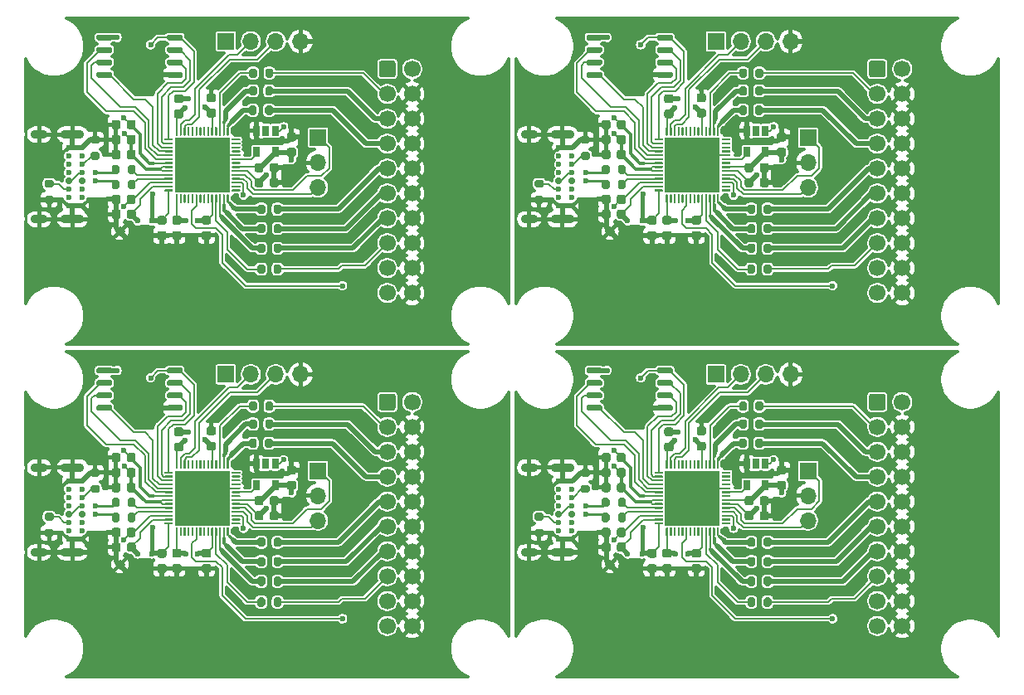
<source format=gbl>
G04 #@! TF.GenerationSoftware,KiCad,Pcbnew,(5.1.10-1-10_14)*
G04 #@! TF.CreationDate,2022-04-15T02:52:12+09:00*
G04 #@! TF.ProjectId,cmsis-dap_rp2040,636d7369-732d-4646-9170-5f7270323034,rev?*
G04 #@! TF.SameCoordinates,Original*
G04 #@! TF.FileFunction,Copper,L2,Bot*
G04 #@! TF.FilePolarity,Positive*
%FSLAX46Y46*%
G04 Gerber Fmt 4.6, Leading zero omitted, Abs format (unit mm)*
G04 Created by KiCad (PCBNEW (5.1.10-1-10_14)) date 2022-04-15 02:52:12*
%MOMM*%
%LPD*%
G01*
G04 APERTURE LIST*
G04 #@! TA.AperFunction,ComponentPad*
%ADD10C,0.600000*%
G04 #@! TD*
G04 #@! TA.AperFunction,ComponentPad*
%ADD11C,0.700000*%
G04 #@! TD*
G04 #@! TA.AperFunction,ComponentPad*
%ADD12O,2.400000X0.900000*%
G04 #@! TD*
G04 #@! TA.AperFunction,ComponentPad*
%ADD13O,1.700000X0.900000*%
G04 #@! TD*
G04 #@! TA.AperFunction,SMDPad,CuDef*
%ADD14R,0.650000X1.060000*%
G04 #@! TD*
G04 #@! TA.AperFunction,SMDPad,CuDef*
%ADD15R,5.600000X5.600000*%
G04 #@! TD*
G04 #@! TA.AperFunction,ComponentPad*
%ADD16C,1.700000*%
G04 #@! TD*
G04 #@! TA.AperFunction,ComponentPad*
%ADD17O,1.700000X1.700000*%
G04 #@! TD*
G04 #@! TA.AperFunction,ComponentPad*
%ADD18R,1.700000X1.700000*%
G04 #@! TD*
G04 #@! TA.AperFunction,SMDPad,CuDef*
%ADD19C,1.000000*%
G04 #@! TD*
G04 #@! TA.AperFunction,ComponentPad*
%ADD20R,2.000000X2.000000*%
G04 #@! TD*
G04 #@! TA.AperFunction,ViaPad*
%ADD21C,0.600000*%
G04 #@! TD*
G04 #@! TA.AperFunction,ViaPad*
%ADD22C,0.500000*%
G04 #@! TD*
G04 #@! TA.AperFunction,ViaPad*
%ADD23C,0.800000*%
G04 #@! TD*
G04 #@! TA.AperFunction,Conductor*
%ADD24C,0.500000*%
G04 #@! TD*
G04 #@! TA.AperFunction,Conductor*
%ADD25C,0.200000*%
G04 #@! TD*
G04 #@! TA.AperFunction,Conductor*
%ADD26C,0.250000*%
G04 #@! TD*
G04 #@! TA.AperFunction,Conductor*
%ADD27C,0.300000*%
G04 #@! TD*
G04 #@! TA.AperFunction,Conductor*
%ADD28C,0.400000*%
G04 #@! TD*
G04 #@! TA.AperFunction,Conductor*
%ADD29C,0.100000*%
G04 #@! TD*
G04 APERTURE END LIST*
G04 #@! TO.P,C2,1*
G04 #@! TO.N,+3V3*
G04 #@! TA.AperFunction,SMDPad,CuDef*
G36*
G01*
X177730000Y-98505000D02*
X177230000Y-98505000D01*
G75*
G02*
X177005000Y-98280000I0J225000D01*
G01*
X177005000Y-97830000D01*
G75*
G02*
X177230000Y-97605000I225000J0D01*
G01*
X177730000Y-97605000D01*
G75*
G02*
X177955000Y-97830000I0J-225000D01*
G01*
X177955000Y-98280000D01*
G75*
G02*
X177730000Y-98505000I-225000J0D01*
G01*
G37*
G04 #@! TD.AperFunction*
G04 #@! TO.P,C2,2*
G04 #@! TO.N,GND*
G04 #@! TA.AperFunction,SMDPad,CuDef*
G36*
G01*
X177730000Y-96955000D02*
X177230000Y-96955000D01*
G75*
G02*
X177005000Y-96730000I0J225000D01*
G01*
X177005000Y-96280000D01*
G75*
G02*
X177230000Y-96055000I225000J0D01*
G01*
X177730000Y-96055000D01*
G75*
G02*
X177955000Y-96280000I0J-225000D01*
G01*
X177955000Y-96730000D01*
G75*
G02*
X177730000Y-96955000I-225000J0D01*
G01*
G37*
G04 #@! TD.AperFunction*
G04 #@! TD*
G04 #@! TO.P,C2,1*
G04 #@! TO.N,+3V3*
G04 #@! TA.AperFunction,SMDPad,CuDef*
G36*
G01*
X127730000Y-98505000D02*
X127230000Y-98505000D01*
G75*
G02*
X127005000Y-98280000I0J225000D01*
G01*
X127005000Y-97830000D01*
G75*
G02*
X127230000Y-97605000I225000J0D01*
G01*
X127730000Y-97605000D01*
G75*
G02*
X127955000Y-97830000I0J-225000D01*
G01*
X127955000Y-98280000D01*
G75*
G02*
X127730000Y-98505000I-225000J0D01*
G01*
G37*
G04 #@! TD.AperFunction*
G04 #@! TO.P,C2,2*
G04 #@! TO.N,GND*
G04 #@! TA.AperFunction,SMDPad,CuDef*
G36*
G01*
X127730000Y-96955000D02*
X127230000Y-96955000D01*
G75*
G02*
X127005000Y-96730000I0J225000D01*
G01*
X127005000Y-96280000D01*
G75*
G02*
X127230000Y-96055000I225000J0D01*
G01*
X127730000Y-96055000D01*
G75*
G02*
X127955000Y-96280000I0J-225000D01*
G01*
X127955000Y-96730000D01*
G75*
G02*
X127730000Y-96955000I-225000J0D01*
G01*
G37*
G04 #@! TD.AperFunction*
G04 #@! TD*
G04 #@! TO.P,C2,1*
G04 #@! TO.N,+3V3*
G04 #@! TA.AperFunction,SMDPad,CuDef*
G36*
G01*
X177730000Y-64505000D02*
X177230000Y-64505000D01*
G75*
G02*
X177005000Y-64280000I0J225000D01*
G01*
X177005000Y-63830000D01*
G75*
G02*
X177230000Y-63605000I225000J0D01*
G01*
X177730000Y-63605000D01*
G75*
G02*
X177955000Y-63830000I0J-225000D01*
G01*
X177955000Y-64280000D01*
G75*
G02*
X177730000Y-64505000I-225000J0D01*
G01*
G37*
G04 #@! TD.AperFunction*
G04 #@! TO.P,C2,2*
G04 #@! TO.N,GND*
G04 #@! TA.AperFunction,SMDPad,CuDef*
G36*
G01*
X177730000Y-62955000D02*
X177230000Y-62955000D01*
G75*
G02*
X177005000Y-62730000I0J225000D01*
G01*
X177005000Y-62280000D01*
G75*
G02*
X177230000Y-62055000I225000J0D01*
G01*
X177730000Y-62055000D01*
G75*
G02*
X177955000Y-62280000I0J-225000D01*
G01*
X177955000Y-62730000D01*
G75*
G02*
X177730000Y-62955000I-225000J0D01*
G01*
G37*
G04 #@! TD.AperFunction*
G04 #@! TD*
G04 #@! TO.P,C5,2*
G04 #@! TO.N,GND*
G04 #@! TA.AperFunction,SMDPad,CuDef*
G36*
G01*
X160035000Y-104130000D02*
X160035000Y-104630000D01*
G75*
G02*
X159810000Y-104855000I-225000J0D01*
G01*
X159360000Y-104855000D01*
G75*
G02*
X159135000Y-104630000I0J225000D01*
G01*
X159135000Y-104130000D01*
G75*
G02*
X159360000Y-103905000I225000J0D01*
G01*
X159810000Y-103905000D01*
G75*
G02*
X160035000Y-104130000I0J-225000D01*
G01*
G37*
G04 #@! TD.AperFunction*
G04 #@! TO.P,C5,1*
G04 #@! TO.N,+3V3*
G04 #@! TA.AperFunction,SMDPad,CuDef*
G36*
G01*
X161585000Y-104130000D02*
X161585000Y-104630000D01*
G75*
G02*
X161360000Y-104855000I-225000J0D01*
G01*
X160910000Y-104855000D01*
G75*
G02*
X160685000Y-104630000I0J225000D01*
G01*
X160685000Y-104130000D01*
G75*
G02*
X160910000Y-103905000I225000J0D01*
G01*
X161360000Y-103905000D01*
G75*
G02*
X161585000Y-104130000I0J-225000D01*
G01*
G37*
G04 #@! TD.AperFunction*
G04 #@! TD*
G04 #@! TO.P,C5,2*
G04 #@! TO.N,GND*
G04 #@! TA.AperFunction,SMDPad,CuDef*
G36*
G01*
X110035000Y-104130000D02*
X110035000Y-104630000D01*
G75*
G02*
X109810000Y-104855000I-225000J0D01*
G01*
X109360000Y-104855000D01*
G75*
G02*
X109135000Y-104630000I0J225000D01*
G01*
X109135000Y-104130000D01*
G75*
G02*
X109360000Y-103905000I225000J0D01*
G01*
X109810000Y-103905000D01*
G75*
G02*
X110035000Y-104130000I0J-225000D01*
G01*
G37*
G04 #@! TD.AperFunction*
G04 #@! TO.P,C5,1*
G04 #@! TO.N,+3V3*
G04 #@! TA.AperFunction,SMDPad,CuDef*
G36*
G01*
X111585000Y-104130000D02*
X111585000Y-104630000D01*
G75*
G02*
X111360000Y-104855000I-225000J0D01*
G01*
X110910000Y-104855000D01*
G75*
G02*
X110685000Y-104630000I0J225000D01*
G01*
X110685000Y-104130000D01*
G75*
G02*
X110910000Y-103905000I225000J0D01*
G01*
X111360000Y-103905000D01*
G75*
G02*
X111585000Y-104130000I0J-225000D01*
G01*
G37*
G04 #@! TD.AperFunction*
G04 #@! TD*
G04 #@! TO.P,C5,2*
G04 #@! TO.N,GND*
G04 #@! TA.AperFunction,SMDPad,CuDef*
G36*
G01*
X160035000Y-70130000D02*
X160035000Y-70630000D01*
G75*
G02*
X159810000Y-70855000I-225000J0D01*
G01*
X159360000Y-70855000D01*
G75*
G02*
X159135000Y-70630000I0J225000D01*
G01*
X159135000Y-70130000D01*
G75*
G02*
X159360000Y-69905000I225000J0D01*
G01*
X159810000Y-69905000D01*
G75*
G02*
X160035000Y-70130000I0J-225000D01*
G01*
G37*
G04 #@! TD.AperFunction*
G04 #@! TO.P,C5,1*
G04 #@! TO.N,+3V3*
G04 #@! TA.AperFunction,SMDPad,CuDef*
G36*
G01*
X161585000Y-70130000D02*
X161585000Y-70630000D01*
G75*
G02*
X161360000Y-70855000I-225000J0D01*
G01*
X160910000Y-70855000D01*
G75*
G02*
X160685000Y-70630000I0J225000D01*
G01*
X160685000Y-70130000D01*
G75*
G02*
X160910000Y-69905000I225000J0D01*
G01*
X161360000Y-69905000D01*
G75*
G02*
X161585000Y-70130000I0J-225000D01*
G01*
G37*
G04 #@! TD.AperFunction*
G04 #@! TD*
G04 #@! TO.P,C6,1*
G04 #@! TO.N,+3V3*
G04 #@! TA.AperFunction,SMDPad,CuDef*
G36*
G01*
X164000000Y-104555000D02*
X164500000Y-104555000D01*
G75*
G02*
X164725000Y-104780000I0J-225000D01*
G01*
X164725000Y-105230000D01*
G75*
G02*
X164500000Y-105455000I-225000J0D01*
G01*
X164000000Y-105455000D01*
G75*
G02*
X163775000Y-105230000I0J225000D01*
G01*
X163775000Y-104780000D01*
G75*
G02*
X164000000Y-104555000I225000J0D01*
G01*
G37*
G04 #@! TD.AperFunction*
G04 #@! TO.P,C6,2*
G04 #@! TO.N,GND*
G04 #@! TA.AperFunction,SMDPad,CuDef*
G36*
G01*
X164000000Y-106105000D02*
X164500000Y-106105000D01*
G75*
G02*
X164725000Y-106330000I0J-225000D01*
G01*
X164725000Y-106780000D01*
G75*
G02*
X164500000Y-107005000I-225000J0D01*
G01*
X164000000Y-107005000D01*
G75*
G02*
X163775000Y-106780000I0J225000D01*
G01*
X163775000Y-106330000D01*
G75*
G02*
X164000000Y-106105000I225000J0D01*
G01*
G37*
G04 #@! TD.AperFunction*
G04 #@! TD*
G04 #@! TO.P,C6,1*
G04 #@! TO.N,+3V3*
G04 #@! TA.AperFunction,SMDPad,CuDef*
G36*
G01*
X114000000Y-104555000D02*
X114500000Y-104555000D01*
G75*
G02*
X114725000Y-104780000I0J-225000D01*
G01*
X114725000Y-105230000D01*
G75*
G02*
X114500000Y-105455000I-225000J0D01*
G01*
X114000000Y-105455000D01*
G75*
G02*
X113775000Y-105230000I0J225000D01*
G01*
X113775000Y-104780000D01*
G75*
G02*
X114000000Y-104555000I225000J0D01*
G01*
G37*
G04 #@! TD.AperFunction*
G04 #@! TO.P,C6,2*
G04 #@! TO.N,GND*
G04 #@! TA.AperFunction,SMDPad,CuDef*
G36*
G01*
X114000000Y-106105000D02*
X114500000Y-106105000D01*
G75*
G02*
X114725000Y-106330000I0J-225000D01*
G01*
X114725000Y-106780000D01*
G75*
G02*
X114500000Y-107005000I-225000J0D01*
G01*
X114000000Y-107005000D01*
G75*
G02*
X113775000Y-106780000I0J225000D01*
G01*
X113775000Y-106330000D01*
G75*
G02*
X114000000Y-106105000I225000J0D01*
G01*
G37*
G04 #@! TD.AperFunction*
G04 #@! TD*
G04 #@! TO.P,C6,1*
G04 #@! TO.N,+3V3*
G04 #@! TA.AperFunction,SMDPad,CuDef*
G36*
G01*
X164000000Y-70555000D02*
X164500000Y-70555000D01*
G75*
G02*
X164725000Y-70780000I0J-225000D01*
G01*
X164725000Y-71230000D01*
G75*
G02*
X164500000Y-71455000I-225000J0D01*
G01*
X164000000Y-71455000D01*
G75*
G02*
X163775000Y-71230000I0J225000D01*
G01*
X163775000Y-70780000D01*
G75*
G02*
X164000000Y-70555000I225000J0D01*
G01*
G37*
G04 #@! TD.AperFunction*
G04 #@! TO.P,C6,2*
G04 #@! TO.N,GND*
G04 #@! TA.AperFunction,SMDPad,CuDef*
G36*
G01*
X164000000Y-72105000D02*
X164500000Y-72105000D01*
G75*
G02*
X164725000Y-72330000I0J-225000D01*
G01*
X164725000Y-72780000D01*
G75*
G02*
X164500000Y-73005000I-225000J0D01*
G01*
X164000000Y-73005000D01*
G75*
G02*
X163775000Y-72780000I0J225000D01*
G01*
X163775000Y-72330000D01*
G75*
G02*
X164000000Y-72105000I225000J0D01*
G01*
G37*
G04 #@! TD.AperFunction*
G04 #@! TD*
G04 #@! TO.P,C8,1*
G04 #@! TO.N,+3V3*
G04 #@! TA.AperFunction,SMDPad,CuDef*
G36*
G01*
X161575000Y-96520000D02*
X161575000Y-97020000D01*
G75*
G02*
X161350000Y-97245000I-225000J0D01*
G01*
X160900000Y-97245000D01*
G75*
G02*
X160675000Y-97020000I0J225000D01*
G01*
X160675000Y-96520000D01*
G75*
G02*
X160900000Y-96295000I225000J0D01*
G01*
X161350000Y-96295000D01*
G75*
G02*
X161575000Y-96520000I0J-225000D01*
G01*
G37*
G04 #@! TD.AperFunction*
G04 #@! TO.P,C8,2*
G04 #@! TO.N,GND*
G04 #@! TA.AperFunction,SMDPad,CuDef*
G36*
G01*
X160025000Y-96520000D02*
X160025000Y-97020000D01*
G75*
G02*
X159800000Y-97245000I-225000J0D01*
G01*
X159350000Y-97245000D01*
G75*
G02*
X159125000Y-97020000I0J225000D01*
G01*
X159125000Y-96520000D01*
G75*
G02*
X159350000Y-96295000I225000J0D01*
G01*
X159800000Y-96295000D01*
G75*
G02*
X160025000Y-96520000I0J-225000D01*
G01*
G37*
G04 #@! TD.AperFunction*
G04 #@! TD*
G04 #@! TO.P,C8,1*
G04 #@! TO.N,+3V3*
G04 #@! TA.AperFunction,SMDPad,CuDef*
G36*
G01*
X111575000Y-96520000D02*
X111575000Y-97020000D01*
G75*
G02*
X111350000Y-97245000I-225000J0D01*
G01*
X110900000Y-97245000D01*
G75*
G02*
X110675000Y-97020000I0J225000D01*
G01*
X110675000Y-96520000D01*
G75*
G02*
X110900000Y-96295000I225000J0D01*
G01*
X111350000Y-96295000D01*
G75*
G02*
X111575000Y-96520000I0J-225000D01*
G01*
G37*
G04 #@! TD.AperFunction*
G04 #@! TO.P,C8,2*
G04 #@! TO.N,GND*
G04 #@! TA.AperFunction,SMDPad,CuDef*
G36*
G01*
X110025000Y-96520000D02*
X110025000Y-97020000D01*
G75*
G02*
X109800000Y-97245000I-225000J0D01*
G01*
X109350000Y-97245000D01*
G75*
G02*
X109125000Y-97020000I0J225000D01*
G01*
X109125000Y-96520000D01*
G75*
G02*
X109350000Y-96295000I225000J0D01*
G01*
X109800000Y-96295000D01*
G75*
G02*
X110025000Y-96520000I0J-225000D01*
G01*
G37*
G04 #@! TD.AperFunction*
G04 #@! TD*
G04 #@! TO.P,C8,1*
G04 #@! TO.N,+3V3*
G04 #@! TA.AperFunction,SMDPad,CuDef*
G36*
G01*
X161575000Y-62520000D02*
X161575000Y-63020000D01*
G75*
G02*
X161350000Y-63245000I-225000J0D01*
G01*
X160900000Y-63245000D01*
G75*
G02*
X160675000Y-63020000I0J225000D01*
G01*
X160675000Y-62520000D01*
G75*
G02*
X160900000Y-62295000I225000J0D01*
G01*
X161350000Y-62295000D01*
G75*
G02*
X161575000Y-62520000I0J-225000D01*
G01*
G37*
G04 #@! TD.AperFunction*
G04 #@! TO.P,C8,2*
G04 #@! TO.N,GND*
G04 #@! TA.AperFunction,SMDPad,CuDef*
G36*
G01*
X160025000Y-62520000D02*
X160025000Y-63020000D01*
G75*
G02*
X159800000Y-63245000I-225000J0D01*
G01*
X159350000Y-63245000D01*
G75*
G02*
X159125000Y-63020000I0J225000D01*
G01*
X159125000Y-62520000D01*
G75*
G02*
X159350000Y-62295000I225000J0D01*
G01*
X159800000Y-62295000D01*
G75*
G02*
X160025000Y-62520000I0J-225000D01*
G01*
G37*
G04 #@! TD.AperFunction*
G04 #@! TD*
G04 #@! TO.P,C9,1*
G04 #@! TO.N,+3V3*
G04 #@! TA.AperFunction,SMDPad,CuDef*
G36*
G01*
X161575000Y-98040000D02*
X161575000Y-98540000D01*
G75*
G02*
X161350000Y-98765000I-225000J0D01*
G01*
X160900000Y-98765000D01*
G75*
G02*
X160675000Y-98540000I0J225000D01*
G01*
X160675000Y-98040000D01*
G75*
G02*
X160900000Y-97815000I225000J0D01*
G01*
X161350000Y-97815000D01*
G75*
G02*
X161575000Y-98040000I0J-225000D01*
G01*
G37*
G04 #@! TD.AperFunction*
G04 #@! TO.P,C9,2*
G04 #@! TO.N,GND*
G04 #@! TA.AperFunction,SMDPad,CuDef*
G36*
G01*
X160025000Y-98040000D02*
X160025000Y-98540000D01*
G75*
G02*
X159800000Y-98765000I-225000J0D01*
G01*
X159350000Y-98765000D01*
G75*
G02*
X159125000Y-98540000I0J225000D01*
G01*
X159125000Y-98040000D01*
G75*
G02*
X159350000Y-97815000I225000J0D01*
G01*
X159800000Y-97815000D01*
G75*
G02*
X160025000Y-98040000I0J-225000D01*
G01*
G37*
G04 #@! TD.AperFunction*
G04 #@! TD*
G04 #@! TO.P,C9,1*
G04 #@! TO.N,+3V3*
G04 #@! TA.AperFunction,SMDPad,CuDef*
G36*
G01*
X111575000Y-98040000D02*
X111575000Y-98540000D01*
G75*
G02*
X111350000Y-98765000I-225000J0D01*
G01*
X110900000Y-98765000D01*
G75*
G02*
X110675000Y-98540000I0J225000D01*
G01*
X110675000Y-98040000D01*
G75*
G02*
X110900000Y-97815000I225000J0D01*
G01*
X111350000Y-97815000D01*
G75*
G02*
X111575000Y-98040000I0J-225000D01*
G01*
G37*
G04 #@! TD.AperFunction*
G04 #@! TO.P,C9,2*
G04 #@! TO.N,GND*
G04 #@! TA.AperFunction,SMDPad,CuDef*
G36*
G01*
X110025000Y-98040000D02*
X110025000Y-98540000D01*
G75*
G02*
X109800000Y-98765000I-225000J0D01*
G01*
X109350000Y-98765000D01*
G75*
G02*
X109125000Y-98540000I0J225000D01*
G01*
X109125000Y-98040000D01*
G75*
G02*
X109350000Y-97815000I225000J0D01*
G01*
X109800000Y-97815000D01*
G75*
G02*
X110025000Y-98040000I0J-225000D01*
G01*
G37*
G04 #@! TD.AperFunction*
G04 #@! TD*
G04 #@! TO.P,C9,1*
G04 #@! TO.N,+3V3*
G04 #@! TA.AperFunction,SMDPad,CuDef*
G36*
G01*
X161575000Y-64040000D02*
X161575000Y-64540000D01*
G75*
G02*
X161350000Y-64765000I-225000J0D01*
G01*
X160900000Y-64765000D01*
G75*
G02*
X160675000Y-64540000I0J225000D01*
G01*
X160675000Y-64040000D01*
G75*
G02*
X160900000Y-63815000I225000J0D01*
G01*
X161350000Y-63815000D01*
G75*
G02*
X161575000Y-64040000I0J-225000D01*
G01*
G37*
G04 #@! TD.AperFunction*
G04 #@! TO.P,C9,2*
G04 #@! TO.N,GND*
G04 #@! TA.AperFunction,SMDPad,CuDef*
G36*
G01*
X160025000Y-64040000D02*
X160025000Y-64540000D01*
G75*
G02*
X159800000Y-64765000I-225000J0D01*
G01*
X159350000Y-64765000D01*
G75*
G02*
X159125000Y-64540000I0J225000D01*
G01*
X159125000Y-64040000D01*
G75*
G02*
X159350000Y-63815000I225000J0D01*
G01*
X159800000Y-63815000D01*
G75*
G02*
X160025000Y-64040000I0J-225000D01*
G01*
G37*
G04 #@! TD.AperFunction*
G04 #@! TD*
G04 #@! TO.P,C11,1*
G04 #@! TO.N,+3V3*
G04 #@! TA.AperFunction,SMDPad,CuDef*
G36*
G01*
X165530000Y-104545000D02*
X166030000Y-104545000D01*
G75*
G02*
X166255000Y-104770000I0J-225000D01*
G01*
X166255000Y-105220000D01*
G75*
G02*
X166030000Y-105445000I-225000J0D01*
G01*
X165530000Y-105445000D01*
G75*
G02*
X165305000Y-105220000I0J225000D01*
G01*
X165305000Y-104770000D01*
G75*
G02*
X165530000Y-104545000I225000J0D01*
G01*
G37*
G04 #@! TD.AperFunction*
G04 #@! TO.P,C11,2*
G04 #@! TO.N,GND*
G04 #@! TA.AperFunction,SMDPad,CuDef*
G36*
G01*
X165530000Y-106095000D02*
X166030000Y-106095000D01*
G75*
G02*
X166255000Y-106320000I0J-225000D01*
G01*
X166255000Y-106770000D01*
G75*
G02*
X166030000Y-106995000I-225000J0D01*
G01*
X165530000Y-106995000D01*
G75*
G02*
X165305000Y-106770000I0J225000D01*
G01*
X165305000Y-106320000D01*
G75*
G02*
X165530000Y-106095000I225000J0D01*
G01*
G37*
G04 #@! TD.AperFunction*
G04 #@! TD*
G04 #@! TO.P,C11,1*
G04 #@! TO.N,+3V3*
G04 #@! TA.AperFunction,SMDPad,CuDef*
G36*
G01*
X115530000Y-104545000D02*
X116030000Y-104545000D01*
G75*
G02*
X116255000Y-104770000I0J-225000D01*
G01*
X116255000Y-105220000D01*
G75*
G02*
X116030000Y-105445000I-225000J0D01*
G01*
X115530000Y-105445000D01*
G75*
G02*
X115305000Y-105220000I0J225000D01*
G01*
X115305000Y-104770000D01*
G75*
G02*
X115530000Y-104545000I225000J0D01*
G01*
G37*
G04 #@! TD.AperFunction*
G04 #@! TO.P,C11,2*
G04 #@! TO.N,GND*
G04 #@! TA.AperFunction,SMDPad,CuDef*
G36*
G01*
X115530000Y-106095000D02*
X116030000Y-106095000D01*
G75*
G02*
X116255000Y-106320000I0J-225000D01*
G01*
X116255000Y-106770000D01*
G75*
G02*
X116030000Y-106995000I-225000J0D01*
G01*
X115530000Y-106995000D01*
G75*
G02*
X115305000Y-106770000I0J225000D01*
G01*
X115305000Y-106320000D01*
G75*
G02*
X115530000Y-106095000I225000J0D01*
G01*
G37*
G04 #@! TD.AperFunction*
G04 #@! TD*
G04 #@! TO.P,C11,1*
G04 #@! TO.N,+3V3*
G04 #@! TA.AperFunction,SMDPad,CuDef*
G36*
G01*
X165530000Y-70545000D02*
X166030000Y-70545000D01*
G75*
G02*
X166255000Y-70770000I0J-225000D01*
G01*
X166255000Y-71220000D01*
G75*
G02*
X166030000Y-71445000I-225000J0D01*
G01*
X165530000Y-71445000D01*
G75*
G02*
X165305000Y-71220000I0J225000D01*
G01*
X165305000Y-70770000D01*
G75*
G02*
X165530000Y-70545000I225000J0D01*
G01*
G37*
G04 #@! TD.AperFunction*
G04 #@! TO.P,C11,2*
G04 #@! TO.N,GND*
G04 #@! TA.AperFunction,SMDPad,CuDef*
G36*
G01*
X165530000Y-72095000D02*
X166030000Y-72095000D01*
G75*
G02*
X166255000Y-72320000I0J-225000D01*
G01*
X166255000Y-72770000D01*
G75*
G02*
X166030000Y-72995000I-225000J0D01*
G01*
X165530000Y-72995000D01*
G75*
G02*
X165305000Y-72770000I0J225000D01*
G01*
X165305000Y-72320000D01*
G75*
G02*
X165530000Y-72095000I225000J0D01*
G01*
G37*
G04 #@! TD.AperFunction*
G04 #@! TD*
G04 #@! TO.P,C12,1*
G04 #@! TO.N,+1V1*
G04 #@! TA.AperFunction,SMDPad,CuDef*
G36*
G01*
X161575000Y-102620000D02*
X161575000Y-103120000D01*
G75*
G02*
X161350000Y-103345000I-225000J0D01*
G01*
X160900000Y-103345000D01*
G75*
G02*
X160675000Y-103120000I0J225000D01*
G01*
X160675000Y-102620000D01*
G75*
G02*
X160900000Y-102395000I225000J0D01*
G01*
X161350000Y-102395000D01*
G75*
G02*
X161575000Y-102620000I0J-225000D01*
G01*
G37*
G04 #@! TD.AperFunction*
G04 #@! TO.P,C12,2*
G04 #@! TO.N,GND*
G04 #@! TA.AperFunction,SMDPad,CuDef*
G36*
G01*
X160025000Y-102620000D02*
X160025000Y-103120000D01*
G75*
G02*
X159800000Y-103345000I-225000J0D01*
G01*
X159350000Y-103345000D01*
G75*
G02*
X159125000Y-103120000I0J225000D01*
G01*
X159125000Y-102620000D01*
G75*
G02*
X159350000Y-102395000I225000J0D01*
G01*
X159800000Y-102395000D01*
G75*
G02*
X160025000Y-102620000I0J-225000D01*
G01*
G37*
G04 #@! TD.AperFunction*
G04 #@! TD*
G04 #@! TO.P,C12,1*
G04 #@! TO.N,+1V1*
G04 #@! TA.AperFunction,SMDPad,CuDef*
G36*
G01*
X111575000Y-102620000D02*
X111575000Y-103120000D01*
G75*
G02*
X111350000Y-103345000I-225000J0D01*
G01*
X110900000Y-103345000D01*
G75*
G02*
X110675000Y-103120000I0J225000D01*
G01*
X110675000Y-102620000D01*
G75*
G02*
X110900000Y-102395000I225000J0D01*
G01*
X111350000Y-102395000D01*
G75*
G02*
X111575000Y-102620000I0J-225000D01*
G01*
G37*
G04 #@! TD.AperFunction*
G04 #@! TO.P,C12,2*
G04 #@! TO.N,GND*
G04 #@! TA.AperFunction,SMDPad,CuDef*
G36*
G01*
X110025000Y-102620000D02*
X110025000Y-103120000D01*
G75*
G02*
X109800000Y-103345000I-225000J0D01*
G01*
X109350000Y-103345000D01*
G75*
G02*
X109125000Y-103120000I0J225000D01*
G01*
X109125000Y-102620000D01*
G75*
G02*
X109350000Y-102395000I225000J0D01*
G01*
X109800000Y-102395000D01*
G75*
G02*
X110025000Y-102620000I0J-225000D01*
G01*
G37*
G04 #@! TD.AperFunction*
G04 #@! TD*
G04 #@! TO.P,C12,1*
G04 #@! TO.N,+1V1*
G04 #@! TA.AperFunction,SMDPad,CuDef*
G36*
G01*
X161575000Y-68620000D02*
X161575000Y-69120000D01*
G75*
G02*
X161350000Y-69345000I-225000J0D01*
G01*
X160900000Y-69345000D01*
G75*
G02*
X160675000Y-69120000I0J225000D01*
G01*
X160675000Y-68620000D01*
G75*
G02*
X160900000Y-68395000I225000J0D01*
G01*
X161350000Y-68395000D01*
G75*
G02*
X161575000Y-68620000I0J-225000D01*
G01*
G37*
G04 #@! TD.AperFunction*
G04 #@! TO.P,C12,2*
G04 #@! TO.N,GND*
G04 #@! TA.AperFunction,SMDPad,CuDef*
G36*
G01*
X160025000Y-68620000D02*
X160025000Y-69120000D01*
G75*
G02*
X159800000Y-69345000I-225000J0D01*
G01*
X159350000Y-69345000D01*
G75*
G02*
X159125000Y-69120000I0J225000D01*
G01*
X159125000Y-68620000D01*
G75*
G02*
X159350000Y-68395000I225000J0D01*
G01*
X159800000Y-68395000D01*
G75*
G02*
X160025000Y-68620000I0J-225000D01*
G01*
G37*
G04 #@! TD.AperFunction*
G04 #@! TD*
G04 #@! TO.P,C13,1*
G04 #@! TO.N,+3V3*
G04 #@! TA.AperFunction,SMDPad,CuDef*
G36*
G01*
X173715000Y-99890000D02*
X173715000Y-99390000D01*
G75*
G02*
X173940000Y-99165000I225000J0D01*
G01*
X174390000Y-99165000D01*
G75*
G02*
X174615000Y-99390000I0J-225000D01*
G01*
X174615000Y-99890000D01*
G75*
G02*
X174390000Y-100115000I-225000J0D01*
G01*
X173940000Y-100115000D01*
G75*
G02*
X173715000Y-99890000I0J225000D01*
G01*
G37*
G04 #@! TD.AperFunction*
G04 #@! TO.P,C13,2*
G04 #@! TO.N,GND*
G04 #@! TA.AperFunction,SMDPad,CuDef*
G36*
G01*
X175265000Y-99890000D02*
X175265000Y-99390000D01*
G75*
G02*
X175490000Y-99165000I225000J0D01*
G01*
X175940000Y-99165000D01*
G75*
G02*
X176165000Y-99390000I0J-225000D01*
G01*
X176165000Y-99890000D01*
G75*
G02*
X175940000Y-100115000I-225000J0D01*
G01*
X175490000Y-100115000D01*
G75*
G02*
X175265000Y-99890000I0J225000D01*
G01*
G37*
G04 #@! TD.AperFunction*
G04 #@! TD*
G04 #@! TO.P,C13,1*
G04 #@! TO.N,+3V3*
G04 #@! TA.AperFunction,SMDPad,CuDef*
G36*
G01*
X123715000Y-99890000D02*
X123715000Y-99390000D01*
G75*
G02*
X123940000Y-99165000I225000J0D01*
G01*
X124390000Y-99165000D01*
G75*
G02*
X124615000Y-99390000I0J-225000D01*
G01*
X124615000Y-99890000D01*
G75*
G02*
X124390000Y-100115000I-225000J0D01*
G01*
X123940000Y-100115000D01*
G75*
G02*
X123715000Y-99890000I0J225000D01*
G01*
G37*
G04 #@! TD.AperFunction*
G04 #@! TO.P,C13,2*
G04 #@! TO.N,GND*
G04 #@! TA.AperFunction,SMDPad,CuDef*
G36*
G01*
X125265000Y-99890000D02*
X125265000Y-99390000D01*
G75*
G02*
X125490000Y-99165000I225000J0D01*
G01*
X125940000Y-99165000D01*
G75*
G02*
X126165000Y-99390000I0J-225000D01*
G01*
X126165000Y-99890000D01*
G75*
G02*
X125940000Y-100115000I-225000J0D01*
G01*
X125490000Y-100115000D01*
G75*
G02*
X125265000Y-99890000I0J225000D01*
G01*
G37*
G04 #@! TD.AperFunction*
G04 #@! TD*
G04 #@! TO.P,C13,1*
G04 #@! TO.N,+3V3*
G04 #@! TA.AperFunction,SMDPad,CuDef*
G36*
G01*
X173715000Y-65890000D02*
X173715000Y-65390000D01*
G75*
G02*
X173940000Y-65165000I225000J0D01*
G01*
X174390000Y-65165000D01*
G75*
G02*
X174615000Y-65390000I0J-225000D01*
G01*
X174615000Y-65890000D01*
G75*
G02*
X174390000Y-66115000I-225000J0D01*
G01*
X173940000Y-66115000D01*
G75*
G02*
X173715000Y-65890000I0J225000D01*
G01*
G37*
G04 #@! TD.AperFunction*
G04 #@! TO.P,C13,2*
G04 #@! TO.N,GND*
G04 #@! TA.AperFunction,SMDPad,CuDef*
G36*
G01*
X175265000Y-65890000D02*
X175265000Y-65390000D01*
G75*
G02*
X175490000Y-65165000I225000J0D01*
G01*
X175940000Y-65165000D01*
G75*
G02*
X176165000Y-65390000I0J-225000D01*
G01*
X176165000Y-65890000D01*
G75*
G02*
X175940000Y-66115000I-225000J0D01*
G01*
X175490000Y-66115000D01*
G75*
G02*
X175265000Y-65890000I0J225000D01*
G01*
G37*
G04 #@! TD.AperFunction*
G04 #@! TD*
G04 #@! TO.P,C14,1*
G04 #@! TO.N,+1V1*
G04 #@! TA.AperFunction,SMDPad,CuDef*
G36*
G01*
X173715000Y-101410000D02*
X173715000Y-100910000D01*
G75*
G02*
X173940000Y-100685000I225000J0D01*
G01*
X174390000Y-100685000D01*
G75*
G02*
X174615000Y-100910000I0J-225000D01*
G01*
X174615000Y-101410000D01*
G75*
G02*
X174390000Y-101635000I-225000J0D01*
G01*
X173940000Y-101635000D01*
G75*
G02*
X173715000Y-101410000I0J225000D01*
G01*
G37*
G04 #@! TD.AperFunction*
G04 #@! TO.P,C14,2*
G04 #@! TO.N,GND*
G04 #@! TA.AperFunction,SMDPad,CuDef*
G36*
G01*
X175265000Y-101410000D02*
X175265000Y-100910000D01*
G75*
G02*
X175490000Y-100685000I225000J0D01*
G01*
X175940000Y-100685000D01*
G75*
G02*
X176165000Y-100910000I0J-225000D01*
G01*
X176165000Y-101410000D01*
G75*
G02*
X175940000Y-101635000I-225000J0D01*
G01*
X175490000Y-101635000D01*
G75*
G02*
X175265000Y-101410000I0J225000D01*
G01*
G37*
G04 #@! TD.AperFunction*
G04 #@! TD*
G04 #@! TO.P,C14,1*
G04 #@! TO.N,+1V1*
G04 #@! TA.AperFunction,SMDPad,CuDef*
G36*
G01*
X123715000Y-101410000D02*
X123715000Y-100910000D01*
G75*
G02*
X123940000Y-100685000I225000J0D01*
G01*
X124390000Y-100685000D01*
G75*
G02*
X124615000Y-100910000I0J-225000D01*
G01*
X124615000Y-101410000D01*
G75*
G02*
X124390000Y-101635000I-225000J0D01*
G01*
X123940000Y-101635000D01*
G75*
G02*
X123715000Y-101410000I0J225000D01*
G01*
G37*
G04 #@! TD.AperFunction*
G04 #@! TO.P,C14,2*
G04 #@! TO.N,GND*
G04 #@! TA.AperFunction,SMDPad,CuDef*
G36*
G01*
X125265000Y-101410000D02*
X125265000Y-100910000D01*
G75*
G02*
X125490000Y-100685000I225000J0D01*
G01*
X125940000Y-100685000D01*
G75*
G02*
X126165000Y-100910000I0J-225000D01*
G01*
X126165000Y-101410000D01*
G75*
G02*
X125940000Y-101635000I-225000J0D01*
G01*
X125490000Y-101635000D01*
G75*
G02*
X125265000Y-101410000I0J225000D01*
G01*
G37*
G04 #@! TD.AperFunction*
G04 #@! TD*
G04 #@! TO.P,C14,1*
G04 #@! TO.N,+1V1*
G04 #@! TA.AperFunction,SMDPad,CuDef*
G36*
G01*
X173715000Y-67410000D02*
X173715000Y-66910000D01*
G75*
G02*
X173940000Y-66685000I225000J0D01*
G01*
X174390000Y-66685000D01*
G75*
G02*
X174615000Y-66910000I0J-225000D01*
G01*
X174615000Y-67410000D01*
G75*
G02*
X174390000Y-67635000I-225000J0D01*
G01*
X173940000Y-67635000D01*
G75*
G02*
X173715000Y-67410000I0J225000D01*
G01*
G37*
G04 #@! TD.AperFunction*
G04 #@! TO.P,C14,2*
G04 #@! TO.N,GND*
G04 #@! TA.AperFunction,SMDPad,CuDef*
G36*
G01*
X175265000Y-67410000D02*
X175265000Y-66910000D01*
G75*
G02*
X175490000Y-66685000I225000J0D01*
G01*
X175940000Y-66685000D01*
G75*
G02*
X176165000Y-66910000I0J-225000D01*
G01*
X176165000Y-67410000D01*
G75*
G02*
X175940000Y-67635000I-225000J0D01*
G01*
X175490000Y-67635000D01*
G75*
G02*
X175265000Y-67410000I0J225000D01*
G01*
G37*
G04 #@! TD.AperFunction*
G04 #@! TD*
G04 #@! TO.P,C15,1*
G04 #@! TO.N,+3V3*
G04 #@! TA.AperFunction,SMDPad,CuDef*
G36*
G01*
X168540000Y-104545000D02*
X169040000Y-104545000D01*
G75*
G02*
X169265000Y-104770000I0J-225000D01*
G01*
X169265000Y-105220000D01*
G75*
G02*
X169040000Y-105445000I-225000J0D01*
G01*
X168540000Y-105445000D01*
G75*
G02*
X168315000Y-105220000I0J225000D01*
G01*
X168315000Y-104770000D01*
G75*
G02*
X168540000Y-104545000I225000J0D01*
G01*
G37*
G04 #@! TD.AperFunction*
G04 #@! TO.P,C15,2*
G04 #@! TO.N,GND*
G04 #@! TA.AperFunction,SMDPad,CuDef*
G36*
G01*
X168540000Y-106095000D02*
X169040000Y-106095000D01*
G75*
G02*
X169265000Y-106320000I0J-225000D01*
G01*
X169265000Y-106770000D01*
G75*
G02*
X169040000Y-106995000I-225000J0D01*
G01*
X168540000Y-106995000D01*
G75*
G02*
X168315000Y-106770000I0J225000D01*
G01*
X168315000Y-106320000D01*
G75*
G02*
X168540000Y-106095000I225000J0D01*
G01*
G37*
G04 #@! TD.AperFunction*
G04 #@! TD*
G04 #@! TO.P,C15,1*
G04 #@! TO.N,+3V3*
G04 #@! TA.AperFunction,SMDPad,CuDef*
G36*
G01*
X118540000Y-104545000D02*
X119040000Y-104545000D01*
G75*
G02*
X119265000Y-104770000I0J-225000D01*
G01*
X119265000Y-105220000D01*
G75*
G02*
X119040000Y-105445000I-225000J0D01*
G01*
X118540000Y-105445000D01*
G75*
G02*
X118315000Y-105220000I0J225000D01*
G01*
X118315000Y-104770000D01*
G75*
G02*
X118540000Y-104545000I225000J0D01*
G01*
G37*
G04 #@! TD.AperFunction*
G04 #@! TO.P,C15,2*
G04 #@! TO.N,GND*
G04 #@! TA.AperFunction,SMDPad,CuDef*
G36*
G01*
X118540000Y-106095000D02*
X119040000Y-106095000D01*
G75*
G02*
X119265000Y-106320000I0J-225000D01*
G01*
X119265000Y-106770000D01*
G75*
G02*
X119040000Y-106995000I-225000J0D01*
G01*
X118540000Y-106995000D01*
G75*
G02*
X118315000Y-106770000I0J225000D01*
G01*
X118315000Y-106320000D01*
G75*
G02*
X118540000Y-106095000I225000J0D01*
G01*
G37*
G04 #@! TD.AperFunction*
G04 #@! TD*
G04 #@! TO.P,C15,1*
G04 #@! TO.N,+3V3*
G04 #@! TA.AperFunction,SMDPad,CuDef*
G36*
G01*
X168540000Y-70545000D02*
X169040000Y-70545000D01*
G75*
G02*
X169265000Y-70770000I0J-225000D01*
G01*
X169265000Y-71220000D01*
G75*
G02*
X169040000Y-71445000I-225000J0D01*
G01*
X168540000Y-71445000D01*
G75*
G02*
X168315000Y-71220000I0J225000D01*
G01*
X168315000Y-70770000D01*
G75*
G02*
X168540000Y-70545000I225000J0D01*
G01*
G37*
G04 #@! TD.AperFunction*
G04 #@! TO.P,C15,2*
G04 #@! TO.N,GND*
G04 #@! TA.AperFunction,SMDPad,CuDef*
G36*
G01*
X168540000Y-72095000D02*
X169040000Y-72095000D01*
G75*
G02*
X169265000Y-72320000I0J-225000D01*
G01*
X169265000Y-72770000D01*
G75*
G02*
X169040000Y-72995000I-225000J0D01*
G01*
X168540000Y-72995000D01*
G75*
G02*
X168315000Y-72770000I0J225000D01*
G01*
X168315000Y-72320000D01*
G75*
G02*
X168540000Y-72095000I225000J0D01*
G01*
G37*
G04 #@! TD.AperFunction*
G04 #@! TD*
G04 #@! TO.P,C16,1*
G04 #@! TO.N,+1V1*
G04 #@! TA.AperFunction,SMDPad,CuDef*
G36*
G01*
X161575000Y-94980000D02*
X161575000Y-95480000D01*
G75*
G02*
X161350000Y-95705000I-225000J0D01*
G01*
X160900000Y-95705000D01*
G75*
G02*
X160675000Y-95480000I0J225000D01*
G01*
X160675000Y-94980000D01*
G75*
G02*
X160900000Y-94755000I225000J0D01*
G01*
X161350000Y-94755000D01*
G75*
G02*
X161575000Y-94980000I0J-225000D01*
G01*
G37*
G04 #@! TD.AperFunction*
G04 #@! TO.P,C16,2*
G04 #@! TO.N,GND*
G04 #@! TA.AperFunction,SMDPad,CuDef*
G36*
G01*
X160025000Y-94980000D02*
X160025000Y-95480000D01*
G75*
G02*
X159800000Y-95705000I-225000J0D01*
G01*
X159350000Y-95705000D01*
G75*
G02*
X159125000Y-95480000I0J225000D01*
G01*
X159125000Y-94980000D01*
G75*
G02*
X159350000Y-94755000I225000J0D01*
G01*
X159800000Y-94755000D01*
G75*
G02*
X160025000Y-94980000I0J-225000D01*
G01*
G37*
G04 #@! TD.AperFunction*
G04 #@! TD*
G04 #@! TO.P,C16,1*
G04 #@! TO.N,+1V1*
G04 #@! TA.AperFunction,SMDPad,CuDef*
G36*
G01*
X111575000Y-94980000D02*
X111575000Y-95480000D01*
G75*
G02*
X111350000Y-95705000I-225000J0D01*
G01*
X110900000Y-95705000D01*
G75*
G02*
X110675000Y-95480000I0J225000D01*
G01*
X110675000Y-94980000D01*
G75*
G02*
X110900000Y-94755000I225000J0D01*
G01*
X111350000Y-94755000D01*
G75*
G02*
X111575000Y-94980000I0J-225000D01*
G01*
G37*
G04 #@! TD.AperFunction*
G04 #@! TO.P,C16,2*
G04 #@! TO.N,GND*
G04 #@! TA.AperFunction,SMDPad,CuDef*
G36*
G01*
X110025000Y-94980000D02*
X110025000Y-95480000D01*
G75*
G02*
X109800000Y-95705000I-225000J0D01*
G01*
X109350000Y-95705000D01*
G75*
G02*
X109125000Y-95480000I0J225000D01*
G01*
X109125000Y-94980000D01*
G75*
G02*
X109350000Y-94755000I225000J0D01*
G01*
X109800000Y-94755000D01*
G75*
G02*
X110025000Y-94980000I0J-225000D01*
G01*
G37*
G04 #@! TD.AperFunction*
G04 #@! TD*
G04 #@! TO.P,C16,1*
G04 #@! TO.N,+1V1*
G04 #@! TA.AperFunction,SMDPad,CuDef*
G36*
G01*
X161575000Y-60980000D02*
X161575000Y-61480000D01*
G75*
G02*
X161350000Y-61705000I-225000J0D01*
G01*
X160900000Y-61705000D01*
G75*
G02*
X160675000Y-61480000I0J225000D01*
G01*
X160675000Y-60980000D01*
G75*
G02*
X160900000Y-60755000I225000J0D01*
G01*
X161350000Y-60755000D01*
G75*
G02*
X161575000Y-60980000I0J-225000D01*
G01*
G37*
G04 #@! TD.AperFunction*
G04 #@! TO.P,C16,2*
G04 #@! TO.N,GND*
G04 #@! TA.AperFunction,SMDPad,CuDef*
G36*
G01*
X160025000Y-60980000D02*
X160025000Y-61480000D01*
G75*
G02*
X159800000Y-61705000I-225000J0D01*
G01*
X159350000Y-61705000D01*
G75*
G02*
X159125000Y-61480000I0J225000D01*
G01*
X159125000Y-60980000D01*
G75*
G02*
X159350000Y-60755000I225000J0D01*
G01*
X159800000Y-60755000D01*
G75*
G02*
X160025000Y-60980000I0J-225000D01*
G01*
G37*
G04 #@! TD.AperFunction*
G04 #@! TD*
G04 #@! TO.P,C17,1*
G04 #@! TO.N,+3V3*
G04 #@! TA.AperFunction,SMDPad,CuDef*
G36*
G01*
X169540000Y-94505000D02*
X169040000Y-94505000D01*
G75*
G02*
X168815000Y-94280000I0J225000D01*
G01*
X168815000Y-93830000D01*
G75*
G02*
X169040000Y-93605000I225000J0D01*
G01*
X169540000Y-93605000D01*
G75*
G02*
X169765000Y-93830000I0J-225000D01*
G01*
X169765000Y-94280000D01*
G75*
G02*
X169540000Y-94505000I-225000J0D01*
G01*
G37*
G04 #@! TD.AperFunction*
G04 #@! TO.P,C17,2*
G04 #@! TO.N,GND*
G04 #@! TA.AperFunction,SMDPad,CuDef*
G36*
G01*
X169540000Y-92955000D02*
X169040000Y-92955000D01*
G75*
G02*
X168815000Y-92730000I0J225000D01*
G01*
X168815000Y-92280000D01*
G75*
G02*
X169040000Y-92055000I225000J0D01*
G01*
X169540000Y-92055000D01*
G75*
G02*
X169765000Y-92280000I0J-225000D01*
G01*
X169765000Y-92730000D01*
G75*
G02*
X169540000Y-92955000I-225000J0D01*
G01*
G37*
G04 #@! TD.AperFunction*
G04 #@! TD*
G04 #@! TO.P,C17,1*
G04 #@! TO.N,+3V3*
G04 #@! TA.AperFunction,SMDPad,CuDef*
G36*
G01*
X119540000Y-94505000D02*
X119040000Y-94505000D01*
G75*
G02*
X118815000Y-94280000I0J225000D01*
G01*
X118815000Y-93830000D01*
G75*
G02*
X119040000Y-93605000I225000J0D01*
G01*
X119540000Y-93605000D01*
G75*
G02*
X119765000Y-93830000I0J-225000D01*
G01*
X119765000Y-94280000D01*
G75*
G02*
X119540000Y-94505000I-225000J0D01*
G01*
G37*
G04 #@! TD.AperFunction*
G04 #@! TO.P,C17,2*
G04 #@! TO.N,GND*
G04 #@! TA.AperFunction,SMDPad,CuDef*
G36*
G01*
X119540000Y-92955000D02*
X119040000Y-92955000D01*
G75*
G02*
X118815000Y-92730000I0J225000D01*
G01*
X118815000Y-92280000D01*
G75*
G02*
X119040000Y-92055000I225000J0D01*
G01*
X119540000Y-92055000D01*
G75*
G02*
X119765000Y-92280000I0J-225000D01*
G01*
X119765000Y-92730000D01*
G75*
G02*
X119540000Y-92955000I-225000J0D01*
G01*
G37*
G04 #@! TD.AperFunction*
G04 #@! TD*
G04 #@! TO.P,C17,1*
G04 #@! TO.N,+3V3*
G04 #@! TA.AperFunction,SMDPad,CuDef*
G36*
G01*
X169540000Y-60505000D02*
X169040000Y-60505000D01*
G75*
G02*
X168815000Y-60280000I0J225000D01*
G01*
X168815000Y-59830000D01*
G75*
G02*
X169040000Y-59605000I225000J0D01*
G01*
X169540000Y-59605000D01*
G75*
G02*
X169765000Y-59830000I0J-225000D01*
G01*
X169765000Y-60280000D01*
G75*
G02*
X169540000Y-60505000I-225000J0D01*
G01*
G37*
G04 #@! TD.AperFunction*
G04 #@! TO.P,C17,2*
G04 #@! TO.N,GND*
G04 #@! TA.AperFunction,SMDPad,CuDef*
G36*
G01*
X169540000Y-58955000D02*
X169040000Y-58955000D01*
G75*
G02*
X168815000Y-58730000I0J225000D01*
G01*
X168815000Y-58280000D01*
G75*
G02*
X169040000Y-58055000I225000J0D01*
G01*
X169540000Y-58055000D01*
G75*
G02*
X169765000Y-58280000I0J-225000D01*
G01*
X169765000Y-58730000D01*
G75*
G02*
X169540000Y-58955000I-225000J0D01*
G01*
G37*
G04 #@! TD.AperFunction*
G04 #@! TD*
D10*
G04 #@! TO.P,J1,A1*
G04 #@! TO.N,GND*
X156100000Y-97600000D03*
G04 #@! TO.P,J1,A4*
G04 #@! TO.N,/VBUS*
X156100000Y-98450000D03*
G04 #@! TO.P,J1,A5*
G04 #@! TO.N,Net-(J1-PadA5)*
X156100000Y-99300000D03*
G04 #@! TO.P,J1,A6*
G04 #@! TO.N,/D+*
X156100000Y-100150000D03*
D11*
G04 #@! TO.P,J1,A7*
G04 #@! TO.N,/D-*
X156100000Y-101000000D03*
D10*
G04 #@! TO.P,J1,A8*
G04 #@! TO.N,N/C*
X156100000Y-101850000D03*
G04 #@! TO.P,J1,A9*
G04 #@! TO.N,/VBUS*
X156100000Y-102700000D03*
G04 #@! TO.P,J1,A12*
G04 #@! TO.N,GND*
X156100000Y-103550000D03*
G04 #@! TO.P,J1,B9*
G04 #@! TO.N,/VBUS*
X154750000Y-98450000D03*
G04 #@! TO.P,J1,B7*
G04 #@! TO.N,/D-*
X154750000Y-100150000D03*
G04 #@! TO.P,J1,B8*
G04 #@! TO.N,N/C*
X154750000Y-99300000D03*
G04 #@! TO.P,J1,B12*
G04 #@! TO.N,GND*
X154750000Y-97600000D03*
G04 #@! TO.P,J1,B5*
G04 #@! TO.N,Net-(J1-PadB5)*
X154750000Y-101850000D03*
G04 #@! TO.P,J1,B4*
G04 #@! TO.N,/VBUS*
X154750000Y-102700000D03*
G04 #@! TO.P,J1,B1*
G04 #@! TO.N,GND*
X154750000Y-103550000D03*
D11*
G04 #@! TO.P,J1,B6*
G04 #@! TO.N,/D+*
X154750000Y-101000000D03*
D12*
G04 #@! TO.P,J1,S1*
G04 #@! TO.N,GND*
X155120000Y-96250000D03*
X155120000Y-104900000D03*
D13*
X151740000Y-96250000D03*
X151740000Y-104900000D03*
G04 #@! TD*
D10*
G04 #@! TO.P,J1,A1*
G04 #@! TO.N,GND*
X106100000Y-97600000D03*
G04 #@! TO.P,J1,A4*
G04 #@! TO.N,/VBUS*
X106100000Y-98450000D03*
G04 #@! TO.P,J1,A5*
G04 #@! TO.N,Net-(J1-PadA5)*
X106100000Y-99300000D03*
G04 #@! TO.P,J1,A6*
G04 #@! TO.N,/D+*
X106100000Y-100150000D03*
D11*
G04 #@! TO.P,J1,A7*
G04 #@! TO.N,/D-*
X106100000Y-101000000D03*
D10*
G04 #@! TO.P,J1,A8*
G04 #@! TO.N,N/C*
X106100000Y-101850000D03*
G04 #@! TO.P,J1,A9*
G04 #@! TO.N,/VBUS*
X106100000Y-102700000D03*
G04 #@! TO.P,J1,A12*
G04 #@! TO.N,GND*
X106100000Y-103550000D03*
G04 #@! TO.P,J1,B9*
G04 #@! TO.N,/VBUS*
X104750000Y-98450000D03*
G04 #@! TO.P,J1,B7*
G04 #@! TO.N,/D-*
X104750000Y-100150000D03*
G04 #@! TO.P,J1,B8*
G04 #@! TO.N,N/C*
X104750000Y-99300000D03*
G04 #@! TO.P,J1,B12*
G04 #@! TO.N,GND*
X104750000Y-97600000D03*
G04 #@! TO.P,J1,B5*
G04 #@! TO.N,Net-(J1-PadB5)*
X104750000Y-101850000D03*
G04 #@! TO.P,J1,B4*
G04 #@! TO.N,/VBUS*
X104750000Y-102700000D03*
G04 #@! TO.P,J1,B1*
G04 #@! TO.N,GND*
X104750000Y-103550000D03*
D11*
G04 #@! TO.P,J1,B6*
G04 #@! TO.N,/D+*
X104750000Y-101000000D03*
D12*
G04 #@! TO.P,J1,S1*
G04 #@! TO.N,GND*
X105120000Y-96250000D03*
X105120000Y-104900000D03*
D13*
X101740000Y-96250000D03*
X101740000Y-104900000D03*
G04 #@! TD*
D10*
G04 #@! TO.P,J1,A1*
G04 #@! TO.N,GND*
X156100000Y-63600000D03*
G04 #@! TO.P,J1,A4*
G04 #@! TO.N,/VBUS*
X156100000Y-64450000D03*
G04 #@! TO.P,J1,A5*
G04 #@! TO.N,Net-(J1-PadA5)*
X156100000Y-65300000D03*
G04 #@! TO.P,J1,A6*
G04 #@! TO.N,/D+*
X156100000Y-66150000D03*
D11*
G04 #@! TO.P,J1,A7*
G04 #@! TO.N,/D-*
X156100000Y-67000000D03*
D10*
G04 #@! TO.P,J1,A8*
G04 #@! TO.N,N/C*
X156100000Y-67850000D03*
G04 #@! TO.P,J1,A9*
G04 #@! TO.N,/VBUS*
X156100000Y-68700000D03*
G04 #@! TO.P,J1,A12*
G04 #@! TO.N,GND*
X156100000Y-69550000D03*
G04 #@! TO.P,J1,B9*
G04 #@! TO.N,/VBUS*
X154750000Y-64450000D03*
G04 #@! TO.P,J1,B7*
G04 #@! TO.N,/D-*
X154750000Y-66150000D03*
G04 #@! TO.P,J1,B8*
G04 #@! TO.N,N/C*
X154750000Y-65300000D03*
G04 #@! TO.P,J1,B12*
G04 #@! TO.N,GND*
X154750000Y-63600000D03*
G04 #@! TO.P,J1,B5*
G04 #@! TO.N,Net-(J1-PadB5)*
X154750000Y-67850000D03*
G04 #@! TO.P,J1,B4*
G04 #@! TO.N,/VBUS*
X154750000Y-68700000D03*
G04 #@! TO.P,J1,B1*
G04 #@! TO.N,GND*
X154750000Y-69550000D03*
D11*
G04 #@! TO.P,J1,B6*
G04 #@! TO.N,/D+*
X154750000Y-67000000D03*
D12*
G04 #@! TO.P,J1,S1*
G04 #@! TO.N,GND*
X155120000Y-62250000D03*
X155120000Y-70900000D03*
D13*
X151740000Y-62250000D03*
X151740000Y-70900000D03*
G04 #@! TD*
G04 #@! TO.P,R3,1*
G04 #@! TO.N,GND*
G04 #@! TA.AperFunction,SMDPad,CuDef*
G36*
G01*
X157175000Y-96365000D02*
X157725000Y-96365000D01*
G75*
G02*
X157925000Y-96565000I0J-200000D01*
G01*
X157925000Y-96965000D01*
G75*
G02*
X157725000Y-97165000I-200000J0D01*
G01*
X157175000Y-97165000D01*
G75*
G02*
X156975000Y-96965000I0J200000D01*
G01*
X156975000Y-96565000D01*
G75*
G02*
X157175000Y-96365000I200000J0D01*
G01*
G37*
G04 #@! TD.AperFunction*
G04 #@! TO.P,R3,2*
G04 #@! TO.N,Net-(J1-PadA5)*
G04 #@! TA.AperFunction,SMDPad,CuDef*
G36*
G01*
X157175000Y-98015000D02*
X157725000Y-98015000D01*
G75*
G02*
X157925000Y-98215000I0J-200000D01*
G01*
X157925000Y-98615000D01*
G75*
G02*
X157725000Y-98815000I-200000J0D01*
G01*
X157175000Y-98815000D01*
G75*
G02*
X156975000Y-98615000I0J200000D01*
G01*
X156975000Y-98215000D01*
G75*
G02*
X157175000Y-98015000I200000J0D01*
G01*
G37*
G04 #@! TD.AperFunction*
G04 #@! TD*
G04 #@! TO.P,R3,1*
G04 #@! TO.N,GND*
G04 #@! TA.AperFunction,SMDPad,CuDef*
G36*
G01*
X107175000Y-96365000D02*
X107725000Y-96365000D01*
G75*
G02*
X107925000Y-96565000I0J-200000D01*
G01*
X107925000Y-96965000D01*
G75*
G02*
X107725000Y-97165000I-200000J0D01*
G01*
X107175000Y-97165000D01*
G75*
G02*
X106975000Y-96965000I0J200000D01*
G01*
X106975000Y-96565000D01*
G75*
G02*
X107175000Y-96365000I200000J0D01*
G01*
G37*
G04 #@! TD.AperFunction*
G04 #@! TO.P,R3,2*
G04 #@! TO.N,Net-(J1-PadA5)*
G04 #@! TA.AperFunction,SMDPad,CuDef*
G36*
G01*
X107175000Y-98015000D02*
X107725000Y-98015000D01*
G75*
G02*
X107925000Y-98215000I0J-200000D01*
G01*
X107925000Y-98615000D01*
G75*
G02*
X107725000Y-98815000I-200000J0D01*
G01*
X107175000Y-98815000D01*
G75*
G02*
X106975000Y-98615000I0J200000D01*
G01*
X106975000Y-98215000D01*
G75*
G02*
X107175000Y-98015000I200000J0D01*
G01*
G37*
G04 #@! TD.AperFunction*
G04 #@! TD*
G04 #@! TO.P,R3,1*
G04 #@! TO.N,GND*
G04 #@! TA.AperFunction,SMDPad,CuDef*
G36*
G01*
X157175000Y-62365000D02*
X157725000Y-62365000D01*
G75*
G02*
X157925000Y-62565000I0J-200000D01*
G01*
X157925000Y-62965000D01*
G75*
G02*
X157725000Y-63165000I-200000J0D01*
G01*
X157175000Y-63165000D01*
G75*
G02*
X156975000Y-62965000I0J200000D01*
G01*
X156975000Y-62565000D01*
G75*
G02*
X157175000Y-62365000I200000J0D01*
G01*
G37*
G04 #@! TD.AperFunction*
G04 #@! TO.P,R3,2*
G04 #@! TO.N,Net-(J1-PadA5)*
G04 #@! TA.AperFunction,SMDPad,CuDef*
G36*
G01*
X157175000Y-64015000D02*
X157725000Y-64015000D01*
G75*
G02*
X157925000Y-64215000I0J-200000D01*
G01*
X157925000Y-64615000D01*
G75*
G02*
X157725000Y-64815000I-200000J0D01*
G01*
X157175000Y-64815000D01*
G75*
G02*
X156975000Y-64615000I0J200000D01*
G01*
X156975000Y-64215000D01*
G75*
G02*
X157175000Y-64015000I200000J0D01*
G01*
G37*
G04 #@! TD.AperFunction*
G04 #@! TD*
G04 #@! TO.P,R4,1*
G04 #@! TO.N,GND*
G04 #@! TA.AperFunction,SMDPad,CuDef*
G36*
G01*
X153025000Y-103325000D02*
X152475000Y-103325000D01*
G75*
G02*
X152275000Y-103125000I0J200000D01*
G01*
X152275000Y-102725000D01*
G75*
G02*
X152475000Y-102525000I200000J0D01*
G01*
X153025000Y-102525000D01*
G75*
G02*
X153225000Y-102725000I0J-200000D01*
G01*
X153225000Y-103125000D01*
G75*
G02*
X153025000Y-103325000I-200000J0D01*
G01*
G37*
G04 #@! TD.AperFunction*
G04 #@! TO.P,R4,2*
G04 #@! TO.N,Net-(J1-PadB5)*
G04 #@! TA.AperFunction,SMDPad,CuDef*
G36*
G01*
X153025000Y-101675000D02*
X152475000Y-101675000D01*
G75*
G02*
X152275000Y-101475000I0J200000D01*
G01*
X152275000Y-101075000D01*
G75*
G02*
X152475000Y-100875000I200000J0D01*
G01*
X153025000Y-100875000D01*
G75*
G02*
X153225000Y-101075000I0J-200000D01*
G01*
X153225000Y-101475000D01*
G75*
G02*
X153025000Y-101675000I-200000J0D01*
G01*
G37*
G04 #@! TD.AperFunction*
G04 #@! TD*
G04 #@! TO.P,R4,1*
G04 #@! TO.N,GND*
G04 #@! TA.AperFunction,SMDPad,CuDef*
G36*
G01*
X103025000Y-103325000D02*
X102475000Y-103325000D01*
G75*
G02*
X102275000Y-103125000I0J200000D01*
G01*
X102275000Y-102725000D01*
G75*
G02*
X102475000Y-102525000I200000J0D01*
G01*
X103025000Y-102525000D01*
G75*
G02*
X103225000Y-102725000I0J-200000D01*
G01*
X103225000Y-103125000D01*
G75*
G02*
X103025000Y-103325000I-200000J0D01*
G01*
G37*
G04 #@! TD.AperFunction*
G04 #@! TO.P,R4,2*
G04 #@! TO.N,Net-(J1-PadB5)*
G04 #@! TA.AperFunction,SMDPad,CuDef*
G36*
G01*
X103025000Y-101675000D02*
X102475000Y-101675000D01*
G75*
G02*
X102275000Y-101475000I0J200000D01*
G01*
X102275000Y-101075000D01*
G75*
G02*
X102475000Y-100875000I200000J0D01*
G01*
X103025000Y-100875000D01*
G75*
G02*
X103225000Y-101075000I0J-200000D01*
G01*
X103225000Y-101475000D01*
G75*
G02*
X103025000Y-101675000I-200000J0D01*
G01*
G37*
G04 #@! TD.AperFunction*
G04 #@! TD*
G04 #@! TO.P,R4,1*
G04 #@! TO.N,GND*
G04 #@! TA.AperFunction,SMDPad,CuDef*
G36*
G01*
X153025000Y-69325000D02*
X152475000Y-69325000D01*
G75*
G02*
X152275000Y-69125000I0J200000D01*
G01*
X152275000Y-68725000D01*
G75*
G02*
X152475000Y-68525000I200000J0D01*
G01*
X153025000Y-68525000D01*
G75*
G02*
X153225000Y-68725000I0J-200000D01*
G01*
X153225000Y-69125000D01*
G75*
G02*
X153025000Y-69325000I-200000J0D01*
G01*
G37*
G04 #@! TD.AperFunction*
G04 #@! TO.P,R4,2*
G04 #@! TO.N,Net-(J1-PadB5)*
G04 #@! TA.AperFunction,SMDPad,CuDef*
G36*
G01*
X153025000Y-67675000D02*
X152475000Y-67675000D01*
G75*
G02*
X152275000Y-67475000I0J200000D01*
G01*
X152275000Y-67075000D01*
G75*
G02*
X152475000Y-66875000I200000J0D01*
G01*
X153025000Y-66875000D01*
G75*
G02*
X153225000Y-67075000I0J-200000D01*
G01*
X153225000Y-67475000D01*
G75*
G02*
X153025000Y-67675000I-200000J0D01*
G01*
G37*
G04 #@! TD.AperFunction*
G04 #@! TD*
G04 #@! TO.P,R5,1*
G04 #@! TO.N,/RD-*
G04 #@! TA.AperFunction,SMDPad,CuDef*
G36*
G01*
X161575000Y-101065000D02*
X161575000Y-101615000D01*
G75*
G02*
X161375000Y-101815000I-200000J0D01*
G01*
X160975000Y-101815000D01*
G75*
G02*
X160775000Y-101615000I0J200000D01*
G01*
X160775000Y-101065000D01*
G75*
G02*
X160975000Y-100865000I200000J0D01*
G01*
X161375000Y-100865000D01*
G75*
G02*
X161575000Y-101065000I0J-200000D01*
G01*
G37*
G04 #@! TD.AperFunction*
G04 #@! TO.P,R5,2*
G04 #@! TO.N,/D-*
G04 #@! TA.AperFunction,SMDPad,CuDef*
G36*
G01*
X159925000Y-101065000D02*
X159925000Y-101615000D01*
G75*
G02*
X159725000Y-101815000I-200000J0D01*
G01*
X159325000Y-101815000D01*
G75*
G02*
X159125000Y-101615000I0J200000D01*
G01*
X159125000Y-101065000D01*
G75*
G02*
X159325000Y-100865000I200000J0D01*
G01*
X159725000Y-100865000D01*
G75*
G02*
X159925000Y-101065000I0J-200000D01*
G01*
G37*
G04 #@! TD.AperFunction*
G04 #@! TD*
G04 #@! TO.P,R5,1*
G04 #@! TO.N,/RD-*
G04 #@! TA.AperFunction,SMDPad,CuDef*
G36*
G01*
X111575000Y-101065000D02*
X111575000Y-101615000D01*
G75*
G02*
X111375000Y-101815000I-200000J0D01*
G01*
X110975000Y-101815000D01*
G75*
G02*
X110775000Y-101615000I0J200000D01*
G01*
X110775000Y-101065000D01*
G75*
G02*
X110975000Y-100865000I200000J0D01*
G01*
X111375000Y-100865000D01*
G75*
G02*
X111575000Y-101065000I0J-200000D01*
G01*
G37*
G04 #@! TD.AperFunction*
G04 #@! TO.P,R5,2*
G04 #@! TO.N,/D-*
G04 #@! TA.AperFunction,SMDPad,CuDef*
G36*
G01*
X109925000Y-101065000D02*
X109925000Y-101615000D01*
G75*
G02*
X109725000Y-101815000I-200000J0D01*
G01*
X109325000Y-101815000D01*
G75*
G02*
X109125000Y-101615000I0J200000D01*
G01*
X109125000Y-101065000D01*
G75*
G02*
X109325000Y-100865000I200000J0D01*
G01*
X109725000Y-100865000D01*
G75*
G02*
X109925000Y-101065000I0J-200000D01*
G01*
G37*
G04 #@! TD.AperFunction*
G04 #@! TD*
G04 #@! TO.P,R5,1*
G04 #@! TO.N,/RD-*
G04 #@! TA.AperFunction,SMDPad,CuDef*
G36*
G01*
X161575000Y-67065000D02*
X161575000Y-67615000D01*
G75*
G02*
X161375000Y-67815000I-200000J0D01*
G01*
X160975000Y-67815000D01*
G75*
G02*
X160775000Y-67615000I0J200000D01*
G01*
X160775000Y-67065000D01*
G75*
G02*
X160975000Y-66865000I200000J0D01*
G01*
X161375000Y-66865000D01*
G75*
G02*
X161575000Y-67065000I0J-200000D01*
G01*
G37*
G04 #@! TD.AperFunction*
G04 #@! TO.P,R5,2*
G04 #@! TO.N,/D-*
G04 #@! TA.AperFunction,SMDPad,CuDef*
G36*
G01*
X159925000Y-67065000D02*
X159925000Y-67615000D01*
G75*
G02*
X159725000Y-67815000I-200000J0D01*
G01*
X159325000Y-67815000D01*
G75*
G02*
X159125000Y-67615000I0J200000D01*
G01*
X159125000Y-67065000D01*
G75*
G02*
X159325000Y-66865000I200000J0D01*
G01*
X159725000Y-66865000D01*
G75*
G02*
X159925000Y-67065000I0J-200000D01*
G01*
G37*
G04 #@! TD.AperFunction*
G04 #@! TD*
G04 #@! TO.P,R6,1*
G04 #@! TO.N,/RD+*
G04 #@! TA.AperFunction,SMDPad,CuDef*
G36*
G01*
X161575000Y-99535000D02*
X161575000Y-100085000D01*
G75*
G02*
X161375000Y-100285000I-200000J0D01*
G01*
X160975000Y-100285000D01*
G75*
G02*
X160775000Y-100085000I0J200000D01*
G01*
X160775000Y-99535000D01*
G75*
G02*
X160975000Y-99335000I200000J0D01*
G01*
X161375000Y-99335000D01*
G75*
G02*
X161575000Y-99535000I0J-200000D01*
G01*
G37*
G04 #@! TD.AperFunction*
G04 #@! TO.P,R6,2*
G04 #@! TO.N,/D+*
G04 #@! TA.AperFunction,SMDPad,CuDef*
G36*
G01*
X159925000Y-99535000D02*
X159925000Y-100085000D01*
G75*
G02*
X159725000Y-100285000I-200000J0D01*
G01*
X159325000Y-100285000D01*
G75*
G02*
X159125000Y-100085000I0J200000D01*
G01*
X159125000Y-99535000D01*
G75*
G02*
X159325000Y-99335000I200000J0D01*
G01*
X159725000Y-99335000D01*
G75*
G02*
X159925000Y-99535000I0J-200000D01*
G01*
G37*
G04 #@! TD.AperFunction*
G04 #@! TD*
G04 #@! TO.P,R6,1*
G04 #@! TO.N,/RD+*
G04 #@! TA.AperFunction,SMDPad,CuDef*
G36*
G01*
X111575000Y-99535000D02*
X111575000Y-100085000D01*
G75*
G02*
X111375000Y-100285000I-200000J0D01*
G01*
X110975000Y-100285000D01*
G75*
G02*
X110775000Y-100085000I0J200000D01*
G01*
X110775000Y-99535000D01*
G75*
G02*
X110975000Y-99335000I200000J0D01*
G01*
X111375000Y-99335000D01*
G75*
G02*
X111575000Y-99535000I0J-200000D01*
G01*
G37*
G04 #@! TD.AperFunction*
G04 #@! TO.P,R6,2*
G04 #@! TO.N,/D+*
G04 #@! TA.AperFunction,SMDPad,CuDef*
G36*
G01*
X109925000Y-99535000D02*
X109925000Y-100085000D01*
G75*
G02*
X109725000Y-100285000I-200000J0D01*
G01*
X109325000Y-100285000D01*
G75*
G02*
X109125000Y-100085000I0J200000D01*
G01*
X109125000Y-99535000D01*
G75*
G02*
X109325000Y-99335000I200000J0D01*
G01*
X109725000Y-99335000D01*
G75*
G02*
X109925000Y-99535000I0J-200000D01*
G01*
G37*
G04 #@! TD.AperFunction*
G04 #@! TD*
G04 #@! TO.P,R6,1*
G04 #@! TO.N,/RD+*
G04 #@! TA.AperFunction,SMDPad,CuDef*
G36*
G01*
X161575000Y-65535000D02*
X161575000Y-66085000D01*
G75*
G02*
X161375000Y-66285000I-200000J0D01*
G01*
X160975000Y-66285000D01*
G75*
G02*
X160775000Y-66085000I0J200000D01*
G01*
X160775000Y-65535000D01*
G75*
G02*
X160975000Y-65335000I200000J0D01*
G01*
X161375000Y-65335000D01*
G75*
G02*
X161575000Y-65535000I0J-200000D01*
G01*
G37*
G04 #@! TD.AperFunction*
G04 #@! TO.P,R6,2*
G04 #@! TO.N,/D+*
G04 #@! TA.AperFunction,SMDPad,CuDef*
G36*
G01*
X159925000Y-65535000D02*
X159925000Y-66085000D01*
G75*
G02*
X159725000Y-66285000I-200000J0D01*
G01*
X159325000Y-66285000D01*
G75*
G02*
X159125000Y-66085000I0J200000D01*
G01*
X159125000Y-65535000D01*
G75*
G02*
X159325000Y-65335000I200000J0D01*
G01*
X159725000Y-65335000D01*
G75*
G02*
X159925000Y-65535000I0J-200000D01*
G01*
G37*
G04 #@! TD.AperFunction*
G04 #@! TD*
D14*
G04 #@! TO.P,U1,1*
G04 #@! TO.N,GND*
X173920000Y-95850000D03*
G04 #@! TO.P,U1,2*
G04 #@! TO.N,N/C*
X174870000Y-95850000D03*
G04 #@! TO.P,U1,3*
G04 #@! TO.N,Net-(R1-Pad1)*
X175820000Y-95850000D03*
G04 #@! TO.P,U1,4*
G04 #@! TO.N,+3V3*
X175820000Y-98050000D03*
G04 #@! TO.P,U1,5*
G04 #@! TO.N,/XIN*
X173920000Y-98050000D03*
G04 #@! TD*
G04 #@! TO.P,U1,1*
G04 #@! TO.N,GND*
X123920000Y-95850000D03*
G04 #@! TO.P,U1,2*
G04 #@! TO.N,N/C*
X124870000Y-95850000D03*
G04 #@! TO.P,U1,3*
G04 #@! TO.N,Net-(R1-Pad1)*
X125820000Y-95850000D03*
G04 #@! TO.P,U1,4*
G04 #@! TO.N,+3V3*
X125820000Y-98050000D03*
G04 #@! TO.P,U1,5*
G04 #@! TO.N,/XIN*
X123920000Y-98050000D03*
G04 #@! TD*
G04 #@! TO.P,U1,1*
G04 #@! TO.N,GND*
X173920000Y-61850000D03*
G04 #@! TO.P,U1,2*
G04 #@! TO.N,N/C*
X174870000Y-61850000D03*
G04 #@! TO.P,U1,3*
G04 #@! TO.N,Net-(R1-Pad1)*
X175820000Y-61850000D03*
G04 #@! TO.P,U1,4*
G04 #@! TO.N,+3V3*
X175820000Y-64050000D03*
G04 #@! TO.P,U1,5*
G04 #@! TO.N,/XIN*
X173920000Y-64050000D03*
G04 #@! TD*
G04 #@! TO.P,U3,1*
G04 #@! TO.N,+3V3*
G04 #@! TA.AperFunction,SMDPad,CuDef*
G36*
G01*
X165730000Y-95485000D02*
X165830000Y-95485000D01*
G75*
G02*
X165880000Y-95535000I0J-50000D01*
G01*
X165880000Y-96310000D01*
G75*
G02*
X165830000Y-96360000I-50000J0D01*
G01*
X165730000Y-96360000D01*
G75*
G02*
X165680000Y-96310000I0J50000D01*
G01*
X165680000Y-95535000D01*
G75*
G02*
X165730000Y-95485000I50000J0D01*
G01*
G37*
G04 #@! TD.AperFunction*
G04 #@! TO.P,U3,2*
G04 #@! TO.N,/UART_RX*
G04 #@! TA.AperFunction,SMDPad,CuDef*
G36*
G01*
X166130000Y-95485000D02*
X166230000Y-95485000D01*
G75*
G02*
X166280000Y-95535000I0J-50000D01*
G01*
X166280000Y-96310000D01*
G75*
G02*
X166230000Y-96360000I-50000J0D01*
G01*
X166130000Y-96360000D01*
G75*
G02*
X166080000Y-96310000I0J50000D01*
G01*
X166080000Y-95535000D01*
G75*
G02*
X166130000Y-95485000I50000J0D01*
G01*
G37*
G04 #@! TD.AperFunction*
G04 #@! TO.P,U3,3*
G04 #@! TO.N,/UART_TX*
G04 #@! TA.AperFunction,SMDPad,CuDef*
G36*
G01*
X166530000Y-95485000D02*
X166630000Y-95485000D01*
G75*
G02*
X166680000Y-95535000I0J-50000D01*
G01*
X166680000Y-96310000D01*
G75*
G02*
X166630000Y-96360000I-50000J0D01*
G01*
X166530000Y-96360000D01*
G75*
G02*
X166480000Y-96310000I0J50000D01*
G01*
X166480000Y-95535000D01*
G75*
G02*
X166530000Y-95485000I50000J0D01*
G01*
G37*
G04 #@! TD.AperFunction*
G04 #@! TO.P,U3,4*
G04 #@! TO.N,N/C*
G04 #@! TA.AperFunction,SMDPad,CuDef*
G36*
G01*
X166930000Y-95485000D02*
X167030000Y-95485000D01*
G75*
G02*
X167080000Y-95535000I0J-50000D01*
G01*
X167080000Y-96310000D01*
G75*
G02*
X167030000Y-96360000I-50000J0D01*
G01*
X166930000Y-96360000D01*
G75*
G02*
X166880000Y-96310000I0J50000D01*
G01*
X166880000Y-95535000D01*
G75*
G02*
X166930000Y-95485000I50000J0D01*
G01*
G37*
G04 #@! TD.AperFunction*
G04 #@! TO.P,U3,5*
G04 #@! TA.AperFunction,SMDPad,CuDef*
G36*
G01*
X167330000Y-95485000D02*
X167430000Y-95485000D01*
G75*
G02*
X167480000Y-95535000I0J-50000D01*
G01*
X167480000Y-96310000D01*
G75*
G02*
X167430000Y-96360000I-50000J0D01*
G01*
X167330000Y-96360000D01*
G75*
G02*
X167280000Y-96310000I0J50000D01*
G01*
X167280000Y-95535000D01*
G75*
G02*
X167330000Y-95485000I50000J0D01*
G01*
G37*
G04 #@! TD.AperFunction*
G04 #@! TO.P,U3,6*
G04 #@! TA.AperFunction,SMDPad,CuDef*
G36*
G01*
X167730000Y-95485000D02*
X167830000Y-95485000D01*
G75*
G02*
X167880000Y-95535000I0J-50000D01*
G01*
X167880000Y-96310000D01*
G75*
G02*
X167830000Y-96360000I-50000J0D01*
G01*
X167730000Y-96360000D01*
G75*
G02*
X167680000Y-96310000I0J50000D01*
G01*
X167680000Y-95535000D01*
G75*
G02*
X167730000Y-95485000I50000J0D01*
G01*
G37*
G04 #@! TD.AperFunction*
G04 #@! TO.P,U3,7*
G04 #@! TA.AperFunction,SMDPad,CuDef*
G36*
G01*
X168130000Y-95485000D02*
X168230000Y-95485000D01*
G75*
G02*
X168280000Y-95535000I0J-50000D01*
G01*
X168280000Y-96310000D01*
G75*
G02*
X168230000Y-96360000I-50000J0D01*
G01*
X168130000Y-96360000D01*
G75*
G02*
X168080000Y-96310000I0J50000D01*
G01*
X168080000Y-95535000D01*
G75*
G02*
X168130000Y-95485000I50000J0D01*
G01*
G37*
G04 #@! TD.AperFunction*
G04 #@! TO.P,U3,8*
G04 #@! TA.AperFunction,SMDPad,CuDef*
G36*
G01*
X168530000Y-95485000D02*
X168630000Y-95485000D01*
G75*
G02*
X168680000Y-95535000I0J-50000D01*
G01*
X168680000Y-96310000D01*
G75*
G02*
X168630000Y-96360000I-50000J0D01*
G01*
X168530000Y-96360000D01*
G75*
G02*
X168480000Y-96310000I0J50000D01*
G01*
X168480000Y-95535000D01*
G75*
G02*
X168530000Y-95485000I50000J0D01*
G01*
G37*
G04 #@! TD.AperFunction*
G04 #@! TO.P,U3,9*
G04 #@! TA.AperFunction,SMDPad,CuDef*
G36*
G01*
X168930000Y-95485000D02*
X169030000Y-95485000D01*
G75*
G02*
X169080000Y-95535000I0J-50000D01*
G01*
X169080000Y-96310000D01*
G75*
G02*
X169030000Y-96360000I-50000J0D01*
G01*
X168930000Y-96360000D01*
G75*
G02*
X168880000Y-96310000I0J50000D01*
G01*
X168880000Y-95535000D01*
G75*
G02*
X168930000Y-95485000I50000J0D01*
G01*
G37*
G04 #@! TD.AperFunction*
G04 #@! TO.P,U3,10*
G04 #@! TO.N,+3V3*
G04 #@! TA.AperFunction,SMDPad,CuDef*
G36*
G01*
X169330000Y-95485000D02*
X169430000Y-95485000D01*
G75*
G02*
X169480000Y-95535000I0J-50000D01*
G01*
X169480000Y-96310000D01*
G75*
G02*
X169430000Y-96360000I-50000J0D01*
G01*
X169330000Y-96360000D01*
G75*
G02*
X169280000Y-96310000I0J50000D01*
G01*
X169280000Y-95535000D01*
G75*
G02*
X169330000Y-95485000I50000J0D01*
G01*
G37*
G04 #@! TD.AperFunction*
G04 #@! TO.P,U3,11*
G04 #@! TO.N,N/C*
G04 #@! TA.AperFunction,SMDPad,CuDef*
G36*
G01*
X169730000Y-95485000D02*
X169830000Y-95485000D01*
G75*
G02*
X169880000Y-95535000I0J-50000D01*
G01*
X169880000Y-96310000D01*
G75*
G02*
X169830000Y-96360000I-50000J0D01*
G01*
X169730000Y-96360000D01*
G75*
G02*
X169680000Y-96310000I0J50000D01*
G01*
X169680000Y-95535000D01*
G75*
G02*
X169730000Y-95485000I50000J0D01*
G01*
G37*
G04 #@! TD.AperFunction*
G04 #@! TO.P,U3,12*
G04 #@! TO.N,/~TRST*
G04 #@! TA.AperFunction,SMDPad,CuDef*
G36*
G01*
X170130000Y-95485000D02*
X170230000Y-95485000D01*
G75*
G02*
X170280000Y-95535000I0J-50000D01*
G01*
X170280000Y-96310000D01*
G75*
G02*
X170230000Y-96360000I-50000J0D01*
G01*
X170130000Y-96360000D01*
G75*
G02*
X170080000Y-96310000I0J50000D01*
G01*
X170080000Y-95535000D01*
G75*
G02*
X170130000Y-95485000I50000J0D01*
G01*
G37*
G04 #@! TD.AperFunction*
G04 #@! TO.P,U3,13*
G04 #@! TO.N,/TDI*
G04 #@! TA.AperFunction,SMDPad,CuDef*
G36*
G01*
X170530000Y-95485000D02*
X170630000Y-95485000D01*
G75*
G02*
X170680000Y-95535000I0J-50000D01*
G01*
X170680000Y-96310000D01*
G75*
G02*
X170630000Y-96360000I-50000J0D01*
G01*
X170530000Y-96360000D01*
G75*
G02*
X170480000Y-96310000I0J50000D01*
G01*
X170480000Y-95535000D01*
G75*
G02*
X170530000Y-95485000I50000J0D01*
G01*
G37*
G04 #@! TD.AperFunction*
G04 #@! TO.P,U3,14*
G04 #@! TO.N,/TMS_SWDIO*
G04 #@! TA.AperFunction,SMDPad,CuDef*
G36*
G01*
X170930000Y-95485000D02*
X171030000Y-95485000D01*
G75*
G02*
X171080000Y-95535000I0J-50000D01*
G01*
X171080000Y-96310000D01*
G75*
G02*
X171030000Y-96360000I-50000J0D01*
G01*
X170930000Y-96360000D01*
G75*
G02*
X170880000Y-96310000I0J50000D01*
G01*
X170880000Y-95535000D01*
G75*
G02*
X170930000Y-95485000I50000J0D01*
G01*
G37*
G04 #@! TD.AperFunction*
G04 #@! TO.P,U3,15*
G04 #@! TO.N,N/C*
G04 #@! TA.AperFunction,SMDPad,CuDef*
G36*
G01*
X171430000Y-96660000D02*
X172205000Y-96660000D01*
G75*
G02*
X172255000Y-96710000I0J-50000D01*
G01*
X172255000Y-96810000D01*
G75*
G02*
X172205000Y-96860000I-50000J0D01*
G01*
X171430000Y-96860000D01*
G75*
G02*
X171380000Y-96810000I0J50000D01*
G01*
X171380000Y-96710000D01*
G75*
G02*
X171430000Y-96660000I50000J0D01*
G01*
G37*
G04 #@! TD.AperFunction*
G04 #@! TO.P,U3,16*
G04 #@! TA.AperFunction,SMDPad,CuDef*
G36*
G01*
X171430000Y-97060000D02*
X172205000Y-97060000D01*
G75*
G02*
X172255000Y-97110000I0J-50000D01*
G01*
X172255000Y-97210000D01*
G75*
G02*
X172205000Y-97260000I-50000J0D01*
G01*
X171430000Y-97260000D01*
G75*
G02*
X171380000Y-97210000I0J50000D01*
G01*
X171380000Y-97110000D01*
G75*
G02*
X171430000Y-97060000I50000J0D01*
G01*
G37*
G04 #@! TD.AperFunction*
G04 #@! TO.P,U3,17*
G04 #@! TA.AperFunction,SMDPad,CuDef*
G36*
G01*
X171430000Y-97460000D02*
X172205000Y-97460000D01*
G75*
G02*
X172255000Y-97510000I0J-50000D01*
G01*
X172255000Y-97610000D01*
G75*
G02*
X172205000Y-97660000I-50000J0D01*
G01*
X171430000Y-97660000D01*
G75*
G02*
X171380000Y-97610000I0J50000D01*
G01*
X171380000Y-97510000D01*
G75*
G02*
X171430000Y-97460000I50000J0D01*
G01*
G37*
G04 #@! TD.AperFunction*
G04 #@! TO.P,U3,18*
G04 #@! TA.AperFunction,SMDPad,CuDef*
G36*
G01*
X171430000Y-97860000D02*
X172205000Y-97860000D01*
G75*
G02*
X172255000Y-97910000I0J-50000D01*
G01*
X172255000Y-98010000D01*
G75*
G02*
X172205000Y-98060000I-50000J0D01*
G01*
X171430000Y-98060000D01*
G75*
G02*
X171380000Y-98010000I0J50000D01*
G01*
X171380000Y-97910000D01*
G75*
G02*
X171430000Y-97860000I50000J0D01*
G01*
G37*
G04 #@! TD.AperFunction*
G04 #@! TO.P,U3,19*
G04 #@! TO.N,GND*
G04 #@! TA.AperFunction,SMDPad,CuDef*
G36*
G01*
X171430000Y-98260000D02*
X172205000Y-98260000D01*
G75*
G02*
X172255000Y-98310000I0J-50000D01*
G01*
X172255000Y-98410000D01*
G75*
G02*
X172205000Y-98460000I-50000J0D01*
G01*
X171430000Y-98460000D01*
G75*
G02*
X171380000Y-98410000I0J50000D01*
G01*
X171380000Y-98310000D01*
G75*
G02*
X171430000Y-98260000I50000J0D01*
G01*
G37*
G04 #@! TD.AperFunction*
G04 #@! TO.P,U3,20*
G04 #@! TO.N,/XIN*
G04 #@! TA.AperFunction,SMDPad,CuDef*
G36*
G01*
X171430000Y-98660000D02*
X172205000Y-98660000D01*
G75*
G02*
X172255000Y-98710000I0J-50000D01*
G01*
X172255000Y-98810000D01*
G75*
G02*
X172205000Y-98860000I-50000J0D01*
G01*
X171430000Y-98860000D01*
G75*
G02*
X171380000Y-98810000I0J50000D01*
G01*
X171380000Y-98710000D01*
G75*
G02*
X171430000Y-98660000I50000J0D01*
G01*
G37*
G04 #@! TD.AperFunction*
G04 #@! TO.P,U3,21*
G04 #@! TO.N,N/C*
G04 #@! TA.AperFunction,SMDPad,CuDef*
G36*
G01*
X171430000Y-99060000D02*
X172205000Y-99060000D01*
G75*
G02*
X172255000Y-99110000I0J-50000D01*
G01*
X172255000Y-99210000D01*
G75*
G02*
X172205000Y-99260000I-50000J0D01*
G01*
X171430000Y-99260000D01*
G75*
G02*
X171380000Y-99210000I0J50000D01*
G01*
X171380000Y-99110000D01*
G75*
G02*
X171430000Y-99060000I50000J0D01*
G01*
G37*
G04 #@! TD.AperFunction*
G04 #@! TO.P,U3,22*
G04 #@! TO.N,+3V3*
G04 #@! TA.AperFunction,SMDPad,CuDef*
G36*
G01*
X171430000Y-99460000D02*
X172205000Y-99460000D01*
G75*
G02*
X172255000Y-99510000I0J-50000D01*
G01*
X172255000Y-99610000D01*
G75*
G02*
X172205000Y-99660000I-50000J0D01*
G01*
X171430000Y-99660000D01*
G75*
G02*
X171380000Y-99610000I0J50000D01*
G01*
X171380000Y-99510000D01*
G75*
G02*
X171430000Y-99460000I50000J0D01*
G01*
G37*
G04 #@! TD.AperFunction*
G04 #@! TO.P,U3,23*
G04 #@! TO.N,+1V1*
G04 #@! TA.AperFunction,SMDPad,CuDef*
G36*
G01*
X171430000Y-99860000D02*
X172205000Y-99860000D01*
G75*
G02*
X172255000Y-99910000I0J-50000D01*
G01*
X172255000Y-100010000D01*
G75*
G02*
X172205000Y-100060000I-50000J0D01*
G01*
X171430000Y-100060000D01*
G75*
G02*
X171380000Y-100010000I0J50000D01*
G01*
X171380000Y-99910000D01*
G75*
G02*
X171430000Y-99860000I50000J0D01*
G01*
G37*
G04 #@! TD.AperFunction*
G04 #@! TO.P,U3,24*
G04 #@! TO.N,/SWCLK*
G04 #@! TA.AperFunction,SMDPad,CuDef*
G36*
G01*
X171430000Y-100260000D02*
X172205000Y-100260000D01*
G75*
G02*
X172255000Y-100310000I0J-50000D01*
G01*
X172255000Y-100410000D01*
G75*
G02*
X172205000Y-100460000I-50000J0D01*
G01*
X171430000Y-100460000D01*
G75*
G02*
X171380000Y-100410000I0J50000D01*
G01*
X171380000Y-100310000D01*
G75*
G02*
X171430000Y-100260000I50000J0D01*
G01*
G37*
G04 #@! TD.AperFunction*
G04 #@! TO.P,U3,25*
G04 #@! TO.N,/SWDIO*
G04 #@! TA.AperFunction,SMDPad,CuDef*
G36*
G01*
X171430000Y-100660000D02*
X172205000Y-100660000D01*
G75*
G02*
X172255000Y-100710000I0J-50000D01*
G01*
X172255000Y-100810000D01*
G75*
G02*
X172205000Y-100860000I-50000J0D01*
G01*
X171430000Y-100860000D01*
G75*
G02*
X171380000Y-100810000I0J50000D01*
G01*
X171380000Y-100710000D01*
G75*
G02*
X171430000Y-100660000I50000J0D01*
G01*
G37*
G04 #@! TD.AperFunction*
G04 #@! TO.P,U3,26*
G04 #@! TO.N,/RUN*
G04 #@! TA.AperFunction,SMDPad,CuDef*
G36*
G01*
X171430000Y-101060000D02*
X172205000Y-101060000D01*
G75*
G02*
X172255000Y-101110000I0J-50000D01*
G01*
X172255000Y-101210000D01*
G75*
G02*
X172205000Y-101260000I-50000J0D01*
G01*
X171430000Y-101260000D01*
G75*
G02*
X171380000Y-101210000I0J50000D01*
G01*
X171380000Y-101110000D01*
G75*
G02*
X171430000Y-101060000I50000J0D01*
G01*
G37*
G04 #@! TD.AperFunction*
G04 #@! TO.P,U3,27*
G04 #@! TO.N,N/C*
G04 #@! TA.AperFunction,SMDPad,CuDef*
G36*
G01*
X171430000Y-101460000D02*
X172205000Y-101460000D01*
G75*
G02*
X172255000Y-101510000I0J-50000D01*
G01*
X172255000Y-101610000D01*
G75*
G02*
X172205000Y-101660000I-50000J0D01*
G01*
X171430000Y-101660000D01*
G75*
G02*
X171380000Y-101610000I0J50000D01*
G01*
X171380000Y-101510000D01*
G75*
G02*
X171430000Y-101460000I50000J0D01*
G01*
G37*
G04 #@! TD.AperFunction*
G04 #@! TO.P,U3,28*
G04 #@! TA.AperFunction,SMDPad,CuDef*
G36*
G01*
X171430000Y-101860000D02*
X172205000Y-101860000D01*
G75*
G02*
X172255000Y-101910000I0J-50000D01*
G01*
X172255000Y-102010000D01*
G75*
G02*
X172205000Y-102060000I-50000J0D01*
G01*
X171430000Y-102060000D01*
G75*
G02*
X171380000Y-102010000I0J50000D01*
G01*
X171380000Y-101910000D01*
G75*
G02*
X171430000Y-101860000I50000J0D01*
G01*
G37*
G04 #@! TD.AperFunction*
G04 #@! TO.P,U3,29*
G04 #@! TO.N,/TCK_SWCLK*
G04 #@! TA.AperFunction,SMDPad,CuDef*
G36*
G01*
X170930000Y-102360000D02*
X171030000Y-102360000D01*
G75*
G02*
X171080000Y-102410000I0J-50000D01*
G01*
X171080000Y-103185000D01*
G75*
G02*
X171030000Y-103235000I-50000J0D01*
G01*
X170930000Y-103235000D01*
G75*
G02*
X170880000Y-103185000I0J50000D01*
G01*
X170880000Y-102410000D01*
G75*
G02*
X170930000Y-102360000I50000J0D01*
G01*
G37*
G04 #@! TD.AperFunction*
G04 #@! TO.P,U3,30*
G04 #@! TO.N,/RTCK*
G04 #@! TA.AperFunction,SMDPad,CuDef*
G36*
G01*
X170530000Y-102360000D02*
X170630000Y-102360000D01*
G75*
G02*
X170680000Y-102410000I0J-50000D01*
G01*
X170680000Y-103185000D01*
G75*
G02*
X170630000Y-103235000I-50000J0D01*
G01*
X170530000Y-103235000D01*
G75*
G02*
X170480000Y-103185000I0J50000D01*
G01*
X170480000Y-102410000D01*
G75*
G02*
X170530000Y-102360000I50000J0D01*
G01*
G37*
G04 #@! TD.AperFunction*
G04 #@! TO.P,U3,31*
G04 #@! TO.N,/TDO_SWO*
G04 #@! TA.AperFunction,SMDPad,CuDef*
G36*
G01*
X170130000Y-102360000D02*
X170230000Y-102360000D01*
G75*
G02*
X170280000Y-102410000I0J-50000D01*
G01*
X170280000Y-103185000D01*
G75*
G02*
X170230000Y-103235000I-50000J0D01*
G01*
X170130000Y-103235000D01*
G75*
G02*
X170080000Y-103185000I0J50000D01*
G01*
X170080000Y-102410000D01*
G75*
G02*
X170130000Y-102360000I50000J0D01*
G01*
G37*
G04 #@! TD.AperFunction*
G04 #@! TO.P,U3,32*
G04 #@! TO.N,/~SRST*
G04 #@! TA.AperFunction,SMDPad,CuDef*
G36*
G01*
X169730000Y-102360000D02*
X169830000Y-102360000D01*
G75*
G02*
X169880000Y-102410000I0J-50000D01*
G01*
X169880000Y-103185000D01*
G75*
G02*
X169830000Y-103235000I-50000J0D01*
G01*
X169730000Y-103235000D01*
G75*
G02*
X169680000Y-103185000I0J50000D01*
G01*
X169680000Y-102410000D01*
G75*
G02*
X169730000Y-102360000I50000J0D01*
G01*
G37*
G04 #@! TD.AperFunction*
G04 #@! TO.P,U3,33*
G04 #@! TO.N,+3V3*
G04 #@! TA.AperFunction,SMDPad,CuDef*
G36*
G01*
X169330000Y-102360000D02*
X169430000Y-102360000D01*
G75*
G02*
X169480000Y-102410000I0J-50000D01*
G01*
X169480000Y-103185000D01*
G75*
G02*
X169430000Y-103235000I-50000J0D01*
G01*
X169330000Y-103235000D01*
G75*
G02*
X169280000Y-103185000I0J50000D01*
G01*
X169280000Y-102410000D01*
G75*
G02*
X169330000Y-102360000I50000J0D01*
G01*
G37*
G04 #@! TD.AperFunction*
G04 #@! TO.P,U3,34*
G04 #@! TO.N,N/C*
G04 #@! TA.AperFunction,SMDPad,CuDef*
G36*
G01*
X168930000Y-102360000D02*
X169030000Y-102360000D01*
G75*
G02*
X169080000Y-102410000I0J-50000D01*
G01*
X169080000Y-103185000D01*
G75*
G02*
X169030000Y-103235000I-50000J0D01*
G01*
X168930000Y-103235000D01*
G75*
G02*
X168880000Y-103185000I0J50000D01*
G01*
X168880000Y-102410000D01*
G75*
G02*
X168930000Y-102360000I50000J0D01*
G01*
G37*
G04 #@! TD.AperFunction*
G04 #@! TO.P,U3,35*
G04 #@! TA.AperFunction,SMDPad,CuDef*
G36*
G01*
X168530000Y-102360000D02*
X168630000Y-102360000D01*
G75*
G02*
X168680000Y-102410000I0J-50000D01*
G01*
X168680000Y-103185000D01*
G75*
G02*
X168630000Y-103235000I-50000J0D01*
G01*
X168530000Y-103235000D01*
G75*
G02*
X168480000Y-103185000I0J50000D01*
G01*
X168480000Y-102410000D01*
G75*
G02*
X168530000Y-102360000I50000J0D01*
G01*
G37*
G04 #@! TD.AperFunction*
G04 #@! TO.P,U3,36*
G04 #@! TA.AperFunction,SMDPad,CuDef*
G36*
G01*
X168130000Y-102360000D02*
X168230000Y-102360000D01*
G75*
G02*
X168280000Y-102410000I0J-50000D01*
G01*
X168280000Y-103185000D01*
G75*
G02*
X168230000Y-103235000I-50000J0D01*
G01*
X168130000Y-103235000D01*
G75*
G02*
X168080000Y-103185000I0J50000D01*
G01*
X168080000Y-102410000D01*
G75*
G02*
X168130000Y-102360000I50000J0D01*
G01*
G37*
G04 #@! TD.AperFunction*
G04 #@! TO.P,U3,37*
G04 #@! TO.N,/LED*
G04 #@! TA.AperFunction,SMDPad,CuDef*
G36*
G01*
X167730000Y-102360000D02*
X167830000Y-102360000D01*
G75*
G02*
X167880000Y-102410000I0J-50000D01*
G01*
X167880000Y-103185000D01*
G75*
G02*
X167830000Y-103235000I-50000J0D01*
G01*
X167730000Y-103235000D01*
G75*
G02*
X167680000Y-103185000I0J50000D01*
G01*
X167680000Y-102410000D01*
G75*
G02*
X167730000Y-102360000I50000J0D01*
G01*
G37*
G04 #@! TD.AperFunction*
G04 #@! TO.P,U3,38*
G04 #@! TO.N,N/C*
G04 #@! TA.AperFunction,SMDPad,CuDef*
G36*
G01*
X167330000Y-102360000D02*
X167430000Y-102360000D01*
G75*
G02*
X167480000Y-102410000I0J-50000D01*
G01*
X167480000Y-103185000D01*
G75*
G02*
X167430000Y-103235000I-50000J0D01*
G01*
X167330000Y-103235000D01*
G75*
G02*
X167280000Y-103185000I0J50000D01*
G01*
X167280000Y-102410000D01*
G75*
G02*
X167330000Y-102360000I50000J0D01*
G01*
G37*
G04 #@! TD.AperFunction*
G04 #@! TO.P,U3,39*
G04 #@! TA.AperFunction,SMDPad,CuDef*
G36*
G01*
X166930000Y-102360000D02*
X167030000Y-102360000D01*
G75*
G02*
X167080000Y-102410000I0J-50000D01*
G01*
X167080000Y-103185000D01*
G75*
G02*
X167030000Y-103235000I-50000J0D01*
G01*
X166930000Y-103235000D01*
G75*
G02*
X166880000Y-103185000I0J50000D01*
G01*
X166880000Y-102410000D01*
G75*
G02*
X166930000Y-102360000I50000J0D01*
G01*
G37*
G04 #@! TD.AperFunction*
G04 #@! TO.P,U3,40*
G04 #@! TA.AperFunction,SMDPad,CuDef*
G36*
G01*
X166530000Y-102360000D02*
X166630000Y-102360000D01*
G75*
G02*
X166680000Y-102410000I0J-50000D01*
G01*
X166680000Y-103185000D01*
G75*
G02*
X166630000Y-103235000I-50000J0D01*
G01*
X166530000Y-103235000D01*
G75*
G02*
X166480000Y-103185000I0J50000D01*
G01*
X166480000Y-102410000D01*
G75*
G02*
X166530000Y-102360000I50000J0D01*
G01*
G37*
G04 #@! TD.AperFunction*
G04 #@! TO.P,U3,41*
G04 #@! TA.AperFunction,SMDPad,CuDef*
G36*
G01*
X166130000Y-102360000D02*
X166230000Y-102360000D01*
G75*
G02*
X166280000Y-102410000I0J-50000D01*
G01*
X166280000Y-103185000D01*
G75*
G02*
X166230000Y-103235000I-50000J0D01*
G01*
X166130000Y-103235000D01*
G75*
G02*
X166080000Y-103185000I0J50000D01*
G01*
X166080000Y-102410000D01*
G75*
G02*
X166130000Y-102360000I50000J0D01*
G01*
G37*
G04 #@! TD.AperFunction*
G04 #@! TO.P,U3,42*
G04 #@! TO.N,+3V3*
G04 #@! TA.AperFunction,SMDPad,CuDef*
G36*
G01*
X165730000Y-102360000D02*
X165830000Y-102360000D01*
G75*
G02*
X165880000Y-102410000I0J-50000D01*
G01*
X165880000Y-103185000D01*
G75*
G02*
X165830000Y-103235000I-50000J0D01*
G01*
X165730000Y-103235000D01*
G75*
G02*
X165680000Y-103185000I0J50000D01*
G01*
X165680000Y-102410000D01*
G75*
G02*
X165730000Y-102360000I50000J0D01*
G01*
G37*
G04 #@! TD.AperFunction*
G04 #@! TO.P,U3,43*
G04 #@! TA.AperFunction,SMDPad,CuDef*
G36*
G01*
X164555000Y-101860000D02*
X165330000Y-101860000D01*
G75*
G02*
X165380000Y-101910000I0J-50000D01*
G01*
X165380000Y-102010000D01*
G75*
G02*
X165330000Y-102060000I-50000J0D01*
G01*
X164555000Y-102060000D01*
G75*
G02*
X164505000Y-102010000I0J50000D01*
G01*
X164505000Y-101910000D01*
G75*
G02*
X164555000Y-101860000I50000J0D01*
G01*
G37*
G04 #@! TD.AperFunction*
G04 #@! TO.P,U3,44*
G04 #@! TA.AperFunction,SMDPad,CuDef*
G36*
G01*
X164555000Y-101460000D02*
X165330000Y-101460000D01*
G75*
G02*
X165380000Y-101510000I0J-50000D01*
G01*
X165380000Y-101610000D01*
G75*
G02*
X165330000Y-101660000I-50000J0D01*
G01*
X164555000Y-101660000D01*
G75*
G02*
X164505000Y-101610000I0J50000D01*
G01*
X164505000Y-101510000D01*
G75*
G02*
X164555000Y-101460000I50000J0D01*
G01*
G37*
G04 #@! TD.AperFunction*
G04 #@! TO.P,U3,45*
G04 #@! TO.N,+1V1*
G04 #@! TA.AperFunction,SMDPad,CuDef*
G36*
G01*
X164555000Y-101060000D02*
X165330000Y-101060000D01*
G75*
G02*
X165380000Y-101110000I0J-50000D01*
G01*
X165380000Y-101210000D01*
G75*
G02*
X165330000Y-101260000I-50000J0D01*
G01*
X164555000Y-101260000D01*
G75*
G02*
X164505000Y-101210000I0J50000D01*
G01*
X164505000Y-101110000D01*
G75*
G02*
X164555000Y-101060000I50000J0D01*
G01*
G37*
G04 #@! TD.AperFunction*
G04 #@! TO.P,U3,46*
G04 #@! TO.N,/RD-*
G04 #@! TA.AperFunction,SMDPad,CuDef*
G36*
G01*
X164555000Y-100660000D02*
X165330000Y-100660000D01*
G75*
G02*
X165380000Y-100710000I0J-50000D01*
G01*
X165380000Y-100810000D01*
G75*
G02*
X165330000Y-100860000I-50000J0D01*
G01*
X164555000Y-100860000D01*
G75*
G02*
X164505000Y-100810000I0J50000D01*
G01*
X164505000Y-100710000D01*
G75*
G02*
X164555000Y-100660000I50000J0D01*
G01*
G37*
G04 #@! TD.AperFunction*
G04 #@! TO.P,U3,47*
G04 #@! TO.N,/RD+*
G04 #@! TA.AperFunction,SMDPad,CuDef*
G36*
G01*
X164555000Y-100260000D02*
X165330000Y-100260000D01*
G75*
G02*
X165380000Y-100310000I0J-50000D01*
G01*
X165380000Y-100410000D01*
G75*
G02*
X165330000Y-100460000I-50000J0D01*
G01*
X164555000Y-100460000D01*
G75*
G02*
X164505000Y-100410000I0J50000D01*
G01*
X164505000Y-100310000D01*
G75*
G02*
X164555000Y-100260000I50000J0D01*
G01*
G37*
G04 #@! TD.AperFunction*
G04 #@! TO.P,U3,48*
G04 #@! TO.N,+3V3*
G04 #@! TA.AperFunction,SMDPad,CuDef*
G36*
G01*
X164555000Y-99860000D02*
X165330000Y-99860000D01*
G75*
G02*
X165380000Y-99910000I0J-50000D01*
G01*
X165380000Y-100010000D01*
G75*
G02*
X165330000Y-100060000I-50000J0D01*
G01*
X164555000Y-100060000D01*
G75*
G02*
X164505000Y-100010000I0J50000D01*
G01*
X164505000Y-99910000D01*
G75*
G02*
X164555000Y-99860000I50000J0D01*
G01*
G37*
G04 #@! TD.AperFunction*
G04 #@! TO.P,U3,49*
G04 #@! TA.AperFunction,SMDPad,CuDef*
G36*
G01*
X164555000Y-99460000D02*
X165330000Y-99460000D01*
G75*
G02*
X165380000Y-99510000I0J-50000D01*
G01*
X165380000Y-99610000D01*
G75*
G02*
X165330000Y-99660000I-50000J0D01*
G01*
X164555000Y-99660000D01*
G75*
G02*
X164505000Y-99610000I0J50000D01*
G01*
X164505000Y-99510000D01*
G75*
G02*
X164555000Y-99460000I50000J0D01*
G01*
G37*
G04 #@! TD.AperFunction*
G04 #@! TO.P,U3,50*
G04 #@! TO.N,+1V1*
G04 #@! TA.AperFunction,SMDPad,CuDef*
G36*
G01*
X164555000Y-99060000D02*
X165330000Y-99060000D01*
G75*
G02*
X165380000Y-99110000I0J-50000D01*
G01*
X165380000Y-99210000D01*
G75*
G02*
X165330000Y-99260000I-50000J0D01*
G01*
X164555000Y-99260000D01*
G75*
G02*
X164505000Y-99210000I0J50000D01*
G01*
X164505000Y-99110000D01*
G75*
G02*
X164555000Y-99060000I50000J0D01*
G01*
G37*
G04 #@! TD.AperFunction*
G04 #@! TO.P,U3,51*
G04 #@! TO.N,/QSPI_SD3*
G04 #@! TA.AperFunction,SMDPad,CuDef*
G36*
G01*
X164555000Y-98660000D02*
X165330000Y-98660000D01*
G75*
G02*
X165380000Y-98710000I0J-50000D01*
G01*
X165380000Y-98810000D01*
G75*
G02*
X165330000Y-98860000I-50000J0D01*
G01*
X164555000Y-98860000D01*
G75*
G02*
X164505000Y-98810000I0J50000D01*
G01*
X164505000Y-98710000D01*
G75*
G02*
X164555000Y-98660000I50000J0D01*
G01*
G37*
G04 #@! TD.AperFunction*
G04 #@! TO.P,U3,52*
G04 #@! TO.N,/QSPI_SCLK*
G04 #@! TA.AperFunction,SMDPad,CuDef*
G36*
G01*
X164555000Y-98260000D02*
X165330000Y-98260000D01*
G75*
G02*
X165380000Y-98310000I0J-50000D01*
G01*
X165380000Y-98410000D01*
G75*
G02*
X165330000Y-98460000I-50000J0D01*
G01*
X164555000Y-98460000D01*
G75*
G02*
X164505000Y-98410000I0J50000D01*
G01*
X164505000Y-98310000D01*
G75*
G02*
X164555000Y-98260000I50000J0D01*
G01*
G37*
G04 #@! TD.AperFunction*
G04 #@! TO.P,U3,53*
G04 #@! TO.N,/QSPI_SD0*
G04 #@! TA.AperFunction,SMDPad,CuDef*
G36*
G01*
X164555000Y-97860000D02*
X165330000Y-97860000D01*
G75*
G02*
X165380000Y-97910000I0J-50000D01*
G01*
X165380000Y-98010000D01*
G75*
G02*
X165330000Y-98060000I-50000J0D01*
G01*
X164555000Y-98060000D01*
G75*
G02*
X164505000Y-98010000I0J50000D01*
G01*
X164505000Y-97910000D01*
G75*
G02*
X164555000Y-97860000I50000J0D01*
G01*
G37*
G04 #@! TD.AperFunction*
G04 #@! TO.P,U3,54*
G04 #@! TO.N,/QSPI_SD2*
G04 #@! TA.AperFunction,SMDPad,CuDef*
G36*
G01*
X164555000Y-97460000D02*
X165330000Y-97460000D01*
G75*
G02*
X165380000Y-97510000I0J-50000D01*
G01*
X165380000Y-97610000D01*
G75*
G02*
X165330000Y-97660000I-50000J0D01*
G01*
X164555000Y-97660000D01*
G75*
G02*
X164505000Y-97610000I0J50000D01*
G01*
X164505000Y-97510000D01*
G75*
G02*
X164555000Y-97460000I50000J0D01*
G01*
G37*
G04 #@! TD.AperFunction*
G04 #@! TO.P,U3,55*
G04 #@! TO.N,/QSPI_SD1*
G04 #@! TA.AperFunction,SMDPad,CuDef*
G36*
G01*
X164555000Y-97060000D02*
X165330000Y-97060000D01*
G75*
G02*
X165380000Y-97110000I0J-50000D01*
G01*
X165380000Y-97210000D01*
G75*
G02*
X165330000Y-97260000I-50000J0D01*
G01*
X164555000Y-97260000D01*
G75*
G02*
X164505000Y-97210000I0J50000D01*
G01*
X164505000Y-97110000D01*
G75*
G02*
X164555000Y-97060000I50000J0D01*
G01*
G37*
G04 #@! TD.AperFunction*
G04 #@! TO.P,U3,56*
G04 #@! TO.N,/QSPI_CSN*
G04 #@! TA.AperFunction,SMDPad,CuDef*
G36*
G01*
X164555000Y-96660000D02*
X165330000Y-96660000D01*
G75*
G02*
X165380000Y-96710000I0J-50000D01*
G01*
X165380000Y-96810000D01*
G75*
G02*
X165330000Y-96860000I-50000J0D01*
G01*
X164555000Y-96860000D01*
G75*
G02*
X164505000Y-96810000I0J50000D01*
G01*
X164505000Y-96710000D01*
G75*
G02*
X164555000Y-96660000I50000J0D01*
G01*
G37*
G04 #@! TD.AperFunction*
D15*
G04 #@! TO.P,U3,57*
G04 #@! TO.N,GND*
X168380000Y-99360000D03*
G04 #@! TD*
G04 #@! TO.P,U3,1*
G04 #@! TO.N,+3V3*
G04 #@! TA.AperFunction,SMDPad,CuDef*
G36*
G01*
X115730000Y-95485000D02*
X115830000Y-95485000D01*
G75*
G02*
X115880000Y-95535000I0J-50000D01*
G01*
X115880000Y-96310000D01*
G75*
G02*
X115830000Y-96360000I-50000J0D01*
G01*
X115730000Y-96360000D01*
G75*
G02*
X115680000Y-96310000I0J50000D01*
G01*
X115680000Y-95535000D01*
G75*
G02*
X115730000Y-95485000I50000J0D01*
G01*
G37*
G04 #@! TD.AperFunction*
G04 #@! TO.P,U3,2*
G04 #@! TO.N,/UART_RX*
G04 #@! TA.AperFunction,SMDPad,CuDef*
G36*
G01*
X116130000Y-95485000D02*
X116230000Y-95485000D01*
G75*
G02*
X116280000Y-95535000I0J-50000D01*
G01*
X116280000Y-96310000D01*
G75*
G02*
X116230000Y-96360000I-50000J0D01*
G01*
X116130000Y-96360000D01*
G75*
G02*
X116080000Y-96310000I0J50000D01*
G01*
X116080000Y-95535000D01*
G75*
G02*
X116130000Y-95485000I50000J0D01*
G01*
G37*
G04 #@! TD.AperFunction*
G04 #@! TO.P,U3,3*
G04 #@! TO.N,/UART_TX*
G04 #@! TA.AperFunction,SMDPad,CuDef*
G36*
G01*
X116530000Y-95485000D02*
X116630000Y-95485000D01*
G75*
G02*
X116680000Y-95535000I0J-50000D01*
G01*
X116680000Y-96310000D01*
G75*
G02*
X116630000Y-96360000I-50000J0D01*
G01*
X116530000Y-96360000D01*
G75*
G02*
X116480000Y-96310000I0J50000D01*
G01*
X116480000Y-95535000D01*
G75*
G02*
X116530000Y-95485000I50000J0D01*
G01*
G37*
G04 #@! TD.AperFunction*
G04 #@! TO.P,U3,4*
G04 #@! TO.N,N/C*
G04 #@! TA.AperFunction,SMDPad,CuDef*
G36*
G01*
X116930000Y-95485000D02*
X117030000Y-95485000D01*
G75*
G02*
X117080000Y-95535000I0J-50000D01*
G01*
X117080000Y-96310000D01*
G75*
G02*
X117030000Y-96360000I-50000J0D01*
G01*
X116930000Y-96360000D01*
G75*
G02*
X116880000Y-96310000I0J50000D01*
G01*
X116880000Y-95535000D01*
G75*
G02*
X116930000Y-95485000I50000J0D01*
G01*
G37*
G04 #@! TD.AperFunction*
G04 #@! TO.P,U3,5*
G04 #@! TA.AperFunction,SMDPad,CuDef*
G36*
G01*
X117330000Y-95485000D02*
X117430000Y-95485000D01*
G75*
G02*
X117480000Y-95535000I0J-50000D01*
G01*
X117480000Y-96310000D01*
G75*
G02*
X117430000Y-96360000I-50000J0D01*
G01*
X117330000Y-96360000D01*
G75*
G02*
X117280000Y-96310000I0J50000D01*
G01*
X117280000Y-95535000D01*
G75*
G02*
X117330000Y-95485000I50000J0D01*
G01*
G37*
G04 #@! TD.AperFunction*
G04 #@! TO.P,U3,6*
G04 #@! TA.AperFunction,SMDPad,CuDef*
G36*
G01*
X117730000Y-95485000D02*
X117830000Y-95485000D01*
G75*
G02*
X117880000Y-95535000I0J-50000D01*
G01*
X117880000Y-96310000D01*
G75*
G02*
X117830000Y-96360000I-50000J0D01*
G01*
X117730000Y-96360000D01*
G75*
G02*
X117680000Y-96310000I0J50000D01*
G01*
X117680000Y-95535000D01*
G75*
G02*
X117730000Y-95485000I50000J0D01*
G01*
G37*
G04 #@! TD.AperFunction*
G04 #@! TO.P,U3,7*
G04 #@! TA.AperFunction,SMDPad,CuDef*
G36*
G01*
X118130000Y-95485000D02*
X118230000Y-95485000D01*
G75*
G02*
X118280000Y-95535000I0J-50000D01*
G01*
X118280000Y-96310000D01*
G75*
G02*
X118230000Y-96360000I-50000J0D01*
G01*
X118130000Y-96360000D01*
G75*
G02*
X118080000Y-96310000I0J50000D01*
G01*
X118080000Y-95535000D01*
G75*
G02*
X118130000Y-95485000I50000J0D01*
G01*
G37*
G04 #@! TD.AperFunction*
G04 #@! TO.P,U3,8*
G04 #@! TA.AperFunction,SMDPad,CuDef*
G36*
G01*
X118530000Y-95485000D02*
X118630000Y-95485000D01*
G75*
G02*
X118680000Y-95535000I0J-50000D01*
G01*
X118680000Y-96310000D01*
G75*
G02*
X118630000Y-96360000I-50000J0D01*
G01*
X118530000Y-96360000D01*
G75*
G02*
X118480000Y-96310000I0J50000D01*
G01*
X118480000Y-95535000D01*
G75*
G02*
X118530000Y-95485000I50000J0D01*
G01*
G37*
G04 #@! TD.AperFunction*
G04 #@! TO.P,U3,9*
G04 #@! TA.AperFunction,SMDPad,CuDef*
G36*
G01*
X118930000Y-95485000D02*
X119030000Y-95485000D01*
G75*
G02*
X119080000Y-95535000I0J-50000D01*
G01*
X119080000Y-96310000D01*
G75*
G02*
X119030000Y-96360000I-50000J0D01*
G01*
X118930000Y-96360000D01*
G75*
G02*
X118880000Y-96310000I0J50000D01*
G01*
X118880000Y-95535000D01*
G75*
G02*
X118930000Y-95485000I50000J0D01*
G01*
G37*
G04 #@! TD.AperFunction*
G04 #@! TO.P,U3,10*
G04 #@! TO.N,+3V3*
G04 #@! TA.AperFunction,SMDPad,CuDef*
G36*
G01*
X119330000Y-95485000D02*
X119430000Y-95485000D01*
G75*
G02*
X119480000Y-95535000I0J-50000D01*
G01*
X119480000Y-96310000D01*
G75*
G02*
X119430000Y-96360000I-50000J0D01*
G01*
X119330000Y-96360000D01*
G75*
G02*
X119280000Y-96310000I0J50000D01*
G01*
X119280000Y-95535000D01*
G75*
G02*
X119330000Y-95485000I50000J0D01*
G01*
G37*
G04 #@! TD.AperFunction*
G04 #@! TO.P,U3,11*
G04 #@! TO.N,N/C*
G04 #@! TA.AperFunction,SMDPad,CuDef*
G36*
G01*
X119730000Y-95485000D02*
X119830000Y-95485000D01*
G75*
G02*
X119880000Y-95535000I0J-50000D01*
G01*
X119880000Y-96310000D01*
G75*
G02*
X119830000Y-96360000I-50000J0D01*
G01*
X119730000Y-96360000D01*
G75*
G02*
X119680000Y-96310000I0J50000D01*
G01*
X119680000Y-95535000D01*
G75*
G02*
X119730000Y-95485000I50000J0D01*
G01*
G37*
G04 #@! TD.AperFunction*
G04 #@! TO.P,U3,12*
G04 #@! TO.N,/~TRST*
G04 #@! TA.AperFunction,SMDPad,CuDef*
G36*
G01*
X120130000Y-95485000D02*
X120230000Y-95485000D01*
G75*
G02*
X120280000Y-95535000I0J-50000D01*
G01*
X120280000Y-96310000D01*
G75*
G02*
X120230000Y-96360000I-50000J0D01*
G01*
X120130000Y-96360000D01*
G75*
G02*
X120080000Y-96310000I0J50000D01*
G01*
X120080000Y-95535000D01*
G75*
G02*
X120130000Y-95485000I50000J0D01*
G01*
G37*
G04 #@! TD.AperFunction*
G04 #@! TO.P,U3,13*
G04 #@! TO.N,/TDI*
G04 #@! TA.AperFunction,SMDPad,CuDef*
G36*
G01*
X120530000Y-95485000D02*
X120630000Y-95485000D01*
G75*
G02*
X120680000Y-95535000I0J-50000D01*
G01*
X120680000Y-96310000D01*
G75*
G02*
X120630000Y-96360000I-50000J0D01*
G01*
X120530000Y-96360000D01*
G75*
G02*
X120480000Y-96310000I0J50000D01*
G01*
X120480000Y-95535000D01*
G75*
G02*
X120530000Y-95485000I50000J0D01*
G01*
G37*
G04 #@! TD.AperFunction*
G04 #@! TO.P,U3,14*
G04 #@! TO.N,/TMS_SWDIO*
G04 #@! TA.AperFunction,SMDPad,CuDef*
G36*
G01*
X120930000Y-95485000D02*
X121030000Y-95485000D01*
G75*
G02*
X121080000Y-95535000I0J-50000D01*
G01*
X121080000Y-96310000D01*
G75*
G02*
X121030000Y-96360000I-50000J0D01*
G01*
X120930000Y-96360000D01*
G75*
G02*
X120880000Y-96310000I0J50000D01*
G01*
X120880000Y-95535000D01*
G75*
G02*
X120930000Y-95485000I50000J0D01*
G01*
G37*
G04 #@! TD.AperFunction*
G04 #@! TO.P,U3,15*
G04 #@! TO.N,N/C*
G04 #@! TA.AperFunction,SMDPad,CuDef*
G36*
G01*
X121430000Y-96660000D02*
X122205000Y-96660000D01*
G75*
G02*
X122255000Y-96710000I0J-50000D01*
G01*
X122255000Y-96810000D01*
G75*
G02*
X122205000Y-96860000I-50000J0D01*
G01*
X121430000Y-96860000D01*
G75*
G02*
X121380000Y-96810000I0J50000D01*
G01*
X121380000Y-96710000D01*
G75*
G02*
X121430000Y-96660000I50000J0D01*
G01*
G37*
G04 #@! TD.AperFunction*
G04 #@! TO.P,U3,16*
G04 #@! TA.AperFunction,SMDPad,CuDef*
G36*
G01*
X121430000Y-97060000D02*
X122205000Y-97060000D01*
G75*
G02*
X122255000Y-97110000I0J-50000D01*
G01*
X122255000Y-97210000D01*
G75*
G02*
X122205000Y-97260000I-50000J0D01*
G01*
X121430000Y-97260000D01*
G75*
G02*
X121380000Y-97210000I0J50000D01*
G01*
X121380000Y-97110000D01*
G75*
G02*
X121430000Y-97060000I50000J0D01*
G01*
G37*
G04 #@! TD.AperFunction*
G04 #@! TO.P,U3,17*
G04 #@! TA.AperFunction,SMDPad,CuDef*
G36*
G01*
X121430000Y-97460000D02*
X122205000Y-97460000D01*
G75*
G02*
X122255000Y-97510000I0J-50000D01*
G01*
X122255000Y-97610000D01*
G75*
G02*
X122205000Y-97660000I-50000J0D01*
G01*
X121430000Y-97660000D01*
G75*
G02*
X121380000Y-97610000I0J50000D01*
G01*
X121380000Y-97510000D01*
G75*
G02*
X121430000Y-97460000I50000J0D01*
G01*
G37*
G04 #@! TD.AperFunction*
G04 #@! TO.P,U3,18*
G04 #@! TA.AperFunction,SMDPad,CuDef*
G36*
G01*
X121430000Y-97860000D02*
X122205000Y-97860000D01*
G75*
G02*
X122255000Y-97910000I0J-50000D01*
G01*
X122255000Y-98010000D01*
G75*
G02*
X122205000Y-98060000I-50000J0D01*
G01*
X121430000Y-98060000D01*
G75*
G02*
X121380000Y-98010000I0J50000D01*
G01*
X121380000Y-97910000D01*
G75*
G02*
X121430000Y-97860000I50000J0D01*
G01*
G37*
G04 #@! TD.AperFunction*
G04 #@! TO.P,U3,19*
G04 #@! TO.N,GND*
G04 #@! TA.AperFunction,SMDPad,CuDef*
G36*
G01*
X121430000Y-98260000D02*
X122205000Y-98260000D01*
G75*
G02*
X122255000Y-98310000I0J-50000D01*
G01*
X122255000Y-98410000D01*
G75*
G02*
X122205000Y-98460000I-50000J0D01*
G01*
X121430000Y-98460000D01*
G75*
G02*
X121380000Y-98410000I0J50000D01*
G01*
X121380000Y-98310000D01*
G75*
G02*
X121430000Y-98260000I50000J0D01*
G01*
G37*
G04 #@! TD.AperFunction*
G04 #@! TO.P,U3,20*
G04 #@! TO.N,/XIN*
G04 #@! TA.AperFunction,SMDPad,CuDef*
G36*
G01*
X121430000Y-98660000D02*
X122205000Y-98660000D01*
G75*
G02*
X122255000Y-98710000I0J-50000D01*
G01*
X122255000Y-98810000D01*
G75*
G02*
X122205000Y-98860000I-50000J0D01*
G01*
X121430000Y-98860000D01*
G75*
G02*
X121380000Y-98810000I0J50000D01*
G01*
X121380000Y-98710000D01*
G75*
G02*
X121430000Y-98660000I50000J0D01*
G01*
G37*
G04 #@! TD.AperFunction*
G04 #@! TO.P,U3,21*
G04 #@! TO.N,N/C*
G04 #@! TA.AperFunction,SMDPad,CuDef*
G36*
G01*
X121430000Y-99060000D02*
X122205000Y-99060000D01*
G75*
G02*
X122255000Y-99110000I0J-50000D01*
G01*
X122255000Y-99210000D01*
G75*
G02*
X122205000Y-99260000I-50000J0D01*
G01*
X121430000Y-99260000D01*
G75*
G02*
X121380000Y-99210000I0J50000D01*
G01*
X121380000Y-99110000D01*
G75*
G02*
X121430000Y-99060000I50000J0D01*
G01*
G37*
G04 #@! TD.AperFunction*
G04 #@! TO.P,U3,22*
G04 #@! TO.N,+3V3*
G04 #@! TA.AperFunction,SMDPad,CuDef*
G36*
G01*
X121430000Y-99460000D02*
X122205000Y-99460000D01*
G75*
G02*
X122255000Y-99510000I0J-50000D01*
G01*
X122255000Y-99610000D01*
G75*
G02*
X122205000Y-99660000I-50000J0D01*
G01*
X121430000Y-99660000D01*
G75*
G02*
X121380000Y-99610000I0J50000D01*
G01*
X121380000Y-99510000D01*
G75*
G02*
X121430000Y-99460000I50000J0D01*
G01*
G37*
G04 #@! TD.AperFunction*
G04 #@! TO.P,U3,23*
G04 #@! TO.N,+1V1*
G04 #@! TA.AperFunction,SMDPad,CuDef*
G36*
G01*
X121430000Y-99860000D02*
X122205000Y-99860000D01*
G75*
G02*
X122255000Y-99910000I0J-50000D01*
G01*
X122255000Y-100010000D01*
G75*
G02*
X122205000Y-100060000I-50000J0D01*
G01*
X121430000Y-100060000D01*
G75*
G02*
X121380000Y-100010000I0J50000D01*
G01*
X121380000Y-99910000D01*
G75*
G02*
X121430000Y-99860000I50000J0D01*
G01*
G37*
G04 #@! TD.AperFunction*
G04 #@! TO.P,U3,24*
G04 #@! TO.N,/SWCLK*
G04 #@! TA.AperFunction,SMDPad,CuDef*
G36*
G01*
X121430000Y-100260000D02*
X122205000Y-100260000D01*
G75*
G02*
X122255000Y-100310000I0J-50000D01*
G01*
X122255000Y-100410000D01*
G75*
G02*
X122205000Y-100460000I-50000J0D01*
G01*
X121430000Y-100460000D01*
G75*
G02*
X121380000Y-100410000I0J50000D01*
G01*
X121380000Y-100310000D01*
G75*
G02*
X121430000Y-100260000I50000J0D01*
G01*
G37*
G04 #@! TD.AperFunction*
G04 #@! TO.P,U3,25*
G04 #@! TO.N,/SWDIO*
G04 #@! TA.AperFunction,SMDPad,CuDef*
G36*
G01*
X121430000Y-100660000D02*
X122205000Y-100660000D01*
G75*
G02*
X122255000Y-100710000I0J-50000D01*
G01*
X122255000Y-100810000D01*
G75*
G02*
X122205000Y-100860000I-50000J0D01*
G01*
X121430000Y-100860000D01*
G75*
G02*
X121380000Y-100810000I0J50000D01*
G01*
X121380000Y-100710000D01*
G75*
G02*
X121430000Y-100660000I50000J0D01*
G01*
G37*
G04 #@! TD.AperFunction*
G04 #@! TO.P,U3,26*
G04 #@! TO.N,/RUN*
G04 #@! TA.AperFunction,SMDPad,CuDef*
G36*
G01*
X121430000Y-101060000D02*
X122205000Y-101060000D01*
G75*
G02*
X122255000Y-101110000I0J-50000D01*
G01*
X122255000Y-101210000D01*
G75*
G02*
X122205000Y-101260000I-50000J0D01*
G01*
X121430000Y-101260000D01*
G75*
G02*
X121380000Y-101210000I0J50000D01*
G01*
X121380000Y-101110000D01*
G75*
G02*
X121430000Y-101060000I50000J0D01*
G01*
G37*
G04 #@! TD.AperFunction*
G04 #@! TO.P,U3,27*
G04 #@! TO.N,N/C*
G04 #@! TA.AperFunction,SMDPad,CuDef*
G36*
G01*
X121430000Y-101460000D02*
X122205000Y-101460000D01*
G75*
G02*
X122255000Y-101510000I0J-50000D01*
G01*
X122255000Y-101610000D01*
G75*
G02*
X122205000Y-101660000I-50000J0D01*
G01*
X121430000Y-101660000D01*
G75*
G02*
X121380000Y-101610000I0J50000D01*
G01*
X121380000Y-101510000D01*
G75*
G02*
X121430000Y-101460000I50000J0D01*
G01*
G37*
G04 #@! TD.AperFunction*
G04 #@! TO.P,U3,28*
G04 #@! TA.AperFunction,SMDPad,CuDef*
G36*
G01*
X121430000Y-101860000D02*
X122205000Y-101860000D01*
G75*
G02*
X122255000Y-101910000I0J-50000D01*
G01*
X122255000Y-102010000D01*
G75*
G02*
X122205000Y-102060000I-50000J0D01*
G01*
X121430000Y-102060000D01*
G75*
G02*
X121380000Y-102010000I0J50000D01*
G01*
X121380000Y-101910000D01*
G75*
G02*
X121430000Y-101860000I50000J0D01*
G01*
G37*
G04 #@! TD.AperFunction*
G04 #@! TO.P,U3,29*
G04 #@! TO.N,/TCK_SWCLK*
G04 #@! TA.AperFunction,SMDPad,CuDef*
G36*
G01*
X120930000Y-102360000D02*
X121030000Y-102360000D01*
G75*
G02*
X121080000Y-102410000I0J-50000D01*
G01*
X121080000Y-103185000D01*
G75*
G02*
X121030000Y-103235000I-50000J0D01*
G01*
X120930000Y-103235000D01*
G75*
G02*
X120880000Y-103185000I0J50000D01*
G01*
X120880000Y-102410000D01*
G75*
G02*
X120930000Y-102360000I50000J0D01*
G01*
G37*
G04 #@! TD.AperFunction*
G04 #@! TO.P,U3,30*
G04 #@! TO.N,/RTCK*
G04 #@! TA.AperFunction,SMDPad,CuDef*
G36*
G01*
X120530000Y-102360000D02*
X120630000Y-102360000D01*
G75*
G02*
X120680000Y-102410000I0J-50000D01*
G01*
X120680000Y-103185000D01*
G75*
G02*
X120630000Y-103235000I-50000J0D01*
G01*
X120530000Y-103235000D01*
G75*
G02*
X120480000Y-103185000I0J50000D01*
G01*
X120480000Y-102410000D01*
G75*
G02*
X120530000Y-102360000I50000J0D01*
G01*
G37*
G04 #@! TD.AperFunction*
G04 #@! TO.P,U3,31*
G04 #@! TO.N,/TDO_SWO*
G04 #@! TA.AperFunction,SMDPad,CuDef*
G36*
G01*
X120130000Y-102360000D02*
X120230000Y-102360000D01*
G75*
G02*
X120280000Y-102410000I0J-50000D01*
G01*
X120280000Y-103185000D01*
G75*
G02*
X120230000Y-103235000I-50000J0D01*
G01*
X120130000Y-103235000D01*
G75*
G02*
X120080000Y-103185000I0J50000D01*
G01*
X120080000Y-102410000D01*
G75*
G02*
X120130000Y-102360000I50000J0D01*
G01*
G37*
G04 #@! TD.AperFunction*
G04 #@! TO.P,U3,32*
G04 #@! TO.N,/~SRST*
G04 #@! TA.AperFunction,SMDPad,CuDef*
G36*
G01*
X119730000Y-102360000D02*
X119830000Y-102360000D01*
G75*
G02*
X119880000Y-102410000I0J-50000D01*
G01*
X119880000Y-103185000D01*
G75*
G02*
X119830000Y-103235000I-50000J0D01*
G01*
X119730000Y-103235000D01*
G75*
G02*
X119680000Y-103185000I0J50000D01*
G01*
X119680000Y-102410000D01*
G75*
G02*
X119730000Y-102360000I50000J0D01*
G01*
G37*
G04 #@! TD.AperFunction*
G04 #@! TO.P,U3,33*
G04 #@! TO.N,+3V3*
G04 #@! TA.AperFunction,SMDPad,CuDef*
G36*
G01*
X119330000Y-102360000D02*
X119430000Y-102360000D01*
G75*
G02*
X119480000Y-102410000I0J-50000D01*
G01*
X119480000Y-103185000D01*
G75*
G02*
X119430000Y-103235000I-50000J0D01*
G01*
X119330000Y-103235000D01*
G75*
G02*
X119280000Y-103185000I0J50000D01*
G01*
X119280000Y-102410000D01*
G75*
G02*
X119330000Y-102360000I50000J0D01*
G01*
G37*
G04 #@! TD.AperFunction*
G04 #@! TO.P,U3,34*
G04 #@! TO.N,N/C*
G04 #@! TA.AperFunction,SMDPad,CuDef*
G36*
G01*
X118930000Y-102360000D02*
X119030000Y-102360000D01*
G75*
G02*
X119080000Y-102410000I0J-50000D01*
G01*
X119080000Y-103185000D01*
G75*
G02*
X119030000Y-103235000I-50000J0D01*
G01*
X118930000Y-103235000D01*
G75*
G02*
X118880000Y-103185000I0J50000D01*
G01*
X118880000Y-102410000D01*
G75*
G02*
X118930000Y-102360000I50000J0D01*
G01*
G37*
G04 #@! TD.AperFunction*
G04 #@! TO.P,U3,35*
G04 #@! TA.AperFunction,SMDPad,CuDef*
G36*
G01*
X118530000Y-102360000D02*
X118630000Y-102360000D01*
G75*
G02*
X118680000Y-102410000I0J-50000D01*
G01*
X118680000Y-103185000D01*
G75*
G02*
X118630000Y-103235000I-50000J0D01*
G01*
X118530000Y-103235000D01*
G75*
G02*
X118480000Y-103185000I0J50000D01*
G01*
X118480000Y-102410000D01*
G75*
G02*
X118530000Y-102360000I50000J0D01*
G01*
G37*
G04 #@! TD.AperFunction*
G04 #@! TO.P,U3,36*
G04 #@! TA.AperFunction,SMDPad,CuDef*
G36*
G01*
X118130000Y-102360000D02*
X118230000Y-102360000D01*
G75*
G02*
X118280000Y-102410000I0J-50000D01*
G01*
X118280000Y-103185000D01*
G75*
G02*
X118230000Y-103235000I-50000J0D01*
G01*
X118130000Y-103235000D01*
G75*
G02*
X118080000Y-103185000I0J50000D01*
G01*
X118080000Y-102410000D01*
G75*
G02*
X118130000Y-102360000I50000J0D01*
G01*
G37*
G04 #@! TD.AperFunction*
G04 #@! TO.P,U3,37*
G04 #@! TO.N,/LED*
G04 #@! TA.AperFunction,SMDPad,CuDef*
G36*
G01*
X117730000Y-102360000D02*
X117830000Y-102360000D01*
G75*
G02*
X117880000Y-102410000I0J-50000D01*
G01*
X117880000Y-103185000D01*
G75*
G02*
X117830000Y-103235000I-50000J0D01*
G01*
X117730000Y-103235000D01*
G75*
G02*
X117680000Y-103185000I0J50000D01*
G01*
X117680000Y-102410000D01*
G75*
G02*
X117730000Y-102360000I50000J0D01*
G01*
G37*
G04 #@! TD.AperFunction*
G04 #@! TO.P,U3,38*
G04 #@! TO.N,N/C*
G04 #@! TA.AperFunction,SMDPad,CuDef*
G36*
G01*
X117330000Y-102360000D02*
X117430000Y-102360000D01*
G75*
G02*
X117480000Y-102410000I0J-50000D01*
G01*
X117480000Y-103185000D01*
G75*
G02*
X117430000Y-103235000I-50000J0D01*
G01*
X117330000Y-103235000D01*
G75*
G02*
X117280000Y-103185000I0J50000D01*
G01*
X117280000Y-102410000D01*
G75*
G02*
X117330000Y-102360000I50000J0D01*
G01*
G37*
G04 #@! TD.AperFunction*
G04 #@! TO.P,U3,39*
G04 #@! TA.AperFunction,SMDPad,CuDef*
G36*
G01*
X116930000Y-102360000D02*
X117030000Y-102360000D01*
G75*
G02*
X117080000Y-102410000I0J-50000D01*
G01*
X117080000Y-103185000D01*
G75*
G02*
X117030000Y-103235000I-50000J0D01*
G01*
X116930000Y-103235000D01*
G75*
G02*
X116880000Y-103185000I0J50000D01*
G01*
X116880000Y-102410000D01*
G75*
G02*
X116930000Y-102360000I50000J0D01*
G01*
G37*
G04 #@! TD.AperFunction*
G04 #@! TO.P,U3,40*
G04 #@! TA.AperFunction,SMDPad,CuDef*
G36*
G01*
X116530000Y-102360000D02*
X116630000Y-102360000D01*
G75*
G02*
X116680000Y-102410000I0J-50000D01*
G01*
X116680000Y-103185000D01*
G75*
G02*
X116630000Y-103235000I-50000J0D01*
G01*
X116530000Y-103235000D01*
G75*
G02*
X116480000Y-103185000I0J50000D01*
G01*
X116480000Y-102410000D01*
G75*
G02*
X116530000Y-102360000I50000J0D01*
G01*
G37*
G04 #@! TD.AperFunction*
G04 #@! TO.P,U3,41*
G04 #@! TA.AperFunction,SMDPad,CuDef*
G36*
G01*
X116130000Y-102360000D02*
X116230000Y-102360000D01*
G75*
G02*
X116280000Y-102410000I0J-50000D01*
G01*
X116280000Y-103185000D01*
G75*
G02*
X116230000Y-103235000I-50000J0D01*
G01*
X116130000Y-103235000D01*
G75*
G02*
X116080000Y-103185000I0J50000D01*
G01*
X116080000Y-102410000D01*
G75*
G02*
X116130000Y-102360000I50000J0D01*
G01*
G37*
G04 #@! TD.AperFunction*
G04 #@! TO.P,U3,42*
G04 #@! TO.N,+3V3*
G04 #@! TA.AperFunction,SMDPad,CuDef*
G36*
G01*
X115730000Y-102360000D02*
X115830000Y-102360000D01*
G75*
G02*
X115880000Y-102410000I0J-50000D01*
G01*
X115880000Y-103185000D01*
G75*
G02*
X115830000Y-103235000I-50000J0D01*
G01*
X115730000Y-103235000D01*
G75*
G02*
X115680000Y-103185000I0J50000D01*
G01*
X115680000Y-102410000D01*
G75*
G02*
X115730000Y-102360000I50000J0D01*
G01*
G37*
G04 #@! TD.AperFunction*
G04 #@! TO.P,U3,43*
G04 #@! TA.AperFunction,SMDPad,CuDef*
G36*
G01*
X114555000Y-101860000D02*
X115330000Y-101860000D01*
G75*
G02*
X115380000Y-101910000I0J-50000D01*
G01*
X115380000Y-102010000D01*
G75*
G02*
X115330000Y-102060000I-50000J0D01*
G01*
X114555000Y-102060000D01*
G75*
G02*
X114505000Y-102010000I0J50000D01*
G01*
X114505000Y-101910000D01*
G75*
G02*
X114555000Y-101860000I50000J0D01*
G01*
G37*
G04 #@! TD.AperFunction*
G04 #@! TO.P,U3,44*
G04 #@! TA.AperFunction,SMDPad,CuDef*
G36*
G01*
X114555000Y-101460000D02*
X115330000Y-101460000D01*
G75*
G02*
X115380000Y-101510000I0J-50000D01*
G01*
X115380000Y-101610000D01*
G75*
G02*
X115330000Y-101660000I-50000J0D01*
G01*
X114555000Y-101660000D01*
G75*
G02*
X114505000Y-101610000I0J50000D01*
G01*
X114505000Y-101510000D01*
G75*
G02*
X114555000Y-101460000I50000J0D01*
G01*
G37*
G04 #@! TD.AperFunction*
G04 #@! TO.P,U3,45*
G04 #@! TO.N,+1V1*
G04 #@! TA.AperFunction,SMDPad,CuDef*
G36*
G01*
X114555000Y-101060000D02*
X115330000Y-101060000D01*
G75*
G02*
X115380000Y-101110000I0J-50000D01*
G01*
X115380000Y-101210000D01*
G75*
G02*
X115330000Y-101260000I-50000J0D01*
G01*
X114555000Y-101260000D01*
G75*
G02*
X114505000Y-101210000I0J50000D01*
G01*
X114505000Y-101110000D01*
G75*
G02*
X114555000Y-101060000I50000J0D01*
G01*
G37*
G04 #@! TD.AperFunction*
G04 #@! TO.P,U3,46*
G04 #@! TO.N,/RD-*
G04 #@! TA.AperFunction,SMDPad,CuDef*
G36*
G01*
X114555000Y-100660000D02*
X115330000Y-100660000D01*
G75*
G02*
X115380000Y-100710000I0J-50000D01*
G01*
X115380000Y-100810000D01*
G75*
G02*
X115330000Y-100860000I-50000J0D01*
G01*
X114555000Y-100860000D01*
G75*
G02*
X114505000Y-100810000I0J50000D01*
G01*
X114505000Y-100710000D01*
G75*
G02*
X114555000Y-100660000I50000J0D01*
G01*
G37*
G04 #@! TD.AperFunction*
G04 #@! TO.P,U3,47*
G04 #@! TO.N,/RD+*
G04 #@! TA.AperFunction,SMDPad,CuDef*
G36*
G01*
X114555000Y-100260000D02*
X115330000Y-100260000D01*
G75*
G02*
X115380000Y-100310000I0J-50000D01*
G01*
X115380000Y-100410000D01*
G75*
G02*
X115330000Y-100460000I-50000J0D01*
G01*
X114555000Y-100460000D01*
G75*
G02*
X114505000Y-100410000I0J50000D01*
G01*
X114505000Y-100310000D01*
G75*
G02*
X114555000Y-100260000I50000J0D01*
G01*
G37*
G04 #@! TD.AperFunction*
G04 #@! TO.P,U3,48*
G04 #@! TO.N,+3V3*
G04 #@! TA.AperFunction,SMDPad,CuDef*
G36*
G01*
X114555000Y-99860000D02*
X115330000Y-99860000D01*
G75*
G02*
X115380000Y-99910000I0J-50000D01*
G01*
X115380000Y-100010000D01*
G75*
G02*
X115330000Y-100060000I-50000J0D01*
G01*
X114555000Y-100060000D01*
G75*
G02*
X114505000Y-100010000I0J50000D01*
G01*
X114505000Y-99910000D01*
G75*
G02*
X114555000Y-99860000I50000J0D01*
G01*
G37*
G04 #@! TD.AperFunction*
G04 #@! TO.P,U3,49*
G04 #@! TA.AperFunction,SMDPad,CuDef*
G36*
G01*
X114555000Y-99460000D02*
X115330000Y-99460000D01*
G75*
G02*
X115380000Y-99510000I0J-50000D01*
G01*
X115380000Y-99610000D01*
G75*
G02*
X115330000Y-99660000I-50000J0D01*
G01*
X114555000Y-99660000D01*
G75*
G02*
X114505000Y-99610000I0J50000D01*
G01*
X114505000Y-99510000D01*
G75*
G02*
X114555000Y-99460000I50000J0D01*
G01*
G37*
G04 #@! TD.AperFunction*
G04 #@! TO.P,U3,50*
G04 #@! TO.N,+1V1*
G04 #@! TA.AperFunction,SMDPad,CuDef*
G36*
G01*
X114555000Y-99060000D02*
X115330000Y-99060000D01*
G75*
G02*
X115380000Y-99110000I0J-50000D01*
G01*
X115380000Y-99210000D01*
G75*
G02*
X115330000Y-99260000I-50000J0D01*
G01*
X114555000Y-99260000D01*
G75*
G02*
X114505000Y-99210000I0J50000D01*
G01*
X114505000Y-99110000D01*
G75*
G02*
X114555000Y-99060000I50000J0D01*
G01*
G37*
G04 #@! TD.AperFunction*
G04 #@! TO.P,U3,51*
G04 #@! TO.N,/QSPI_SD3*
G04 #@! TA.AperFunction,SMDPad,CuDef*
G36*
G01*
X114555000Y-98660000D02*
X115330000Y-98660000D01*
G75*
G02*
X115380000Y-98710000I0J-50000D01*
G01*
X115380000Y-98810000D01*
G75*
G02*
X115330000Y-98860000I-50000J0D01*
G01*
X114555000Y-98860000D01*
G75*
G02*
X114505000Y-98810000I0J50000D01*
G01*
X114505000Y-98710000D01*
G75*
G02*
X114555000Y-98660000I50000J0D01*
G01*
G37*
G04 #@! TD.AperFunction*
G04 #@! TO.P,U3,52*
G04 #@! TO.N,/QSPI_SCLK*
G04 #@! TA.AperFunction,SMDPad,CuDef*
G36*
G01*
X114555000Y-98260000D02*
X115330000Y-98260000D01*
G75*
G02*
X115380000Y-98310000I0J-50000D01*
G01*
X115380000Y-98410000D01*
G75*
G02*
X115330000Y-98460000I-50000J0D01*
G01*
X114555000Y-98460000D01*
G75*
G02*
X114505000Y-98410000I0J50000D01*
G01*
X114505000Y-98310000D01*
G75*
G02*
X114555000Y-98260000I50000J0D01*
G01*
G37*
G04 #@! TD.AperFunction*
G04 #@! TO.P,U3,53*
G04 #@! TO.N,/QSPI_SD0*
G04 #@! TA.AperFunction,SMDPad,CuDef*
G36*
G01*
X114555000Y-97860000D02*
X115330000Y-97860000D01*
G75*
G02*
X115380000Y-97910000I0J-50000D01*
G01*
X115380000Y-98010000D01*
G75*
G02*
X115330000Y-98060000I-50000J0D01*
G01*
X114555000Y-98060000D01*
G75*
G02*
X114505000Y-98010000I0J50000D01*
G01*
X114505000Y-97910000D01*
G75*
G02*
X114555000Y-97860000I50000J0D01*
G01*
G37*
G04 #@! TD.AperFunction*
G04 #@! TO.P,U3,54*
G04 #@! TO.N,/QSPI_SD2*
G04 #@! TA.AperFunction,SMDPad,CuDef*
G36*
G01*
X114555000Y-97460000D02*
X115330000Y-97460000D01*
G75*
G02*
X115380000Y-97510000I0J-50000D01*
G01*
X115380000Y-97610000D01*
G75*
G02*
X115330000Y-97660000I-50000J0D01*
G01*
X114555000Y-97660000D01*
G75*
G02*
X114505000Y-97610000I0J50000D01*
G01*
X114505000Y-97510000D01*
G75*
G02*
X114555000Y-97460000I50000J0D01*
G01*
G37*
G04 #@! TD.AperFunction*
G04 #@! TO.P,U3,55*
G04 #@! TO.N,/QSPI_SD1*
G04 #@! TA.AperFunction,SMDPad,CuDef*
G36*
G01*
X114555000Y-97060000D02*
X115330000Y-97060000D01*
G75*
G02*
X115380000Y-97110000I0J-50000D01*
G01*
X115380000Y-97210000D01*
G75*
G02*
X115330000Y-97260000I-50000J0D01*
G01*
X114555000Y-97260000D01*
G75*
G02*
X114505000Y-97210000I0J50000D01*
G01*
X114505000Y-97110000D01*
G75*
G02*
X114555000Y-97060000I50000J0D01*
G01*
G37*
G04 #@! TD.AperFunction*
G04 #@! TO.P,U3,56*
G04 #@! TO.N,/QSPI_CSN*
G04 #@! TA.AperFunction,SMDPad,CuDef*
G36*
G01*
X114555000Y-96660000D02*
X115330000Y-96660000D01*
G75*
G02*
X115380000Y-96710000I0J-50000D01*
G01*
X115380000Y-96810000D01*
G75*
G02*
X115330000Y-96860000I-50000J0D01*
G01*
X114555000Y-96860000D01*
G75*
G02*
X114505000Y-96810000I0J50000D01*
G01*
X114505000Y-96710000D01*
G75*
G02*
X114555000Y-96660000I50000J0D01*
G01*
G37*
G04 #@! TD.AperFunction*
G04 #@! TO.P,U3,57*
G04 #@! TO.N,GND*
X118380000Y-99360000D03*
G04 #@! TD*
G04 #@! TO.P,U3,1*
G04 #@! TO.N,+3V3*
G04 #@! TA.AperFunction,SMDPad,CuDef*
G36*
G01*
X165730000Y-61485000D02*
X165830000Y-61485000D01*
G75*
G02*
X165880000Y-61535000I0J-50000D01*
G01*
X165880000Y-62310000D01*
G75*
G02*
X165830000Y-62360000I-50000J0D01*
G01*
X165730000Y-62360000D01*
G75*
G02*
X165680000Y-62310000I0J50000D01*
G01*
X165680000Y-61535000D01*
G75*
G02*
X165730000Y-61485000I50000J0D01*
G01*
G37*
G04 #@! TD.AperFunction*
G04 #@! TO.P,U3,2*
G04 #@! TO.N,/UART_RX*
G04 #@! TA.AperFunction,SMDPad,CuDef*
G36*
G01*
X166130000Y-61485000D02*
X166230000Y-61485000D01*
G75*
G02*
X166280000Y-61535000I0J-50000D01*
G01*
X166280000Y-62310000D01*
G75*
G02*
X166230000Y-62360000I-50000J0D01*
G01*
X166130000Y-62360000D01*
G75*
G02*
X166080000Y-62310000I0J50000D01*
G01*
X166080000Y-61535000D01*
G75*
G02*
X166130000Y-61485000I50000J0D01*
G01*
G37*
G04 #@! TD.AperFunction*
G04 #@! TO.P,U3,3*
G04 #@! TO.N,/UART_TX*
G04 #@! TA.AperFunction,SMDPad,CuDef*
G36*
G01*
X166530000Y-61485000D02*
X166630000Y-61485000D01*
G75*
G02*
X166680000Y-61535000I0J-50000D01*
G01*
X166680000Y-62310000D01*
G75*
G02*
X166630000Y-62360000I-50000J0D01*
G01*
X166530000Y-62360000D01*
G75*
G02*
X166480000Y-62310000I0J50000D01*
G01*
X166480000Y-61535000D01*
G75*
G02*
X166530000Y-61485000I50000J0D01*
G01*
G37*
G04 #@! TD.AperFunction*
G04 #@! TO.P,U3,4*
G04 #@! TO.N,N/C*
G04 #@! TA.AperFunction,SMDPad,CuDef*
G36*
G01*
X166930000Y-61485000D02*
X167030000Y-61485000D01*
G75*
G02*
X167080000Y-61535000I0J-50000D01*
G01*
X167080000Y-62310000D01*
G75*
G02*
X167030000Y-62360000I-50000J0D01*
G01*
X166930000Y-62360000D01*
G75*
G02*
X166880000Y-62310000I0J50000D01*
G01*
X166880000Y-61535000D01*
G75*
G02*
X166930000Y-61485000I50000J0D01*
G01*
G37*
G04 #@! TD.AperFunction*
G04 #@! TO.P,U3,5*
G04 #@! TA.AperFunction,SMDPad,CuDef*
G36*
G01*
X167330000Y-61485000D02*
X167430000Y-61485000D01*
G75*
G02*
X167480000Y-61535000I0J-50000D01*
G01*
X167480000Y-62310000D01*
G75*
G02*
X167430000Y-62360000I-50000J0D01*
G01*
X167330000Y-62360000D01*
G75*
G02*
X167280000Y-62310000I0J50000D01*
G01*
X167280000Y-61535000D01*
G75*
G02*
X167330000Y-61485000I50000J0D01*
G01*
G37*
G04 #@! TD.AperFunction*
G04 #@! TO.P,U3,6*
G04 #@! TA.AperFunction,SMDPad,CuDef*
G36*
G01*
X167730000Y-61485000D02*
X167830000Y-61485000D01*
G75*
G02*
X167880000Y-61535000I0J-50000D01*
G01*
X167880000Y-62310000D01*
G75*
G02*
X167830000Y-62360000I-50000J0D01*
G01*
X167730000Y-62360000D01*
G75*
G02*
X167680000Y-62310000I0J50000D01*
G01*
X167680000Y-61535000D01*
G75*
G02*
X167730000Y-61485000I50000J0D01*
G01*
G37*
G04 #@! TD.AperFunction*
G04 #@! TO.P,U3,7*
G04 #@! TA.AperFunction,SMDPad,CuDef*
G36*
G01*
X168130000Y-61485000D02*
X168230000Y-61485000D01*
G75*
G02*
X168280000Y-61535000I0J-50000D01*
G01*
X168280000Y-62310000D01*
G75*
G02*
X168230000Y-62360000I-50000J0D01*
G01*
X168130000Y-62360000D01*
G75*
G02*
X168080000Y-62310000I0J50000D01*
G01*
X168080000Y-61535000D01*
G75*
G02*
X168130000Y-61485000I50000J0D01*
G01*
G37*
G04 #@! TD.AperFunction*
G04 #@! TO.P,U3,8*
G04 #@! TA.AperFunction,SMDPad,CuDef*
G36*
G01*
X168530000Y-61485000D02*
X168630000Y-61485000D01*
G75*
G02*
X168680000Y-61535000I0J-50000D01*
G01*
X168680000Y-62310000D01*
G75*
G02*
X168630000Y-62360000I-50000J0D01*
G01*
X168530000Y-62360000D01*
G75*
G02*
X168480000Y-62310000I0J50000D01*
G01*
X168480000Y-61535000D01*
G75*
G02*
X168530000Y-61485000I50000J0D01*
G01*
G37*
G04 #@! TD.AperFunction*
G04 #@! TO.P,U3,9*
G04 #@! TA.AperFunction,SMDPad,CuDef*
G36*
G01*
X168930000Y-61485000D02*
X169030000Y-61485000D01*
G75*
G02*
X169080000Y-61535000I0J-50000D01*
G01*
X169080000Y-62310000D01*
G75*
G02*
X169030000Y-62360000I-50000J0D01*
G01*
X168930000Y-62360000D01*
G75*
G02*
X168880000Y-62310000I0J50000D01*
G01*
X168880000Y-61535000D01*
G75*
G02*
X168930000Y-61485000I50000J0D01*
G01*
G37*
G04 #@! TD.AperFunction*
G04 #@! TO.P,U3,10*
G04 #@! TO.N,+3V3*
G04 #@! TA.AperFunction,SMDPad,CuDef*
G36*
G01*
X169330000Y-61485000D02*
X169430000Y-61485000D01*
G75*
G02*
X169480000Y-61535000I0J-50000D01*
G01*
X169480000Y-62310000D01*
G75*
G02*
X169430000Y-62360000I-50000J0D01*
G01*
X169330000Y-62360000D01*
G75*
G02*
X169280000Y-62310000I0J50000D01*
G01*
X169280000Y-61535000D01*
G75*
G02*
X169330000Y-61485000I50000J0D01*
G01*
G37*
G04 #@! TD.AperFunction*
G04 #@! TO.P,U3,11*
G04 #@! TO.N,N/C*
G04 #@! TA.AperFunction,SMDPad,CuDef*
G36*
G01*
X169730000Y-61485000D02*
X169830000Y-61485000D01*
G75*
G02*
X169880000Y-61535000I0J-50000D01*
G01*
X169880000Y-62310000D01*
G75*
G02*
X169830000Y-62360000I-50000J0D01*
G01*
X169730000Y-62360000D01*
G75*
G02*
X169680000Y-62310000I0J50000D01*
G01*
X169680000Y-61535000D01*
G75*
G02*
X169730000Y-61485000I50000J0D01*
G01*
G37*
G04 #@! TD.AperFunction*
G04 #@! TO.P,U3,12*
G04 #@! TO.N,/~TRST*
G04 #@! TA.AperFunction,SMDPad,CuDef*
G36*
G01*
X170130000Y-61485000D02*
X170230000Y-61485000D01*
G75*
G02*
X170280000Y-61535000I0J-50000D01*
G01*
X170280000Y-62310000D01*
G75*
G02*
X170230000Y-62360000I-50000J0D01*
G01*
X170130000Y-62360000D01*
G75*
G02*
X170080000Y-62310000I0J50000D01*
G01*
X170080000Y-61535000D01*
G75*
G02*
X170130000Y-61485000I50000J0D01*
G01*
G37*
G04 #@! TD.AperFunction*
G04 #@! TO.P,U3,13*
G04 #@! TO.N,/TDI*
G04 #@! TA.AperFunction,SMDPad,CuDef*
G36*
G01*
X170530000Y-61485000D02*
X170630000Y-61485000D01*
G75*
G02*
X170680000Y-61535000I0J-50000D01*
G01*
X170680000Y-62310000D01*
G75*
G02*
X170630000Y-62360000I-50000J0D01*
G01*
X170530000Y-62360000D01*
G75*
G02*
X170480000Y-62310000I0J50000D01*
G01*
X170480000Y-61535000D01*
G75*
G02*
X170530000Y-61485000I50000J0D01*
G01*
G37*
G04 #@! TD.AperFunction*
G04 #@! TO.P,U3,14*
G04 #@! TO.N,/TMS_SWDIO*
G04 #@! TA.AperFunction,SMDPad,CuDef*
G36*
G01*
X170930000Y-61485000D02*
X171030000Y-61485000D01*
G75*
G02*
X171080000Y-61535000I0J-50000D01*
G01*
X171080000Y-62310000D01*
G75*
G02*
X171030000Y-62360000I-50000J0D01*
G01*
X170930000Y-62360000D01*
G75*
G02*
X170880000Y-62310000I0J50000D01*
G01*
X170880000Y-61535000D01*
G75*
G02*
X170930000Y-61485000I50000J0D01*
G01*
G37*
G04 #@! TD.AperFunction*
G04 #@! TO.P,U3,15*
G04 #@! TO.N,N/C*
G04 #@! TA.AperFunction,SMDPad,CuDef*
G36*
G01*
X171430000Y-62660000D02*
X172205000Y-62660000D01*
G75*
G02*
X172255000Y-62710000I0J-50000D01*
G01*
X172255000Y-62810000D01*
G75*
G02*
X172205000Y-62860000I-50000J0D01*
G01*
X171430000Y-62860000D01*
G75*
G02*
X171380000Y-62810000I0J50000D01*
G01*
X171380000Y-62710000D01*
G75*
G02*
X171430000Y-62660000I50000J0D01*
G01*
G37*
G04 #@! TD.AperFunction*
G04 #@! TO.P,U3,16*
G04 #@! TA.AperFunction,SMDPad,CuDef*
G36*
G01*
X171430000Y-63060000D02*
X172205000Y-63060000D01*
G75*
G02*
X172255000Y-63110000I0J-50000D01*
G01*
X172255000Y-63210000D01*
G75*
G02*
X172205000Y-63260000I-50000J0D01*
G01*
X171430000Y-63260000D01*
G75*
G02*
X171380000Y-63210000I0J50000D01*
G01*
X171380000Y-63110000D01*
G75*
G02*
X171430000Y-63060000I50000J0D01*
G01*
G37*
G04 #@! TD.AperFunction*
G04 #@! TO.P,U3,17*
G04 #@! TA.AperFunction,SMDPad,CuDef*
G36*
G01*
X171430000Y-63460000D02*
X172205000Y-63460000D01*
G75*
G02*
X172255000Y-63510000I0J-50000D01*
G01*
X172255000Y-63610000D01*
G75*
G02*
X172205000Y-63660000I-50000J0D01*
G01*
X171430000Y-63660000D01*
G75*
G02*
X171380000Y-63610000I0J50000D01*
G01*
X171380000Y-63510000D01*
G75*
G02*
X171430000Y-63460000I50000J0D01*
G01*
G37*
G04 #@! TD.AperFunction*
G04 #@! TO.P,U3,18*
G04 #@! TA.AperFunction,SMDPad,CuDef*
G36*
G01*
X171430000Y-63860000D02*
X172205000Y-63860000D01*
G75*
G02*
X172255000Y-63910000I0J-50000D01*
G01*
X172255000Y-64010000D01*
G75*
G02*
X172205000Y-64060000I-50000J0D01*
G01*
X171430000Y-64060000D01*
G75*
G02*
X171380000Y-64010000I0J50000D01*
G01*
X171380000Y-63910000D01*
G75*
G02*
X171430000Y-63860000I50000J0D01*
G01*
G37*
G04 #@! TD.AperFunction*
G04 #@! TO.P,U3,19*
G04 #@! TO.N,GND*
G04 #@! TA.AperFunction,SMDPad,CuDef*
G36*
G01*
X171430000Y-64260000D02*
X172205000Y-64260000D01*
G75*
G02*
X172255000Y-64310000I0J-50000D01*
G01*
X172255000Y-64410000D01*
G75*
G02*
X172205000Y-64460000I-50000J0D01*
G01*
X171430000Y-64460000D01*
G75*
G02*
X171380000Y-64410000I0J50000D01*
G01*
X171380000Y-64310000D01*
G75*
G02*
X171430000Y-64260000I50000J0D01*
G01*
G37*
G04 #@! TD.AperFunction*
G04 #@! TO.P,U3,20*
G04 #@! TO.N,/XIN*
G04 #@! TA.AperFunction,SMDPad,CuDef*
G36*
G01*
X171430000Y-64660000D02*
X172205000Y-64660000D01*
G75*
G02*
X172255000Y-64710000I0J-50000D01*
G01*
X172255000Y-64810000D01*
G75*
G02*
X172205000Y-64860000I-50000J0D01*
G01*
X171430000Y-64860000D01*
G75*
G02*
X171380000Y-64810000I0J50000D01*
G01*
X171380000Y-64710000D01*
G75*
G02*
X171430000Y-64660000I50000J0D01*
G01*
G37*
G04 #@! TD.AperFunction*
G04 #@! TO.P,U3,21*
G04 #@! TO.N,N/C*
G04 #@! TA.AperFunction,SMDPad,CuDef*
G36*
G01*
X171430000Y-65060000D02*
X172205000Y-65060000D01*
G75*
G02*
X172255000Y-65110000I0J-50000D01*
G01*
X172255000Y-65210000D01*
G75*
G02*
X172205000Y-65260000I-50000J0D01*
G01*
X171430000Y-65260000D01*
G75*
G02*
X171380000Y-65210000I0J50000D01*
G01*
X171380000Y-65110000D01*
G75*
G02*
X171430000Y-65060000I50000J0D01*
G01*
G37*
G04 #@! TD.AperFunction*
G04 #@! TO.P,U3,22*
G04 #@! TO.N,+3V3*
G04 #@! TA.AperFunction,SMDPad,CuDef*
G36*
G01*
X171430000Y-65460000D02*
X172205000Y-65460000D01*
G75*
G02*
X172255000Y-65510000I0J-50000D01*
G01*
X172255000Y-65610000D01*
G75*
G02*
X172205000Y-65660000I-50000J0D01*
G01*
X171430000Y-65660000D01*
G75*
G02*
X171380000Y-65610000I0J50000D01*
G01*
X171380000Y-65510000D01*
G75*
G02*
X171430000Y-65460000I50000J0D01*
G01*
G37*
G04 #@! TD.AperFunction*
G04 #@! TO.P,U3,23*
G04 #@! TO.N,+1V1*
G04 #@! TA.AperFunction,SMDPad,CuDef*
G36*
G01*
X171430000Y-65860000D02*
X172205000Y-65860000D01*
G75*
G02*
X172255000Y-65910000I0J-50000D01*
G01*
X172255000Y-66010000D01*
G75*
G02*
X172205000Y-66060000I-50000J0D01*
G01*
X171430000Y-66060000D01*
G75*
G02*
X171380000Y-66010000I0J50000D01*
G01*
X171380000Y-65910000D01*
G75*
G02*
X171430000Y-65860000I50000J0D01*
G01*
G37*
G04 #@! TD.AperFunction*
G04 #@! TO.P,U3,24*
G04 #@! TO.N,/SWCLK*
G04 #@! TA.AperFunction,SMDPad,CuDef*
G36*
G01*
X171430000Y-66260000D02*
X172205000Y-66260000D01*
G75*
G02*
X172255000Y-66310000I0J-50000D01*
G01*
X172255000Y-66410000D01*
G75*
G02*
X172205000Y-66460000I-50000J0D01*
G01*
X171430000Y-66460000D01*
G75*
G02*
X171380000Y-66410000I0J50000D01*
G01*
X171380000Y-66310000D01*
G75*
G02*
X171430000Y-66260000I50000J0D01*
G01*
G37*
G04 #@! TD.AperFunction*
G04 #@! TO.P,U3,25*
G04 #@! TO.N,/SWDIO*
G04 #@! TA.AperFunction,SMDPad,CuDef*
G36*
G01*
X171430000Y-66660000D02*
X172205000Y-66660000D01*
G75*
G02*
X172255000Y-66710000I0J-50000D01*
G01*
X172255000Y-66810000D01*
G75*
G02*
X172205000Y-66860000I-50000J0D01*
G01*
X171430000Y-66860000D01*
G75*
G02*
X171380000Y-66810000I0J50000D01*
G01*
X171380000Y-66710000D01*
G75*
G02*
X171430000Y-66660000I50000J0D01*
G01*
G37*
G04 #@! TD.AperFunction*
G04 #@! TO.P,U3,26*
G04 #@! TO.N,/RUN*
G04 #@! TA.AperFunction,SMDPad,CuDef*
G36*
G01*
X171430000Y-67060000D02*
X172205000Y-67060000D01*
G75*
G02*
X172255000Y-67110000I0J-50000D01*
G01*
X172255000Y-67210000D01*
G75*
G02*
X172205000Y-67260000I-50000J0D01*
G01*
X171430000Y-67260000D01*
G75*
G02*
X171380000Y-67210000I0J50000D01*
G01*
X171380000Y-67110000D01*
G75*
G02*
X171430000Y-67060000I50000J0D01*
G01*
G37*
G04 #@! TD.AperFunction*
G04 #@! TO.P,U3,27*
G04 #@! TO.N,N/C*
G04 #@! TA.AperFunction,SMDPad,CuDef*
G36*
G01*
X171430000Y-67460000D02*
X172205000Y-67460000D01*
G75*
G02*
X172255000Y-67510000I0J-50000D01*
G01*
X172255000Y-67610000D01*
G75*
G02*
X172205000Y-67660000I-50000J0D01*
G01*
X171430000Y-67660000D01*
G75*
G02*
X171380000Y-67610000I0J50000D01*
G01*
X171380000Y-67510000D01*
G75*
G02*
X171430000Y-67460000I50000J0D01*
G01*
G37*
G04 #@! TD.AperFunction*
G04 #@! TO.P,U3,28*
G04 #@! TA.AperFunction,SMDPad,CuDef*
G36*
G01*
X171430000Y-67860000D02*
X172205000Y-67860000D01*
G75*
G02*
X172255000Y-67910000I0J-50000D01*
G01*
X172255000Y-68010000D01*
G75*
G02*
X172205000Y-68060000I-50000J0D01*
G01*
X171430000Y-68060000D01*
G75*
G02*
X171380000Y-68010000I0J50000D01*
G01*
X171380000Y-67910000D01*
G75*
G02*
X171430000Y-67860000I50000J0D01*
G01*
G37*
G04 #@! TD.AperFunction*
G04 #@! TO.P,U3,29*
G04 #@! TO.N,/TCK_SWCLK*
G04 #@! TA.AperFunction,SMDPad,CuDef*
G36*
G01*
X170930000Y-68360000D02*
X171030000Y-68360000D01*
G75*
G02*
X171080000Y-68410000I0J-50000D01*
G01*
X171080000Y-69185000D01*
G75*
G02*
X171030000Y-69235000I-50000J0D01*
G01*
X170930000Y-69235000D01*
G75*
G02*
X170880000Y-69185000I0J50000D01*
G01*
X170880000Y-68410000D01*
G75*
G02*
X170930000Y-68360000I50000J0D01*
G01*
G37*
G04 #@! TD.AperFunction*
G04 #@! TO.P,U3,30*
G04 #@! TO.N,/RTCK*
G04 #@! TA.AperFunction,SMDPad,CuDef*
G36*
G01*
X170530000Y-68360000D02*
X170630000Y-68360000D01*
G75*
G02*
X170680000Y-68410000I0J-50000D01*
G01*
X170680000Y-69185000D01*
G75*
G02*
X170630000Y-69235000I-50000J0D01*
G01*
X170530000Y-69235000D01*
G75*
G02*
X170480000Y-69185000I0J50000D01*
G01*
X170480000Y-68410000D01*
G75*
G02*
X170530000Y-68360000I50000J0D01*
G01*
G37*
G04 #@! TD.AperFunction*
G04 #@! TO.P,U3,31*
G04 #@! TO.N,/TDO_SWO*
G04 #@! TA.AperFunction,SMDPad,CuDef*
G36*
G01*
X170130000Y-68360000D02*
X170230000Y-68360000D01*
G75*
G02*
X170280000Y-68410000I0J-50000D01*
G01*
X170280000Y-69185000D01*
G75*
G02*
X170230000Y-69235000I-50000J0D01*
G01*
X170130000Y-69235000D01*
G75*
G02*
X170080000Y-69185000I0J50000D01*
G01*
X170080000Y-68410000D01*
G75*
G02*
X170130000Y-68360000I50000J0D01*
G01*
G37*
G04 #@! TD.AperFunction*
G04 #@! TO.P,U3,32*
G04 #@! TO.N,/~SRST*
G04 #@! TA.AperFunction,SMDPad,CuDef*
G36*
G01*
X169730000Y-68360000D02*
X169830000Y-68360000D01*
G75*
G02*
X169880000Y-68410000I0J-50000D01*
G01*
X169880000Y-69185000D01*
G75*
G02*
X169830000Y-69235000I-50000J0D01*
G01*
X169730000Y-69235000D01*
G75*
G02*
X169680000Y-69185000I0J50000D01*
G01*
X169680000Y-68410000D01*
G75*
G02*
X169730000Y-68360000I50000J0D01*
G01*
G37*
G04 #@! TD.AperFunction*
G04 #@! TO.P,U3,33*
G04 #@! TO.N,+3V3*
G04 #@! TA.AperFunction,SMDPad,CuDef*
G36*
G01*
X169330000Y-68360000D02*
X169430000Y-68360000D01*
G75*
G02*
X169480000Y-68410000I0J-50000D01*
G01*
X169480000Y-69185000D01*
G75*
G02*
X169430000Y-69235000I-50000J0D01*
G01*
X169330000Y-69235000D01*
G75*
G02*
X169280000Y-69185000I0J50000D01*
G01*
X169280000Y-68410000D01*
G75*
G02*
X169330000Y-68360000I50000J0D01*
G01*
G37*
G04 #@! TD.AperFunction*
G04 #@! TO.P,U3,34*
G04 #@! TO.N,N/C*
G04 #@! TA.AperFunction,SMDPad,CuDef*
G36*
G01*
X168930000Y-68360000D02*
X169030000Y-68360000D01*
G75*
G02*
X169080000Y-68410000I0J-50000D01*
G01*
X169080000Y-69185000D01*
G75*
G02*
X169030000Y-69235000I-50000J0D01*
G01*
X168930000Y-69235000D01*
G75*
G02*
X168880000Y-69185000I0J50000D01*
G01*
X168880000Y-68410000D01*
G75*
G02*
X168930000Y-68360000I50000J0D01*
G01*
G37*
G04 #@! TD.AperFunction*
G04 #@! TO.P,U3,35*
G04 #@! TA.AperFunction,SMDPad,CuDef*
G36*
G01*
X168530000Y-68360000D02*
X168630000Y-68360000D01*
G75*
G02*
X168680000Y-68410000I0J-50000D01*
G01*
X168680000Y-69185000D01*
G75*
G02*
X168630000Y-69235000I-50000J0D01*
G01*
X168530000Y-69235000D01*
G75*
G02*
X168480000Y-69185000I0J50000D01*
G01*
X168480000Y-68410000D01*
G75*
G02*
X168530000Y-68360000I50000J0D01*
G01*
G37*
G04 #@! TD.AperFunction*
G04 #@! TO.P,U3,36*
G04 #@! TA.AperFunction,SMDPad,CuDef*
G36*
G01*
X168130000Y-68360000D02*
X168230000Y-68360000D01*
G75*
G02*
X168280000Y-68410000I0J-50000D01*
G01*
X168280000Y-69185000D01*
G75*
G02*
X168230000Y-69235000I-50000J0D01*
G01*
X168130000Y-69235000D01*
G75*
G02*
X168080000Y-69185000I0J50000D01*
G01*
X168080000Y-68410000D01*
G75*
G02*
X168130000Y-68360000I50000J0D01*
G01*
G37*
G04 #@! TD.AperFunction*
G04 #@! TO.P,U3,37*
G04 #@! TO.N,/LED*
G04 #@! TA.AperFunction,SMDPad,CuDef*
G36*
G01*
X167730000Y-68360000D02*
X167830000Y-68360000D01*
G75*
G02*
X167880000Y-68410000I0J-50000D01*
G01*
X167880000Y-69185000D01*
G75*
G02*
X167830000Y-69235000I-50000J0D01*
G01*
X167730000Y-69235000D01*
G75*
G02*
X167680000Y-69185000I0J50000D01*
G01*
X167680000Y-68410000D01*
G75*
G02*
X167730000Y-68360000I50000J0D01*
G01*
G37*
G04 #@! TD.AperFunction*
G04 #@! TO.P,U3,38*
G04 #@! TO.N,N/C*
G04 #@! TA.AperFunction,SMDPad,CuDef*
G36*
G01*
X167330000Y-68360000D02*
X167430000Y-68360000D01*
G75*
G02*
X167480000Y-68410000I0J-50000D01*
G01*
X167480000Y-69185000D01*
G75*
G02*
X167430000Y-69235000I-50000J0D01*
G01*
X167330000Y-69235000D01*
G75*
G02*
X167280000Y-69185000I0J50000D01*
G01*
X167280000Y-68410000D01*
G75*
G02*
X167330000Y-68360000I50000J0D01*
G01*
G37*
G04 #@! TD.AperFunction*
G04 #@! TO.P,U3,39*
G04 #@! TA.AperFunction,SMDPad,CuDef*
G36*
G01*
X166930000Y-68360000D02*
X167030000Y-68360000D01*
G75*
G02*
X167080000Y-68410000I0J-50000D01*
G01*
X167080000Y-69185000D01*
G75*
G02*
X167030000Y-69235000I-50000J0D01*
G01*
X166930000Y-69235000D01*
G75*
G02*
X166880000Y-69185000I0J50000D01*
G01*
X166880000Y-68410000D01*
G75*
G02*
X166930000Y-68360000I50000J0D01*
G01*
G37*
G04 #@! TD.AperFunction*
G04 #@! TO.P,U3,40*
G04 #@! TA.AperFunction,SMDPad,CuDef*
G36*
G01*
X166530000Y-68360000D02*
X166630000Y-68360000D01*
G75*
G02*
X166680000Y-68410000I0J-50000D01*
G01*
X166680000Y-69185000D01*
G75*
G02*
X166630000Y-69235000I-50000J0D01*
G01*
X166530000Y-69235000D01*
G75*
G02*
X166480000Y-69185000I0J50000D01*
G01*
X166480000Y-68410000D01*
G75*
G02*
X166530000Y-68360000I50000J0D01*
G01*
G37*
G04 #@! TD.AperFunction*
G04 #@! TO.P,U3,41*
G04 #@! TA.AperFunction,SMDPad,CuDef*
G36*
G01*
X166130000Y-68360000D02*
X166230000Y-68360000D01*
G75*
G02*
X166280000Y-68410000I0J-50000D01*
G01*
X166280000Y-69185000D01*
G75*
G02*
X166230000Y-69235000I-50000J0D01*
G01*
X166130000Y-69235000D01*
G75*
G02*
X166080000Y-69185000I0J50000D01*
G01*
X166080000Y-68410000D01*
G75*
G02*
X166130000Y-68360000I50000J0D01*
G01*
G37*
G04 #@! TD.AperFunction*
G04 #@! TO.P,U3,42*
G04 #@! TO.N,+3V3*
G04 #@! TA.AperFunction,SMDPad,CuDef*
G36*
G01*
X165730000Y-68360000D02*
X165830000Y-68360000D01*
G75*
G02*
X165880000Y-68410000I0J-50000D01*
G01*
X165880000Y-69185000D01*
G75*
G02*
X165830000Y-69235000I-50000J0D01*
G01*
X165730000Y-69235000D01*
G75*
G02*
X165680000Y-69185000I0J50000D01*
G01*
X165680000Y-68410000D01*
G75*
G02*
X165730000Y-68360000I50000J0D01*
G01*
G37*
G04 #@! TD.AperFunction*
G04 #@! TO.P,U3,43*
G04 #@! TA.AperFunction,SMDPad,CuDef*
G36*
G01*
X164555000Y-67860000D02*
X165330000Y-67860000D01*
G75*
G02*
X165380000Y-67910000I0J-50000D01*
G01*
X165380000Y-68010000D01*
G75*
G02*
X165330000Y-68060000I-50000J0D01*
G01*
X164555000Y-68060000D01*
G75*
G02*
X164505000Y-68010000I0J50000D01*
G01*
X164505000Y-67910000D01*
G75*
G02*
X164555000Y-67860000I50000J0D01*
G01*
G37*
G04 #@! TD.AperFunction*
G04 #@! TO.P,U3,44*
G04 #@! TA.AperFunction,SMDPad,CuDef*
G36*
G01*
X164555000Y-67460000D02*
X165330000Y-67460000D01*
G75*
G02*
X165380000Y-67510000I0J-50000D01*
G01*
X165380000Y-67610000D01*
G75*
G02*
X165330000Y-67660000I-50000J0D01*
G01*
X164555000Y-67660000D01*
G75*
G02*
X164505000Y-67610000I0J50000D01*
G01*
X164505000Y-67510000D01*
G75*
G02*
X164555000Y-67460000I50000J0D01*
G01*
G37*
G04 #@! TD.AperFunction*
G04 #@! TO.P,U3,45*
G04 #@! TO.N,+1V1*
G04 #@! TA.AperFunction,SMDPad,CuDef*
G36*
G01*
X164555000Y-67060000D02*
X165330000Y-67060000D01*
G75*
G02*
X165380000Y-67110000I0J-50000D01*
G01*
X165380000Y-67210000D01*
G75*
G02*
X165330000Y-67260000I-50000J0D01*
G01*
X164555000Y-67260000D01*
G75*
G02*
X164505000Y-67210000I0J50000D01*
G01*
X164505000Y-67110000D01*
G75*
G02*
X164555000Y-67060000I50000J0D01*
G01*
G37*
G04 #@! TD.AperFunction*
G04 #@! TO.P,U3,46*
G04 #@! TO.N,/RD-*
G04 #@! TA.AperFunction,SMDPad,CuDef*
G36*
G01*
X164555000Y-66660000D02*
X165330000Y-66660000D01*
G75*
G02*
X165380000Y-66710000I0J-50000D01*
G01*
X165380000Y-66810000D01*
G75*
G02*
X165330000Y-66860000I-50000J0D01*
G01*
X164555000Y-66860000D01*
G75*
G02*
X164505000Y-66810000I0J50000D01*
G01*
X164505000Y-66710000D01*
G75*
G02*
X164555000Y-66660000I50000J0D01*
G01*
G37*
G04 #@! TD.AperFunction*
G04 #@! TO.P,U3,47*
G04 #@! TO.N,/RD+*
G04 #@! TA.AperFunction,SMDPad,CuDef*
G36*
G01*
X164555000Y-66260000D02*
X165330000Y-66260000D01*
G75*
G02*
X165380000Y-66310000I0J-50000D01*
G01*
X165380000Y-66410000D01*
G75*
G02*
X165330000Y-66460000I-50000J0D01*
G01*
X164555000Y-66460000D01*
G75*
G02*
X164505000Y-66410000I0J50000D01*
G01*
X164505000Y-66310000D01*
G75*
G02*
X164555000Y-66260000I50000J0D01*
G01*
G37*
G04 #@! TD.AperFunction*
G04 #@! TO.P,U3,48*
G04 #@! TO.N,+3V3*
G04 #@! TA.AperFunction,SMDPad,CuDef*
G36*
G01*
X164555000Y-65860000D02*
X165330000Y-65860000D01*
G75*
G02*
X165380000Y-65910000I0J-50000D01*
G01*
X165380000Y-66010000D01*
G75*
G02*
X165330000Y-66060000I-50000J0D01*
G01*
X164555000Y-66060000D01*
G75*
G02*
X164505000Y-66010000I0J50000D01*
G01*
X164505000Y-65910000D01*
G75*
G02*
X164555000Y-65860000I50000J0D01*
G01*
G37*
G04 #@! TD.AperFunction*
G04 #@! TO.P,U3,49*
G04 #@! TA.AperFunction,SMDPad,CuDef*
G36*
G01*
X164555000Y-65460000D02*
X165330000Y-65460000D01*
G75*
G02*
X165380000Y-65510000I0J-50000D01*
G01*
X165380000Y-65610000D01*
G75*
G02*
X165330000Y-65660000I-50000J0D01*
G01*
X164555000Y-65660000D01*
G75*
G02*
X164505000Y-65610000I0J50000D01*
G01*
X164505000Y-65510000D01*
G75*
G02*
X164555000Y-65460000I50000J0D01*
G01*
G37*
G04 #@! TD.AperFunction*
G04 #@! TO.P,U3,50*
G04 #@! TO.N,+1V1*
G04 #@! TA.AperFunction,SMDPad,CuDef*
G36*
G01*
X164555000Y-65060000D02*
X165330000Y-65060000D01*
G75*
G02*
X165380000Y-65110000I0J-50000D01*
G01*
X165380000Y-65210000D01*
G75*
G02*
X165330000Y-65260000I-50000J0D01*
G01*
X164555000Y-65260000D01*
G75*
G02*
X164505000Y-65210000I0J50000D01*
G01*
X164505000Y-65110000D01*
G75*
G02*
X164555000Y-65060000I50000J0D01*
G01*
G37*
G04 #@! TD.AperFunction*
G04 #@! TO.P,U3,51*
G04 #@! TO.N,/QSPI_SD3*
G04 #@! TA.AperFunction,SMDPad,CuDef*
G36*
G01*
X164555000Y-64660000D02*
X165330000Y-64660000D01*
G75*
G02*
X165380000Y-64710000I0J-50000D01*
G01*
X165380000Y-64810000D01*
G75*
G02*
X165330000Y-64860000I-50000J0D01*
G01*
X164555000Y-64860000D01*
G75*
G02*
X164505000Y-64810000I0J50000D01*
G01*
X164505000Y-64710000D01*
G75*
G02*
X164555000Y-64660000I50000J0D01*
G01*
G37*
G04 #@! TD.AperFunction*
G04 #@! TO.P,U3,52*
G04 #@! TO.N,/QSPI_SCLK*
G04 #@! TA.AperFunction,SMDPad,CuDef*
G36*
G01*
X164555000Y-64260000D02*
X165330000Y-64260000D01*
G75*
G02*
X165380000Y-64310000I0J-50000D01*
G01*
X165380000Y-64410000D01*
G75*
G02*
X165330000Y-64460000I-50000J0D01*
G01*
X164555000Y-64460000D01*
G75*
G02*
X164505000Y-64410000I0J50000D01*
G01*
X164505000Y-64310000D01*
G75*
G02*
X164555000Y-64260000I50000J0D01*
G01*
G37*
G04 #@! TD.AperFunction*
G04 #@! TO.P,U3,53*
G04 #@! TO.N,/QSPI_SD0*
G04 #@! TA.AperFunction,SMDPad,CuDef*
G36*
G01*
X164555000Y-63860000D02*
X165330000Y-63860000D01*
G75*
G02*
X165380000Y-63910000I0J-50000D01*
G01*
X165380000Y-64010000D01*
G75*
G02*
X165330000Y-64060000I-50000J0D01*
G01*
X164555000Y-64060000D01*
G75*
G02*
X164505000Y-64010000I0J50000D01*
G01*
X164505000Y-63910000D01*
G75*
G02*
X164555000Y-63860000I50000J0D01*
G01*
G37*
G04 #@! TD.AperFunction*
G04 #@! TO.P,U3,54*
G04 #@! TO.N,/QSPI_SD2*
G04 #@! TA.AperFunction,SMDPad,CuDef*
G36*
G01*
X164555000Y-63460000D02*
X165330000Y-63460000D01*
G75*
G02*
X165380000Y-63510000I0J-50000D01*
G01*
X165380000Y-63610000D01*
G75*
G02*
X165330000Y-63660000I-50000J0D01*
G01*
X164555000Y-63660000D01*
G75*
G02*
X164505000Y-63610000I0J50000D01*
G01*
X164505000Y-63510000D01*
G75*
G02*
X164555000Y-63460000I50000J0D01*
G01*
G37*
G04 #@! TD.AperFunction*
G04 #@! TO.P,U3,55*
G04 #@! TO.N,/QSPI_SD1*
G04 #@! TA.AperFunction,SMDPad,CuDef*
G36*
G01*
X164555000Y-63060000D02*
X165330000Y-63060000D01*
G75*
G02*
X165380000Y-63110000I0J-50000D01*
G01*
X165380000Y-63210000D01*
G75*
G02*
X165330000Y-63260000I-50000J0D01*
G01*
X164555000Y-63260000D01*
G75*
G02*
X164505000Y-63210000I0J50000D01*
G01*
X164505000Y-63110000D01*
G75*
G02*
X164555000Y-63060000I50000J0D01*
G01*
G37*
G04 #@! TD.AperFunction*
G04 #@! TO.P,U3,56*
G04 #@! TO.N,/QSPI_CSN*
G04 #@! TA.AperFunction,SMDPad,CuDef*
G36*
G01*
X164555000Y-62660000D02*
X165330000Y-62660000D01*
G75*
G02*
X165380000Y-62710000I0J-50000D01*
G01*
X165380000Y-62810000D01*
G75*
G02*
X165330000Y-62860000I-50000J0D01*
G01*
X164555000Y-62860000D01*
G75*
G02*
X164505000Y-62810000I0J50000D01*
G01*
X164505000Y-62710000D01*
G75*
G02*
X164555000Y-62660000I50000J0D01*
G01*
G37*
G04 #@! TD.AperFunction*
G04 #@! TO.P,U3,57*
G04 #@! TO.N,GND*
X168380000Y-65360000D03*
G04 #@! TD*
G04 #@! TO.P,J4,1*
G04 #@! TO.N,N/C*
G04 #@! TA.AperFunction,ComponentPad*
G36*
G01*
X186400000Y-90160000D02*
X186400000Y-88960000D01*
G75*
G02*
X186650000Y-88710000I250000J0D01*
G01*
X187850000Y-88710000D01*
G75*
G02*
X188100000Y-88960000I0J-250000D01*
G01*
X188100000Y-90160000D01*
G75*
G02*
X187850000Y-90410000I-250000J0D01*
G01*
X186650000Y-90410000D01*
G75*
G02*
X186400000Y-90160000I0J250000D01*
G01*
G37*
G04 #@! TD.AperFunction*
D16*
G04 #@! TO.P,J4,3*
G04 #@! TO.N,Net-(J4-Pad3)*
X187250000Y-92100000D03*
G04 #@! TO.P,J4,5*
G04 #@! TO.N,Net-(J4-Pad5)*
X187250000Y-94640000D03*
G04 #@! TO.P,J4,7*
G04 #@! TO.N,Net-(J4-Pad7)*
X187250000Y-97180000D03*
G04 #@! TO.P,J4,9*
G04 #@! TO.N,Net-(J4-Pad9)*
X187250000Y-99720000D03*
G04 #@! TO.P,J4,11*
G04 #@! TO.N,Net-(J4-Pad11)*
X187250000Y-102260000D03*
G04 #@! TO.P,J4,13*
G04 #@! TO.N,Net-(J4-Pad13)*
X187250000Y-104800000D03*
G04 #@! TO.P,J4,15*
G04 #@! TO.N,Net-(J4-Pad15)*
X187250000Y-107340000D03*
G04 #@! TO.P,J4,17*
G04 #@! TO.N,N/C*
X187250000Y-109880000D03*
G04 #@! TO.P,J4,19*
X187250000Y-112420000D03*
G04 #@! TO.P,J4,2*
X189790000Y-89560000D03*
G04 #@! TO.P,J4,4*
G04 #@! TO.N,GND*
X189790000Y-92100000D03*
G04 #@! TO.P,J4,6*
X189790000Y-94640000D03*
G04 #@! TO.P,J4,8*
X189790000Y-97180000D03*
G04 #@! TO.P,J4,10*
X189790000Y-99720000D03*
G04 #@! TO.P,J4,12*
X189790000Y-102260000D03*
G04 #@! TO.P,J4,14*
X189790000Y-104800000D03*
G04 #@! TO.P,J4,16*
X189790000Y-107340000D03*
G04 #@! TO.P,J4,18*
X189790000Y-109880000D03*
G04 #@! TO.P,J4,20*
X189790000Y-112420000D03*
G04 #@! TD*
G04 #@! TO.P,J4,1*
G04 #@! TO.N,N/C*
G04 #@! TA.AperFunction,ComponentPad*
G36*
G01*
X136400000Y-90160000D02*
X136400000Y-88960000D01*
G75*
G02*
X136650000Y-88710000I250000J0D01*
G01*
X137850000Y-88710000D01*
G75*
G02*
X138100000Y-88960000I0J-250000D01*
G01*
X138100000Y-90160000D01*
G75*
G02*
X137850000Y-90410000I-250000J0D01*
G01*
X136650000Y-90410000D01*
G75*
G02*
X136400000Y-90160000I0J250000D01*
G01*
G37*
G04 #@! TD.AperFunction*
G04 #@! TO.P,J4,3*
G04 #@! TO.N,Net-(J4-Pad3)*
X137250000Y-92100000D03*
G04 #@! TO.P,J4,5*
G04 #@! TO.N,Net-(J4-Pad5)*
X137250000Y-94640000D03*
G04 #@! TO.P,J4,7*
G04 #@! TO.N,Net-(J4-Pad7)*
X137250000Y-97180000D03*
G04 #@! TO.P,J4,9*
G04 #@! TO.N,Net-(J4-Pad9)*
X137250000Y-99720000D03*
G04 #@! TO.P,J4,11*
G04 #@! TO.N,Net-(J4-Pad11)*
X137250000Y-102260000D03*
G04 #@! TO.P,J4,13*
G04 #@! TO.N,Net-(J4-Pad13)*
X137250000Y-104800000D03*
G04 #@! TO.P,J4,15*
G04 #@! TO.N,Net-(J4-Pad15)*
X137250000Y-107340000D03*
G04 #@! TO.P,J4,17*
G04 #@! TO.N,N/C*
X137250000Y-109880000D03*
G04 #@! TO.P,J4,19*
X137250000Y-112420000D03*
G04 #@! TO.P,J4,2*
X139790000Y-89560000D03*
G04 #@! TO.P,J4,4*
G04 #@! TO.N,GND*
X139790000Y-92100000D03*
G04 #@! TO.P,J4,6*
X139790000Y-94640000D03*
G04 #@! TO.P,J4,8*
X139790000Y-97180000D03*
G04 #@! TO.P,J4,10*
X139790000Y-99720000D03*
G04 #@! TO.P,J4,12*
X139790000Y-102260000D03*
G04 #@! TO.P,J4,14*
X139790000Y-104800000D03*
G04 #@! TO.P,J4,16*
X139790000Y-107340000D03*
G04 #@! TO.P,J4,18*
X139790000Y-109880000D03*
G04 #@! TO.P,J4,20*
X139790000Y-112420000D03*
G04 #@! TD*
G04 #@! TO.P,J4,1*
G04 #@! TO.N,N/C*
G04 #@! TA.AperFunction,ComponentPad*
G36*
G01*
X186400000Y-56160000D02*
X186400000Y-54960000D01*
G75*
G02*
X186650000Y-54710000I250000J0D01*
G01*
X187850000Y-54710000D01*
G75*
G02*
X188100000Y-54960000I0J-250000D01*
G01*
X188100000Y-56160000D01*
G75*
G02*
X187850000Y-56410000I-250000J0D01*
G01*
X186650000Y-56410000D01*
G75*
G02*
X186400000Y-56160000I0J250000D01*
G01*
G37*
G04 #@! TD.AperFunction*
G04 #@! TO.P,J4,3*
G04 #@! TO.N,Net-(J4-Pad3)*
X187250000Y-58100000D03*
G04 #@! TO.P,J4,5*
G04 #@! TO.N,Net-(J4-Pad5)*
X187250000Y-60640000D03*
G04 #@! TO.P,J4,7*
G04 #@! TO.N,Net-(J4-Pad7)*
X187250000Y-63180000D03*
G04 #@! TO.P,J4,9*
G04 #@! TO.N,Net-(J4-Pad9)*
X187250000Y-65720000D03*
G04 #@! TO.P,J4,11*
G04 #@! TO.N,Net-(J4-Pad11)*
X187250000Y-68260000D03*
G04 #@! TO.P,J4,13*
G04 #@! TO.N,Net-(J4-Pad13)*
X187250000Y-70800000D03*
G04 #@! TO.P,J4,15*
G04 #@! TO.N,Net-(J4-Pad15)*
X187250000Y-73340000D03*
G04 #@! TO.P,J4,17*
G04 #@! TO.N,N/C*
X187250000Y-75880000D03*
G04 #@! TO.P,J4,19*
X187250000Y-78420000D03*
G04 #@! TO.P,J4,2*
X189790000Y-55560000D03*
G04 #@! TO.P,J4,4*
G04 #@! TO.N,GND*
X189790000Y-58100000D03*
G04 #@! TO.P,J4,6*
X189790000Y-60640000D03*
G04 #@! TO.P,J4,8*
X189790000Y-63180000D03*
G04 #@! TO.P,J4,10*
X189790000Y-65720000D03*
G04 #@! TO.P,J4,12*
X189790000Y-68260000D03*
G04 #@! TO.P,J4,14*
X189790000Y-70800000D03*
G04 #@! TO.P,J4,16*
X189790000Y-73340000D03*
G04 #@! TO.P,J4,18*
X189790000Y-75880000D03*
G04 #@! TO.P,J4,20*
X189790000Y-78420000D03*
G04 #@! TD*
D17*
G04 #@! TO.P,J3,3*
G04 #@! TO.N,/SWDIO*
X180180000Y-101660000D03*
G04 #@! TO.P,J3,2*
G04 #@! TO.N,GND*
X180180000Y-99120000D03*
D18*
G04 #@! TO.P,J3,1*
G04 #@! TO.N,/SWCLK*
X180180000Y-96580000D03*
G04 #@! TD*
D17*
G04 #@! TO.P,J3,3*
G04 #@! TO.N,/SWDIO*
X130180000Y-101660000D03*
G04 #@! TO.P,J3,2*
G04 #@! TO.N,GND*
X130180000Y-99120000D03*
D18*
G04 #@! TO.P,J3,1*
G04 #@! TO.N,/SWCLK*
X130180000Y-96580000D03*
G04 #@! TD*
D17*
G04 #@! TO.P,J3,3*
G04 #@! TO.N,/SWDIO*
X180180000Y-67660000D03*
G04 #@! TO.P,J3,2*
G04 #@! TO.N,GND*
X180180000Y-65120000D03*
D18*
G04 #@! TO.P,J3,1*
G04 #@! TO.N,/SWCLK*
X180180000Y-62580000D03*
G04 #@! TD*
G04 #@! TO.P,C18,1*
G04 #@! TO.N,+3V3*
G04 #@! TA.AperFunction,SMDPad,CuDef*
G36*
G01*
X166230000Y-94595000D02*
X165730000Y-94595000D01*
G75*
G02*
X165505000Y-94370000I0J225000D01*
G01*
X165505000Y-93920000D01*
G75*
G02*
X165730000Y-93695000I225000J0D01*
G01*
X166230000Y-93695000D01*
G75*
G02*
X166455000Y-93920000I0J-225000D01*
G01*
X166455000Y-94370000D01*
G75*
G02*
X166230000Y-94595000I-225000J0D01*
G01*
G37*
G04 #@! TD.AperFunction*
G04 #@! TO.P,C18,2*
G04 #@! TO.N,GND*
G04 #@! TA.AperFunction,SMDPad,CuDef*
G36*
G01*
X166230000Y-93045000D02*
X165730000Y-93045000D01*
G75*
G02*
X165505000Y-92820000I0J225000D01*
G01*
X165505000Y-92370000D01*
G75*
G02*
X165730000Y-92145000I225000J0D01*
G01*
X166230000Y-92145000D01*
G75*
G02*
X166455000Y-92370000I0J-225000D01*
G01*
X166455000Y-92820000D01*
G75*
G02*
X166230000Y-93045000I-225000J0D01*
G01*
G37*
G04 #@! TD.AperFunction*
G04 #@! TD*
G04 #@! TO.P,C18,1*
G04 #@! TO.N,+3V3*
G04 #@! TA.AperFunction,SMDPad,CuDef*
G36*
G01*
X116230000Y-94595000D02*
X115730000Y-94595000D01*
G75*
G02*
X115505000Y-94370000I0J225000D01*
G01*
X115505000Y-93920000D01*
G75*
G02*
X115730000Y-93695000I225000J0D01*
G01*
X116230000Y-93695000D01*
G75*
G02*
X116455000Y-93920000I0J-225000D01*
G01*
X116455000Y-94370000D01*
G75*
G02*
X116230000Y-94595000I-225000J0D01*
G01*
G37*
G04 #@! TD.AperFunction*
G04 #@! TO.P,C18,2*
G04 #@! TO.N,GND*
G04 #@! TA.AperFunction,SMDPad,CuDef*
G36*
G01*
X116230000Y-93045000D02*
X115730000Y-93045000D01*
G75*
G02*
X115505000Y-92820000I0J225000D01*
G01*
X115505000Y-92370000D01*
G75*
G02*
X115730000Y-92145000I225000J0D01*
G01*
X116230000Y-92145000D01*
G75*
G02*
X116455000Y-92370000I0J-225000D01*
G01*
X116455000Y-92820000D01*
G75*
G02*
X116230000Y-93045000I-225000J0D01*
G01*
G37*
G04 #@! TD.AperFunction*
G04 #@! TD*
G04 #@! TO.P,C18,1*
G04 #@! TO.N,+3V3*
G04 #@! TA.AperFunction,SMDPad,CuDef*
G36*
G01*
X166230000Y-60595000D02*
X165730000Y-60595000D01*
G75*
G02*
X165505000Y-60370000I0J225000D01*
G01*
X165505000Y-59920000D01*
G75*
G02*
X165730000Y-59695000I225000J0D01*
G01*
X166230000Y-59695000D01*
G75*
G02*
X166455000Y-59920000I0J-225000D01*
G01*
X166455000Y-60370000D01*
G75*
G02*
X166230000Y-60595000I-225000J0D01*
G01*
G37*
G04 #@! TD.AperFunction*
G04 #@! TO.P,C18,2*
G04 #@! TO.N,GND*
G04 #@! TA.AperFunction,SMDPad,CuDef*
G36*
G01*
X166230000Y-59045000D02*
X165730000Y-59045000D01*
G75*
G02*
X165505000Y-58820000I0J225000D01*
G01*
X165505000Y-58370000D01*
G75*
G02*
X165730000Y-58145000I225000J0D01*
G01*
X166230000Y-58145000D01*
G75*
G02*
X166455000Y-58370000I0J-225000D01*
G01*
X166455000Y-58820000D01*
G75*
G02*
X166230000Y-59045000I-225000J0D01*
G01*
G37*
G04 #@! TD.AperFunction*
G04 #@! TD*
D19*
G04 #@! TO.P,TP7,1*
G04 #@! TO.N,GND*
X159982000Y-106136000D03*
G04 #@! TD*
G04 #@! TO.P,TP7,1*
G04 #@! TO.N,GND*
X109982000Y-106136000D03*
G04 #@! TD*
G04 #@! TO.P,TP7,1*
G04 #@! TO.N,GND*
X159982000Y-72136000D03*
G04 #@! TD*
G04 #@! TO.P,R9,1*
G04 #@! TO.N,/~TRST*
G04 #@! TA.AperFunction,SMDPad,CuDef*
G36*
G01*
X173155000Y-90255000D02*
X173155000Y-89705000D01*
G75*
G02*
X173355000Y-89505000I200000J0D01*
G01*
X173755000Y-89505000D01*
G75*
G02*
X173955000Y-89705000I0J-200000D01*
G01*
X173955000Y-90255000D01*
G75*
G02*
X173755000Y-90455000I-200000J0D01*
G01*
X173355000Y-90455000D01*
G75*
G02*
X173155000Y-90255000I0J200000D01*
G01*
G37*
G04 #@! TD.AperFunction*
G04 #@! TO.P,R9,2*
G04 #@! TO.N,Net-(J4-Pad3)*
G04 #@! TA.AperFunction,SMDPad,CuDef*
G36*
G01*
X174805000Y-90255000D02*
X174805000Y-89705000D01*
G75*
G02*
X175005000Y-89505000I200000J0D01*
G01*
X175405000Y-89505000D01*
G75*
G02*
X175605000Y-89705000I0J-200000D01*
G01*
X175605000Y-90255000D01*
G75*
G02*
X175405000Y-90455000I-200000J0D01*
G01*
X175005000Y-90455000D01*
G75*
G02*
X174805000Y-90255000I0J200000D01*
G01*
G37*
G04 #@! TD.AperFunction*
G04 #@! TD*
G04 #@! TO.P,R9,1*
G04 #@! TO.N,/~TRST*
G04 #@! TA.AperFunction,SMDPad,CuDef*
G36*
G01*
X123155000Y-90255000D02*
X123155000Y-89705000D01*
G75*
G02*
X123355000Y-89505000I200000J0D01*
G01*
X123755000Y-89505000D01*
G75*
G02*
X123955000Y-89705000I0J-200000D01*
G01*
X123955000Y-90255000D01*
G75*
G02*
X123755000Y-90455000I-200000J0D01*
G01*
X123355000Y-90455000D01*
G75*
G02*
X123155000Y-90255000I0J200000D01*
G01*
G37*
G04 #@! TD.AperFunction*
G04 #@! TO.P,R9,2*
G04 #@! TO.N,Net-(J4-Pad3)*
G04 #@! TA.AperFunction,SMDPad,CuDef*
G36*
G01*
X124805000Y-90255000D02*
X124805000Y-89705000D01*
G75*
G02*
X125005000Y-89505000I200000J0D01*
G01*
X125405000Y-89505000D01*
G75*
G02*
X125605000Y-89705000I0J-200000D01*
G01*
X125605000Y-90255000D01*
G75*
G02*
X125405000Y-90455000I-200000J0D01*
G01*
X125005000Y-90455000D01*
G75*
G02*
X124805000Y-90255000I0J200000D01*
G01*
G37*
G04 #@! TD.AperFunction*
G04 #@! TD*
G04 #@! TO.P,R9,1*
G04 #@! TO.N,/~TRST*
G04 #@! TA.AperFunction,SMDPad,CuDef*
G36*
G01*
X173155000Y-56255000D02*
X173155000Y-55705000D01*
G75*
G02*
X173355000Y-55505000I200000J0D01*
G01*
X173755000Y-55505000D01*
G75*
G02*
X173955000Y-55705000I0J-200000D01*
G01*
X173955000Y-56255000D01*
G75*
G02*
X173755000Y-56455000I-200000J0D01*
G01*
X173355000Y-56455000D01*
G75*
G02*
X173155000Y-56255000I0J200000D01*
G01*
G37*
G04 #@! TD.AperFunction*
G04 #@! TO.P,R9,2*
G04 #@! TO.N,Net-(J4-Pad3)*
G04 #@! TA.AperFunction,SMDPad,CuDef*
G36*
G01*
X174805000Y-56255000D02*
X174805000Y-55705000D01*
G75*
G02*
X175005000Y-55505000I200000J0D01*
G01*
X175405000Y-55505000D01*
G75*
G02*
X175605000Y-55705000I0J-200000D01*
G01*
X175605000Y-56255000D01*
G75*
G02*
X175405000Y-56455000I-200000J0D01*
G01*
X175005000Y-56455000D01*
G75*
G02*
X174805000Y-56255000I0J200000D01*
G01*
G37*
G04 #@! TD.AperFunction*
G04 #@! TD*
G04 #@! TO.P,R11,1*
G04 #@! TO.N,/~SRST*
G04 #@! TA.AperFunction,SMDPad,CuDef*
G36*
G01*
X173995000Y-110265000D02*
X173995000Y-109715000D01*
G75*
G02*
X174195000Y-109515000I200000J0D01*
G01*
X174595000Y-109515000D01*
G75*
G02*
X174795000Y-109715000I0J-200000D01*
G01*
X174795000Y-110265000D01*
G75*
G02*
X174595000Y-110465000I-200000J0D01*
G01*
X174195000Y-110465000D01*
G75*
G02*
X173995000Y-110265000I0J200000D01*
G01*
G37*
G04 #@! TD.AperFunction*
G04 #@! TO.P,R11,2*
G04 #@! TO.N,Net-(J4-Pad15)*
G04 #@! TA.AperFunction,SMDPad,CuDef*
G36*
G01*
X175645000Y-110265000D02*
X175645000Y-109715000D01*
G75*
G02*
X175845000Y-109515000I200000J0D01*
G01*
X176245000Y-109515000D01*
G75*
G02*
X176445000Y-109715000I0J-200000D01*
G01*
X176445000Y-110265000D01*
G75*
G02*
X176245000Y-110465000I-200000J0D01*
G01*
X175845000Y-110465000D01*
G75*
G02*
X175645000Y-110265000I0J200000D01*
G01*
G37*
G04 #@! TD.AperFunction*
G04 #@! TD*
G04 #@! TO.P,R11,1*
G04 #@! TO.N,/~SRST*
G04 #@! TA.AperFunction,SMDPad,CuDef*
G36*
G01*
X123995000Y-110265000D02*
X123995000Y-109715000D01*
G75*
G02*
X124195000Y-109515000I200000J0D01*
G01*
X124595000Y-109515000D01*
G75*
G02*
X124795000Y-109715000I0J-200000D01*
G01*
X124795000Y-110265000D01*
G75*
G02*
X124595000Y-110465000I-200000J0D01*
G01*
X124195000Y-110465000D01*
G75*
G02*
X123995000Y-110265000I0J200000D01*
G01*
G37*
G04 #@! TD.AperFunction*
G04 #@! TO.P,R11,2*
G04 #@! TO.N,Net-(J4-Pad15)*
G04 #@! TA.AperFunction,SMDPad,CuDef*
G36*
G01*
X125645000Y-110265000D02*
X125645000Y-109715000D01*
G75*
G02*
X125845000Y-109515000I200000J0D01*
G01*
X126245000Y-109515000D01*
G75*
G02*
X126445000Y-109715000I0J-200000D01*
G01*
X126445000Y-110265000D01*
G75*
G02*
X126245000Y-110465000I-200000J0D01*
G01*
X125845000Y-110465000D01*
G75*
G02*
X125645000Y-110265000I0J200000D01*
G01*
G37*
G04 #@! TD.AperFunction*
G04 #@! TD*
G04 #@! TO.P,R11,1*
G04 #@! TO.N,/~SRST*
G04 #@! TA.AperFunction,SMDPad,CuDef*
G36*
G01*
X173995000Y-76265000D02*
X173995000Y-75715000D01*
G75*
G02*
X174195000Y-75515000I200000J0D01*
G01*
X174595000Y-75515000D01*
G75*
G02*
X174795000Y-75715000I0J-200000D01*
G01*
X174795000Y-76265000D01*
G75*
G02*
X174595000Y-76465000I-200000J0D01*
G01*
X174195000Y-76465000D01*
G75*
G02*
X173995000Y-76265000I0J200000D01*
G01*
G37*
G04 #@! TD.AperFunction*
G04 #@! TO.P,R11,2*
G04 #@! TO.N,Net-(J4-Pad15)*
G04 #@! TA.AperFunction,SMDPad,CuDef*
G36*
G01*
X175645000Y-76265000D02*
X175645000Y-75715000D01*
G75*
G02*
X175845000Y-75515000I200000J0D01*
G01*
X176245000Y-75515000D01*
G75*
G02*
X176445000Y-75715000I0J-200000D01*
G01*
X176445000Y-76265000D01*
G75*
G02*
X176245000Y-76465000I-200000J0D01*
G01*
X175845000Y-76465000D01*
G75*
G02*
X175645000Y-76265000I0J200000D01*
G01*
G37*
G04 #@! TD.AperFunction*
G04 #@! TD*
G04 #@! TO.P,R12,1*
G04 #@! TO.N,/RTCK*
G04 #@! TA.AperFunction,SMDPad,CuDef*
G36*
G01*
X174005000Y-106125000D02*
X174005000Y-105575000D01*
G75*
G02*
X174205000Y-105375000I200000J0D01*
G01*
X174605000Y-105375000D01*
G75*
G02*
X174805000Y-105575000I0J-200000D01*
G01*
X174805000Y-106125000D01*
G75*
G02*
X174605000Y-106325000I-200000J0D01*
G01*
X174205000Y-106325000D01*
G75*
G02*
X174005000Y-106125000I0J200000D01*
G01*
G37*
G04 #@! TD.AperFunction*
G04 #@! TO.P,R12,2*
G04 #@! TO.N,Net-(J4-Pad11)*
G04 #@! TA.AperFunction,SMDPad,CuDef*
G36*
G01*
X175655000Y-106125000D02*
X175655000Y-105575000D01*
G75*
G02*
X175855000Y-105375000I200000J0D01*
G01*
X176255000Y-105375000D01*
G75*
G02*
X176455000Y-105575000I0J-200000D01*
G01*
X176455000Y-106125000D01*
G75*
G02*
X176255000Y-106325000I-200000J0D01*
G01*
X175855000Y-106325000D01*
G75*
G02*
X175655000Y-106125000I0J200000D01*
G01*
G37*
G04 #@! TD.AperFunction*
G04 #@! TD*
G04 #@! TO.P,R12,1*
G04 #@! TO.N,/RTCK*
G04 #@! TA.AperFunction,SMDPad,CuDef*
G36*
G01*
X124005000Y-106125000D02*
X124005000Y-105575000D01*
G75*
G02*
X124205000Y-105375000I200000J0D01*
G01*
X124605000Y-105375000D01*
G75*
G02*
X124805000Y-105575000I0J-200000D01*
G01*
X124805000Y-106125000D01*
G75*
G02*
X124605000Y-106325000I-200000J0D01*
G01*
X124205000Y-106325000D01*
G75*
G02*
X124005000Y-106125000I0J200000D01*
G01*
G37*
G04 #@! TD.AperFunction*
G04 #@! TO.P,R12,2*
G04 #@! TO.N,Net-(J4-Pad11)*
G04 #@! TA.AperFunction,SMDPad,CuDef*
G36*
G01*
X125655000Y-106125000D02*
X125655000Y-105575000D01*
G75*
G02*
X125855000Y-105375000I200000J0D01*
G01*
X126255000Y-105375000D01*
G75*
G02*
X126455000Y-105575000I0J-200000D01*
G01*
X126455000Y-106125000D01*
G75*
G02*
X126255000Y-106325000I-200000J0D01*
G01*
X125855000Y-106325000D01*
G75*
G02*
X125655000Y-106125000I0J200000D01*
G01*
G37*
G04 #@! TD.AperFunction*
G04 #@! TD*
G04 #@! TO.P,R12,1*
G04 #@! TO.N,/RTCK*
G04 #@! TA.AperFunction,SMDPad,CuDef*
G36*
G01*
X174005000Y-72125000D02*
X174005000Y-71575000D01*
G75*
G02*
X174205000Y-71375000I200000J0D01*
G01*
X174605000Y-71375000D01*
G75*
G02*
X174805000Y-71575000I0J-200000D01*
G01*
X174805000Y-72125000D01*
G75*
G02*
X174605000Y-72325000I-200000J0D01*
G01*
X174205000Y-72325000D01*
G75*
G02*
X174005000Y-72125000I0J200000D01*
G01*
G37*
G04 #@! TD.AperFunction*
G04 #@! TO.P,R12,2*
G04 #@! TO.N,Net-(J4-Pad11)*
G04 #@! TA.AperFunction,SMDPad,CuDef*
G36*
G01*
X175655000Y-72125000D02*
X175655000Y-71575000D01*
G75*
G02*
X175855000Y-71375000I200000J0D01*
G01*
X176255000Y-71375000D01*
G75*
G02*
X176455000Y-71575000I0J-200000D01*
G01*
X176455000Y-72125000D01*
G75*
G02*
X176255000Y-72325000I-200000J0D01*
G01*
X175855000Y-72325000D01*
G75*
G02*
X175655000Y-72125000I0J200000D01*
G01*
G37*
G04 #@! TD.AperFunction*
G04 #@! TD*
G04 #@! TO.P,R13,1*
G04 #@! TO.N,/TCK_SWCLK*
G04 #@! TA.AperFunction,SMDPad,CuDef*
G36*
G01*
X173995000Y-104145000D02*
X173995000Y-103595000D01*
G75*
G02*
X174195000Y-103395000I200000J0D01*
G01*
X174595000Y-103395000D01*
G75*
G02*
X174795000Y-103595000I0J-200000D01*
G01*
X174795000Y-104145000D01*
G75*
G02*
X174595000Y-104345000I-200000J0D01*
G01*
X174195000Y-104345000D01*
G75*
G02*
X173995000Y-104145000I0J200000D01*
G01*
G37*
G04 #@! TD.AperFunction*
G04 #@! TO.P,R13,2*
G04 #@! TO.N,Net-(J4-Pad9)*
G04 #@! TA.AperFunction,SMDPad,CuDef*
G36*
G01*
X175645000Y-104145000D02*
X175645000Y-103595000D01*
G75*
G02*
X175845000Y-103395000I200000J0D01*
G01*
X176245000Y-103395000D01*
G75*
G02*
X176445000Y-103595000I0J-200000D01*
G01*
X176445000Y-104145000D01*
G75*
G02*
X176245000Y-104345000I-200000J0D01*
G01*
X175845000Y-104345000D01*
G75*
G02*
X175645000Y-104145000I0J200000D01*
G01*
G37*
G04 #@! TD.AperFunction*
G04 #@! TD*
G04 #@! TO.P,R13,1*
G04 #@! TO.N,/TCK_SWCLK*
G04 #@! TA.AperFunction,SMDPad,CuDef*
G36*
G01*
X123995000Y-104145000D02*
X123995000Y-103595000D01*
G75*
G02*
X124195000Y-103395000I200000J0D01*
G01*
X124595000Y-103395000D01*
G75*
G02*
X124795000Y-103595000I0J-200000D01*
G01*
X124795000Y-104145000D01*
G75*
G02*
X124595000Y-104345000I-200000J0D01*
G01*
X124195000Y-104345000D01*
G75*
G02*
X123995000Y-104145000I0J200000D01*
G01*
G37*
G04 #@! TD.AperFunction*
G04 #@! TO.P,R13,2*
G04 #@! TO.N,Net-(J4-Pad9)*
G04 #@! TA.AperFunction,SMDPad,CuDef*
G36*
G01*
X125645000Y-104145000D02*
X125645000Y-103595000D01*
G75*
G02*
X125845000Y-103395000I200000J0D01*
G01*
X126245000Y-103395000D01*
G75*
G02*
X126445000Y-103595000I0J-200000D01*
G01*
X126445000Y-104145000D01*
G75*
G02*
X126245000Y-104345000I-200000J0D01*
G01*
X125845000Y-104345000D01*
G75*
G02*
X125645000Y-104145000I0J200000D01*
G01*
G37*
G04 #@! TD.AperFunction*
G04 #@! TD*
G04 #@! TO.P,R13,1*
G04 #@! TO.N,/TCK_SWCLK*
G04 #@! TA.AperFunction,SMDPad,CuDef*
G36*
G01*
X173995000Y-70145000D02*
X173995000Y-69595000D01*
G75*
G02*
X174195000Y-69395000I200000J0D01*
G01*
X174595000Y-69395000D01*
G75*
G02*
X174795000Y-69595000I0J-200000D01*
G01*
X174795000Y-70145000D01*
G75*
G02*
X174595000Y-70345000I-200000J0D01*
G01*
X174195000Y-70345000D01*
G75*
G02*
X173995000Y-70145000I0J200000D01*
G01*
G37*
G04 #@! TD.AperFunction*
G04 #@! TO.P,R13,2*
G04 #@! TO.N,Net-(J4-Pad9)*
G04 #@! TA.AperFunction,SMDPad,CuDef*
G36*
G01*
X175645000Y-70145000D02*
X175645000Y-69595000D01*
G75*
G02*
X175845000Y-69395000I200000J0D01*
G01*
X176245000Y-69395000D01*
G75*
G02*
X176445000Y-69595000I0J-200000D01*
G01*
X176445000Y-70145000D01*
G75*
G02*
X176245000Y-70345000I-200000J0D01*
G01*
X175845000Y-70345000D01*
G75*
G02*
X175645000Y-70145000I0J200000D01*
G01*
G37*
G04 #@! TD.AperFunction*
G04 #@! TD*
G04 #@! TO.P,R14,2*
G04 #@! TO.N,Net-(J4-Pad7)*
G04 #@! TA.AperFunction,SMDPad,CuDef*
G36*
G01*
X174785000Y-94045000D02*
X174785000Y-93495000D01*
G75*
G02*
X174985000Y-93295000I200000J0D01*
G01*
X175385000Y-93295000D01*
G75*
G02*
X175585000Y-93495000I0J-200000D01*
G01*
X175585000Y-94045000D01*
G75*
G02*
X175385000Y-94245000I-200000J0D01*
G01*
X174985000Y-94245000D01*
G75*
G02*
X174785000Y-94045000I0J200000D01*
G01*
G37*
G04 #@! TD.AperFunction*
G04 #@! TO.P,R14,1*
G04 #@! TO.N,/TMS_SWDIO*
G04 #@! TA.AperFunction,SMDPad,CuDef*
G36*
G01*
X173135000Y-94045000D02*
X173135000Y-93495000D01*
G75*
G02*
X173335000Y-93295000I200000J0D01*
G01*
X173735000Y-93295000D01*
G75*
G02*
X173935000Y-93495000I0J-200000D01*
G01*
X173935000Y-94045000D01*
G75*
G02*
X173735000Y-94245000I-200000J0D01*
G01*
X173335000Y-94245000D01*
G75*
G02*
X173135000Y-94045000I0J200000D01*
G01*
G37*
G04 #@! TD.AperFunction*
G04 #@! TD*
G04 #@! TO.P,R14,2*
G04 #@! TO.N,Net-(J4-Pad7)*
G04 #@! TA.AperFunction,SMDPad,CuDef*
G36*
G01*
X124785000Y-94045000D02*
X124785000Y-93495000D01*
G75*
G02*
X124985000Y-93295000I200000J0D01*
G01*
X125385000Y-93295000D01*
G75*
G02*
X125585000Y-93495000I0J-200000D01*
G01*
X125585000Y-94045000D01*
G75*
G02*
X125385000Y-94245000I-200000J0D01*
G01*
X124985000Y-94245000D01*
G75*
G02*
X124785000Y-94045000I0J200000D01*
G01*
G37*
G04 #@! TD.AperFunction*
G04 #@! TO.P,R14,1*
G04 #@! TO.N,/TMS_SWDIO*
G04 #@! TA.AperFunction,SMDPad,CuDef*
G36*
G01*
X123135000Y-94045000D02*
X123135000Y-93495000D01*
G75*
G02*
X123335000Y-93295000I200000J0D01*
G01*
X123735000Y-93295000D01*
G75*
G02*
X123935000Y-93495000I0J-200000D01*
G01*
X123935000Y-94045000D01*
G75*
G02*
X123735000Y-94245000I-200000J0D01*
G01*
X123335000Y-94245000D01*
G75*
G02*
X123135000Y-94045000I0J200000D01*
G01*
G37*
G04 #@! TD.AperFunction*
G04 #@! TD*
G04 #@! TO.P,R14,2*
G04 #@! TO.N,Net-(J4-Pad7)*
G04 #@! TA.AperFunction,SMDPad,CuDef*
G36*
G01*
X174785000Y-60045000D02*
X174785000Y-59495000D01*
G75*
G02*
X174985000Y-59295000I200000J0D01*
G01*
X175385000Y-59295000D01*
G75*
G02*
X175585000Y-59495000I0J-200000D01*
G01*
X175585000Y-60045000D01*
G75*
G02*
X175385000Y-60245000I-200000J0D01*
G01*
X174985000Y-60245000D01*
G75*
G02*
X174785000Y-60045000I0J200000D01*
G01*
G37*
G04 #@! TD.AperFunction*
G04 #@! TO.P,R14,1*
G04 #@! TO.N,/TMS_SWDIO*
G04 #@! TA.AperFunction,SMDPad,CuDef*
G36*
G01*
X173135000Y-60045000D02*
X173135000Y-59495000D01*
G75*
G02*
X173335000Y-59295000I200000J0D01*
G01*
X173735000Y-59295000D01*
G75*
G02*
X173935000Y-59495000I0J-200000D01*
G01*
X173935000Y-60045000D01*
G75*
G02*
X173735000Y-60245000I-200000J0D01*
G01*
X173335000Y-60245000D01*
G75*
G02*
X173135000Y-60045000I0J200000D01*
G01*
G37*
G04 #@! TD.AperFunction*
G04 #@! TD*
G04 #@! TO.P,R15,1*
G04 #@! TO.N,/TDO_SWO*
G04 #@! TA.AperFunction,SMDPad,CuDef*
G36*
G01*
X174005000Y-108135000D02*
X174005000Y-107585000D01*
G75*
G02*
X174205000Y-107385000I200000J0D01*
G01*
X174605000Y-107385000D01*
G75*
G02*
X174805000Y-107585000I0J-200000D01*
G01*
X174805000Y-108135000D01*
G75*
G02*
X174605000Y-108335000I-200000J0D01*
G01*
X174205000Y-108335000D01*
G75*
G02*
X174005000Y-108135000I0J200000D01*
G01*
G37*
G04 #@! TD.AperFunction*
G04 #@! TO.P,R15,2*
G04 #@! TO.N,Net-(J4-Pad13)*
G04 #@! TA.AperFunction,SMDPad,CuDef*
G36*
G01*
X175655000Y-108135000D02*
X175655000Y-107585000D01*
G75*
G02*
X175855000Y-107385000I200000J0D01*
G01*
X176255000Y-107385000D01*
G75*
G02*
X176455000Y-107585000I0J-200000D01*
G01*
X176455000Y-108135000D01*
G75*
G02*
X176255000Y-108335000I-200000J0D01*
G01*
X175855000Y-108335000D01*
G75*
G02*
X175655000Y-108135000I0J200000D01*
G01*
G37*
G04 #@! TD.AperFunction*
G04 #@! TD*
G04 #@! TO.P,R15,1*
G04 #@! TO.N,/TDO_SWO*
G04 #@! TA.AperFunction,SMDPad,CuDef*
G36*
G01*
X124005000Y-108135000D02*
X124005000Y-107585000D01*
G75*
G02*
X124205000Y-107385000I200000J0D01*
G01*
X124605000Y-107385000D01*
G75*
G02*
X124805000Y-107585000I0J-200000D01*
G01*
X124805000Y-108135000D01*
G75*
G02*
X124605000Y-108335000I-200000J0D01*
G01*
X124205000Y-108335000D01*
G75*
G02*
X124005000Y-108135000I0J200000D01*
G01*
G37*
G04 #@! TD.AperFunction*
G04 #@! TO.P,R15,2*
G04 #@! TO.N,Net-(J4-Pad13)*
G04 #@! TA.AperFunction,SMDPad,CuDef*
G36*
G01*
X125655000Y-108135000D02*
X125655000Y-107585000D01*
G75*
G02*
X125855000Y-107385000I200000J0D01*
G01*
X126255000Y-107385000D01*
G75*
G02*
X126455000Y-107585000I0J-200000D01*
G01*
X126455000Y-108135000D01*
G75*
G02*
X126255000Y-108335000I-200000J0D01*
G01*
X125855000Y-108335000D01*
G75*
G02*
X125655000Y-108135000I0J200000D01*
G01*
G37*
G04 #@! TD.AperFunction*
G04 #@! TD*
G04 #@! TO.P,R15,1*
G04 #@! TO.N,/TDO_SWO*
G04 #@! TA.AperFunction,SMDPad,CuDef*
G36*
G01*
X174005000Y-74135000D02*
X174005000Y-73585000D01*
G75*
G02*
X174205000Y-73385000I200000J0D01*
G01*
X174605000Y-73385000D01*
G75*
G02*
X174805000Y-73585000I0J-200000D01*
G01*
X174805000Y-74135000D01*
G75*
G02*
X174605000Y-74335000I-200000J0D01*
G01*
X174205000Y-74335000D01*
G75*
G02*
X174005000Y-74135000I0J200000D01*
G01*
G37*
G04 #@! TD.AperFunction*
G04 #@! TO.P,R15,2*
G04 #@! TO.N,Net-(J4-Pad13)*
G04 #@! TA.AperFunction,SMDPad,CuDef*
G36*
G01*
X175655000Y-74135000D02*
X175655000Y-73585000D01*
G75*
G02*
X175855000Y-73385000I200000J0D01*
G01*
X176255000Y-73385000D01*
G75*
G02*
X176455000Y-73585000I0J-200000D01*
G01*
X176455000Y-74135000D01*
G75*
G02*
X176255000Y-74335000I-200000J0D01*
G01*
X175855000Y-74335000D01*
G75*
G02*
X175655000Y-74135000I0J200000D01*
G01*
G37*
G04 #@! TD.AperFunction*
G04 #@! TD*
G04 #@! TO.P,R16,2*
G04 #@! TO.N,Net-(J4-Pad5)*
G04 #@! TA.AperFunction,SMDPad,CuDef*
G36*
G01*
X174795000Y-92075000D02*
X174795000Y-91525000D01*
G75*
G02*
X174995000Y-91325000I200000J0D01*
G01*
X175395000Y-91325000D01*
G75*
G02*
X175595000Y-91525000I0J-200000D01*
G01*
X175595000Y-92075000D01*
G75*
G02*
X175395000Y-92275000I-200000J0D01*
G01*
X174995000Y-92275000D01*
G75*
G02*
X174795000Y-92075000I0J200000D01*
G01*
G37*
G04 #@! TD.AperFunction*
G04 #@! TO.P,R16,1*
G04 #@! TO.N,/TDI*
G04 #@! TA.AperFunction,SMDPad,CuDef*
G36*
G01*
X173145000Y-92075000D02*
X173145000Y-91525000D01*
G75*
G02*
X173345000Y-91325000I200000J0D01*
G01*
X173745000Y-91325000D01*
G75*
G02*
X173945000Y-91525000I0J-200000D01*
G01*
X173945000Y-92075000D01*
G75*
G02*
X173745000Y-92275000I-200000J0D01*
G01*
X173345000Y-92275000D01*
G75*
G02*
X173145000Y-92075000I0J200000D01*
G01*
G37*
G04 #@! TD.AperFunction*
G04 #@! TD*
G04 #@! TO.P,R16,2*
G04 #@! TO.N,Net-(J4-Pad5)*
G04 #@! TA.AperFunction,SMDPad,CuDef*
G36*
G01*
X124795000Y-92075000D02*
X124795000Y-91525000D01*
G75*
G02*
X124995000Y-91325000I200000J0D01*
G01*
X125395000Y-91325000D01*
G75*
G02*
X125595000Y-91525000I0J-200000D01*
G01*
X125595000Y-92075000D01*
G75*
G02*
X125395000Y-92275000I-200000J0D01*
G01*
X124995000Y-92275000D01*
G75*
G02*
X124795000Y-92075000I0J200000D01*
G01*
G37*
G04 #@! TD.AperFunction*
G04 #@! TO.P,R16,1*
G04 #@! TO.N,/TDI*
G04 #@! TA.AperFunction,SMDPad,CuDef*
G36*
G01*
X123145000Y-92075000D02*
X123145000Y-91525000D01*
G75*
G02*
X123345000Y-91325000I200000J0D01*
G01*
X123745000Y-91325000D01*
G75*
G02*
X123945000Y-91525000I0J-200000D01*
G01*
X123945000Y-92075000D01*
G75*
G02*
X123745000Y-92275000I-200000J0D01*
G01*
X123345000Y-92275000D01*
G75*
G02*
X123145000Y-92075000I0J200000D01*
G01*
G37*
G04 #@! TD.AperFunction*
G04 #@! TD*
G04 #@! TO.P,R16,2*
G04 #@! TO.N,Net-(J4-Pad5)*
G04 #@! TA.AperFunction,SMDPad,CuDef*
G36*
G01*
X174795000Y-58075000D02*
X174795000Y-57525000D01*
G75*
G02*
X174995000Y-57325000I200000J0D01*
G01*
X175395000Y-57325000D01*
G75*
G02*
X175595000Y-57525000I0J-200000D01*
G01*
X175595000Y-58075000D01*
G75*
G02*
X175395000Y-58275000I-200000J0D01*
G01*
X174995000Y-58275000D01*
G75*
G02*
X174795000Y-58075000I0J200000D01*
G01*
G37*
G04 #@! TD.AperFunction*
G04 #@! TO.P,R16,1*
G04 #@! TO.N,/TDI*
G04 #@! TA.AperFunction,SMDPad,CuDef*
G36*
G01*
X173145000Y-58075000D02*
X173145000Y-57525000D01*
G75*
G02*
X173345000Y-57325000I200000J0D01*
G01*
X173745000Y-57325000D01*
G75*
G02*
X173945000Y-57525000I0J-200000D01*
G01*
X173945000Y-58075000D01*
G75*
G02*
X173745000Y-58275000I-200000J0D01*
G01*
X173345000Y-58275000D01*
G75*
G02*
X173145000Y-58075000I0J200000D01*
G01*
G37*
G04 #@! TD.AperFunction*
G04 #@! TD*
D20*
G04 #@! TO.P,TP4,1*
G04 #@! TO.N,GND*
X168160000Y-99360000D03*
G04 #@! TD*
G04 #@! TO.P,TP4,1*
G04 #@! TO.N,GND*
X118160000Y-99360000D03*
G04 #@! TD*
G04 #@! TO.P,TP4,1*
G04 #@! TO.N,GND*
X168160000Y-65360000D03*
G04 #@! TD*
D18*
G04 #@! TO.P,J2,1*
G04 #@! TO.N,+3V3*
X170790000Y-86740000D03*
D17*
G04 #@! TO.P,J2,2*
G04 #@! TO.N,/UART_RX*
X173330000Y-86740000D03*
G04 #@! TO.P,J2,3*
G04 #@! TO.N,/UART_TX*
X175870000Y-86740000D03*
G04 #@! TO.P,J2,4*
G04 #@! TO.N,GND*
X178410000Y-86740000D03*
G04 #@! TD*
D18*
G04 #@! TO.P,J2,1*
G04 #@! TO.N,+3V3*
X120790000Y-86740000D03*
D17*
G04 #@! TO.P,J2,2*
G04 #@! TO.N,/UART_RX*
X123330000Y-86740000D03*
G04 #@! TO.P,J2,3*
G04 #@! TO.N,/UART_TX*
X125870000Y-86740000D03*
G04 #@! TO.P,J2,4*
G04 #@! TO.N,GND*
X128410000Y-86740000D03*
G04 #@! TD*
D18*
G04 #@! TO.P,J2,1*
G04 #@! TO.N,+3V3*
X170790000Y-52740000D03*
D17*
G04 #@! TO.P,J2,2*
G04 #@! TO.N,/UART_RX*
X173330000Y-52740000D03*
G04 #@! TO.P,J2,3*
G04 #@! TO.N,/UART_TX*
X175870000Y-52740000D03*
G04 #@! TO.P,J2,4*
G04 #@! TO.N,GND*
X178410000Y-52740000D03*
G04 #@! TD*
G04 #@! TO.P,U2,1*
G04 #@! TO.N,/QSPI_CSN*
G04 #@! TA.AperFunction,SMDPad,CuDef*
G36*
G01*
X166380000Y-86195000D02*
X166380000Y-86495000D01*
G75*
G02*
X166230000Y-86645000I-150000J0D01*
G01*
X164930000Y-86645000D01*
G75*
G02*
X164780000Y-86495000I0J150000D01*
G01*
X164780000Y-86195000D01*
G75*
G02*
X164930000Y-86045000I150000J0D01*
G01*
X166230000Y-86045000D01*
G75*
G02*
X166380000Y-86195000I0J-150000D01*
G01*
G37*
G04 #@! TD.AperFunction*
G04 #@! TO.P,U2,2*
G04 #@! TO.N,/QSPI_SD1*
G04 #@! TA.AperFunction,SMDPad,CuDef*
G36*
G01*
X166380000Y-87465000D02*
X166380000Y-87765000D01*
G75*
G02*
X166230000Y-87915000I-150000J0D01*
G01*
X164930000Y-87915000D01*
G75*
G02*
X164780000Y-87765000I0J150000D01*
G01*
X164780000Y-87465000D01*
G75*
G02*
X164930000Y-87315000I150000J0D01*
G01*
X166230000Y-87315000D01*
G75*
G02*
X166380000Y-87465000I0J-150000D01*
G01*
G37*
G04 #@! TD.AperFunction*
G04 #@! TO.P,U2,3*
G04 #@! TO.N,/QSPI_SD2*
G04 #@! TA.AperFunction,SMDPad,CuDef*
G36*
G01*
X166380000Y-88735000D02*
X166380000Y-89035000D01*
G75*
G02*
X166230000Y-89185000I-150000J0D01*
G01*
X164930000Y-89185000D01*
G75*
G02*
X164780000Y-89035000I0J150000D01*
G01*
X164780000Y-88735000D01*
G75*
G02*
X164930000Y-88585000I150000J0D01*
G01*
X166230000Y-88585000D01*
G75*
G02*
X166380000Y-88735000I0J-150000D01*
G01*
G37*
G04 #@! TD.AperFunction*
G04 #@! TO.P,U2,4*
G04 #@! TO.N,GND*
G04 #@! TA.AperFunction,SMDPad,CuDef*
G36*
G01*
X166380000Y-90005000D02*
X166380000Y-90305000D01*
G75*
G02*
X166230000Y-90455000I-150000J0D01*
G01*
X164930000Y-90455000D01*
G75*
G02*
X164780000Y-90305000I0J150000D01*
G01*
X164780000Y-90005000D01*
G75*
G02*
X164930000Y-89855000I150000J0D01*
G01*
X166230000Y-89855000D01*
G75*
G02*
X166380000Y-90005000I0J-150000D01*
G01*
G37*
G04 #@! TD.AperFunction*
G04 #@! TO.P,U2,5*
G04 #@! TO.N,/QSPI_SD0*
G04 #@! TA.AperFunction,SMDPad,CuDef*
G36*
G01*
X159180000Y-90005000D02*
X159180000Y-90305000D01*
G75*
G02*
X159030000Y-90455000I-150000J0D01*
G01*
X157730000Y-90455000D01*
G75*
G02*
X157580000Y-90305000I0J150000D01*
G01*
X157580000Y-90005000D01*
G75*
G02*
X157730000Y-89855000I150000J0D01*
G01*
X159030000Y-89855000D01*
G75*
G02*
X159180000Y-90005000I0J-150000D01*
G01*
G37*
G04 #@! TD.AperFunction*
G04 #@! TO.P,U2,6*
G04 #@! TO.N,/QSPI_SCLK*
G04 #@! TA.AperFunction,SMDPad,CuDef*
G36*
G01*
X159180000Y-88735000D02*
X159180000Y-89035000D01*
G75*
G02*
X159030000Y-89185000I-150000J0D01*
G01*
X157730000Y-89185000D01*
G75*
G02*
X157580000Y-89035000I0J150000D01*
G01*
X157580000Y-88735000D01*
G75*
G02*
X157730000Y-88585000I150000J0D01*
G01*
X159030000Y-88585000D01*
G75*
G02*
X159180000Y-88735000I0J-150000D01*
G01*
G37*
G04 #@! TD.AperFunction*
G04 #@! TO.P,U2,7*
G04 #@! TO.N,/QSPI_SD3*
G04 #@! TA.AperFunction,SMDPad,CuDef*
G36*
G01*
X159180000Y-87465000D02*
X159180000Y-87765000D01*
G75*
G02*
X159030000Y-87915000I-150000J0D01*
G01*
X157730000Y-87915000D01*
G75*
G02*
X157580000Y-87765000I0J150000D01*
G01*
X157580000Y-87465000D01*
G75*
G02*
X157730000Y-87315000I150000J0D01*
G01*
X159030000Y-87315000D01*
G75*
G02*
X159180000Y-87465000I0J-150000D01*
G01*
G37*
G04 #@! TD.AperFunction*
G04 #@! TO.P,U2,8*
G04 #@! TO.N,+3V3*
G04 #@! TA.AperFunction,SMDPad,CuDef*
G36*
G01*
X159180000Y-86195000D02*
X159180000Y-86495000D01*
G75*
G02*
X159030000Y-86645000I-150000J0D01*
G01*
X157730000Y-86645000D01*
G75*
G02*
X157580000Y-86495000I0J150000D01*
G01*
X157580000Y-86195000D01*
G75*
G02*
X157730000Y-86045000I150000J0D01*
G01*
X159030000Y-86045000D01*
G75*
G02*
X159180000Y-86195000I0J-150000D01*
G01*
G37*
G04 #@! TD.AperFunction*
G04 #@! TD*
G04 #@! TO.P,U2,1*
G04 #@! TO.N,/QSPI_CSN*
G04 #@! TA.AperFunction,SMDPad,CuDef*
G36*
G01*
X116380000Y-86195000D02*
X116380000Y-86495000D01*
G75*
G02*
X116230000Y-86645000I-150000J0D01*
G01*
X114930000Y-86645000D01*
G75*
G02*
X114780000Y-86495000I0J150000D01*
G01*
X114780000Y-86195000D01*
G75*
G02*
X114930000Y-86045000I150000J0D01*
G01*
X116230000Y-86045000D01*
G75*
G02*
X116380000Y-86195000I0J-150000D01*
G01*
G37*
G04 #@! TD.AperFunction*
G04 #@! TO.P,U2,2*
G04 #@! TO.N,/QSPI_SD1*
G04 #@! TA.AperFunction,SMDPad,CuDef*
G36*
G01*
X116380000Y-87465000D02*
X116380000Y-87765000D01*
G75*
G02*
X116230000Y-87915000I-150000J0D01*
G01*
X114930000Y-87915000D01*
G75*
G02*
X114780000Y-87765000I0J150000D01*
G01*
X114780000Y-87465000D01*
G75*
G02*
X114930000Y-87315000I150000J0D01*
G01*
X116230000Y-87315000D01*
G75*
G02*
X116380000Y-87465000I0J-150000D01*
G01*
G37*
G04 #@! TD.AperFunction*
G04 #@! TO.P,U2,3*
G04 #@! TO.N,/QSPI_SD2*
G04 #@! TA.AperFunction,SMDPad,CuDef*
G36*
G01*
X116380000Y-88735000D02*
X116380000Y-89035000D01*
G75*
G02*
X116230000Y-89185000I-150000J0D01*
G01*
X114930000Y-89185000D01*
G75*
G02*
X114780000Y-89035000I0J150000D01*
G01*
X114780000Y-88735000D01*
G75*
G02*
X114930000Y-88585000I150000J0D01*
G01*
X116230000Y-88585000D01*
G75*
G02*
X116380000Y-88735000I0J-150000D01*
G01*
G37*
G04 #@! TD.AperFunction*
G04 #@! TO.P,U2,4*
G04 #@! TO.N,GND*
G04 #@! TA.AperFunction,SMDPad,CuDef*
G36*
G01*
X116380000Y-90005000D02*
X116380000Y-90305000D01*
G75*
G02*
X116230000Y-90455000I-150000J0D01*
G01*
X114930000Y-90455000D01*
G75*
G02*
X114780000Y-90305000I0J150000D01*
G01*
X114780000Y-90005000D01*
G75*
G02*
X114930000Y-89855000I150000J0D01*
G01*
X116230000Y-89855000D01*
G75*
G02*
X116380000Y-90005000I0J-150000D01*
G01*
G37*
G04 #@! TD.AperFunction*
G04 #@! TO.P,U2,5*
G04 #@! TO.N,/QSPI_SD0*
G04 #@! TA.AperFunction,SMDPad,CuDef*
G36*
G01*
X109180000Y-90005000D02*
X109180000Y-90305000D01*
G75*
G02*
X109030000Y-90455000I-150000J0D01*
G01*
X107730000Y-90455000D01*
G75*
G02*
X107580000Y-90305000I0J150000D01*
G01*
X107580000Y-90005000D01*
G75*
G02*
X107730000Y-89855000I150000J0D01*
G01*
X109030000Y-89855000D01*
G75*
G02*
X109180000Y-90005000I0J-150000D01*
G01*
G37*
G04 #@! TD.AperFunction*
G04 #@! TO.P,U2,6*
G04 #@! TO.N,/QSPI_SCLK*
G04 #@! TA.AperFunction,SMDPad,CuDef*
G36*
G01*
X109180000Y-88735000D02*
X109180000Y-89035000D01*
G75*
G02*
X109030000Y-89185000I-150000J0D01*
G01*
X107730000Y-89185000D01*
G75*
G02*
X107580000Y-89035000I0J150000D01*
G01*
X107580000Y-88735000D01*
G75*
G02*
X107730000Y-88585000I150000J0D01*
G01*
X109030000Y-88585000D01*
G75*
G02*
X109180000Y-88735000I0J-150000D01*
G01*
G37*
G04 #@! TD.AperFunction*
G04 #@! TO.P,U2,7*
G04 #@! TO.N,/QSPI_SD3*
G04 #@! TA.AperFunction,SMDPad,CuDef*
G36*
G01*
X109180000Y-87465000D02*
X109180000Y-87765000D01*
G75*
G02*
X109030000Y-87915000I-150000J0D01*
G01*
X107730000Y-87915000D01*
G75*
G02*
X107580000Y-87765000I0J150000D01*
G01*
X107580000Y-87465000D01*
G75*
G02*
X107730000Y-87315000I150000J0D01*
G01*
X109030000Y-87315000D01*
G75*
G02*
X109180000Y-87465000I0J-150000D01*
G01*
G37*
G04 #@! TD.AperFunction*
G04 #@! TO.P,U2,8*
G04 #@! TO.N,+3V3*
G04 #@! TA.AperFunction,SMDPad,CuDef*
G36*
G01*
X109180000Y-86195000D02*
X109180000Y-86495000D01*
G75*
G02*
X109030000Y-86645000I-150000J0D01*
G01*
X107730000Y-86645000D01*
G75*
G02*
X107580000Y-86495000I0J150000D01*
G01*
X107580000Y-86195000D01*
G75*
G02*
X107730000Y-86045000I150000J0D01*
G01*
X109030000Y-86045000D01*
G75*
G02*
X109180000Y-86195000I0J-150000D01*
G01*
G37*
G04 #@! TD.AperFunction*
G04 #@! TD*
G04 #@! TO.P,U2,1*
G04 #@! TO.N,/QSPI_CSN*
G04 #@! TA.AperFunction,SMDPad,CuDef*
G36*
G01*
X166380000Y-52195000D02*
X166380000Y-52495000D01*
G75*
G02*
X166230000Y-52645000I-150000J0D01*
G01*
X164930000Y-52645000D01*
G75*
G02*
X164780000Y-52495000I0J150000D01*
G01*
X164780000Y-52195000D01*
G75*
G02*
X164930000Y-52045000I150000J0D01*
G01*
X166230000Y-52045000D01*
G75*
G02*
X166380000Y-52195000I0J-150000D01*
G01*
G37*
G04 #@! TD.AperFunction*
G04 #@! TO.P,U2,2*
G04 #@! TO.N,/QSPI_SD1*
G04 #@! TA.AperFunction,SMDPad,CuDef*
G36*
G01*
X166380000Y-53465000D02*
X166380000Y-53765000D01*
G75*
G02*
X166230000Y-53915000I-150000J0D01*
G01*
X164930000Y-53915000D01*
G75*
G02*
X164780000Y-53765000I0J150000D01*
G01*
X164780000Y-53465000D01*
G75*
G02*
X164930000Y-53315000I150000J0D01*
G01*
X166230000Y-53315000D01*
G75*
G02*
X166380000Y-53465000I0J-150000D01*
G01*
G37*
G04 #@! TD.AperFunction*
G04 #@! TO.P,U2,3*
G04 #@! TO.N,/QSPI_SD2*
G04 #@! TA.AperFunction,SMDPad,CuDef*
G36*
G01*
X166380000Y-54735000D02*
X166380000Y-55035000D01*
G75*
G02*
X166230000Y-55185000I-150000J0D01*
G01*
X164930000Y-55185000D01*
G75*
G02*
X164780000Y-55035000I0J150000D01*
G01*
X164780000Y-54735000D01*
G75*
G02*
X164930000Y-54585000I150000J0D01*
G01*
X166230000Y-54585000D01*
G75*
G02*
X166380000Y-54735000I0J-150000D01*
G01*
G37*
G04 #@! TD.AperFunction*
G04 #@! TO.P,U2,4*
G04 #@! TO.N,GND*
G04 #@! TA.AperFunction,SMDPad,CuDef*
G36*
G01*
X166380000Y-56005000D02*
X166380000Y-56305000D01*
G75*
G02*
X166230000Y-56455000I-150000J0D01*
G01*
X164930000Y-56455000D01*
G75*
G02*
X164780000Y-56305000I0J150000D01*
G01*
X164780000Y-56005000D01*
G75*
G02*
X164930000Y-55855000I150000J0D01*
G01*
X166230000Y-55855000D01*
G75*
G02*
X166380000Y-56005000I0J-150000D01*
G01*
G37*
G04 #@! TD.AperFunction*
G04 #@! TO.P,U2,5*
G04 #@! TO.N,/QSPI_SD0*
G04 #@! TA.AperFunction,SMDPad,CuDef*
G36*
G01*
X159180000Y-56005000D02*
X159180000Y-56305000D01*
G75*
G02*
X159030000Y-56455000I-150000J0D01*
G01*
X157730000Y-56455000D01*
G75*
G02*
X157580000Y-56305000I0J150000D01*
G01*
X157580000Y-56005000D01*
G75*
G02*
X157730000Y-55855000I150000J0D01*
G01*
X159030000Y-55855000D01*
G75*
G02*
X159180000Y-56005000I0J-150000D01*
G01*
G37*
G04 #@! TD.AperFunction*
G04 #@! TO.P,U2,6*
G04 #@! TO.N,/QSPI_SCLK*
G04 #@! TA.AperFunction,SMDPad,CuDef*
G36*
G01*
X159180000Y-54735000D02*
X159180000Y-55035000D01*
G75*
G02*
X159030000Y-55185000I-150000J0D01*
G01*
X157730000Y-55185000D01*
G75*
G02*
X157580000Y-55035000I0J150000D01*
G01*
X157580000Y-54735000D01*
G75*
G02*
X157730000Y-54585000I150000J0D01*
G01*
X159030000Y-54585000D01*
G75*
G02*
X159180000Y-54735000I0J-150000D01*
G01*
G37*
G04 #@! TD.AperFunction*
G04 #@! TO.P,U2,7*
G04 #@! TO.N,/QSPI_SD3*
G04 #@! TA.AperFunction,SMDPad,CuDef*
G36*
G01*
X159180000Y-53465000D02*
X159180000Y-53765000D01*
G75*
G02*
X159030000Y-53915000I-150000J0D01*
G01*
X157730000Y-53915000D01*
G75*
G02*
X157580000Y-53765000I0J150000D01*
G01*
X157580000Y-53465000D01*
G75*
G02*
X157730000Y-53315000I150000J0D01*
G01*
X159030000Y-53315000D01*
G75*
G02*
X159180000Y-53465000I0J-150000D01*
G01*
G37*
G04 #@! TD.AperFunction*
G04 #@! TO.P,U2,8*
G04 #@! TO.N,+3V3*
G04 #@! TA.AperFunction,SMDPad,CuDef*
G36*
G01*
X159180000Y-52195000D02*
X159180000Y-52495000D01*
G75*
G02*
X159030000Y-52645000I-150000J0D01*
G01*
X157730000Y-52645000D01*
G75*
G02*
X157580000Y-52495000I0J150000D01*
G01*
X157580000Y-52195000D01*
G75*
G02*
X157730000Y-52045000I150000J0D01*
G01*
X159030000Y-52045000D01*
G75*
G02*
X159180000Y-52195000I0J-150000D01*
G01*
G37*
G04 #@! TD.AperFunction*
G04 #@! TD*
G04 #@! TO.P,U2,8*
G04 #@! TO.N,+3V3*
G04 #@! TA.AperFunction,SMDPad,CuDef*
G36*
G01*
X109180000Y-52195000D02*
X109180000Y-52495000D01*
G75*
G02*
X109030000Y-52645000I-150000J0D01*
G01*
X107730000Y-52645000D01*
G75*
G02*
X107580000Y-52495000I0J150000D01*
G01*
X107580000Y-52195000D01*
G75*
G02*
X107730000Y-52045000I150000J0D01*
G01*
X109030000Y-52045000D01*
G75*
G02*
X109180000Y-52195000I0J-150000D01*
G01*
G37*
G04 #@! TD.AperFunction*
G04 #@! TO.P,U2,7*
G04 #@! TO.N,/QSPI_SD3*
G04 #@! TA.AperFunction,SMDPad,CuDef*
G36*
G01*
X109180000Y-53465000D02*
X109180000Y-53765000D01*
G75*
G02*
X109030000Y-53915000I-150000J0D01*
G01*
X107730000Y-53915000D01*
G75*
G02*
X107580000Y-53765000I0J150000D01*
G01*
X107580000Y-53465000D01*
G75*
G02*
X107730000Y-53315000I150000J0D01*
G01*
X109030000Y-53315000D01*
G75*
G02*
X109180000Y-53465000I0J-150000D01*
G01*
G37*
G04 #@! TD.AperFunction*
G04 #@! TO.P,U2,6*
G04 #@! TO.N,/QSPI_SCLK*
G04 #@! TA.AperFunction,SMDPad,CuDef*
G36*
G01*
X109180000Y-54735000D02*
X109180000Y-55035000D01*
G75*
G02*
X109030000Y-55185000I-150000J0D01*
G01*
X107730000Y-55185000D01*
G75*
G02*
X107580000Y-55035000I0J150000D01*
G01*
X107580000Y-54735000D01*
G75*
G02*
X107730000Y-54585000I150000J0D01*
G01*
X109030000Y-54585000D01*
G75*
G02*
X109180000Y-54735000I0J-150000D01*
G01*
G37*
G04 #@! TD.AperFunction*
G04 #@! TO.P,U2,5*
G04 #@! TO.N,/QSPI_SD0*
G04 #@! TA.AperFunction,SMDPad,CuDef*
G36*
G01*
X109180000Y-56005000D02*
X109180000Y-56305000D01*
G75*
G02*
X109030000Y-56455000I-150000J0D01*
G01*
X107730000Y-56455000D01*
G75*
G02*
X107580000Y-56305000I0J150000D01*
G01*
X107580000Y-56005000D01*
G75*
G02*
X107730000Y-55855000I150000J0D01*
G01*
X109030000Y-55855000D01*
G75*
G02*
X109180000Y-56005000I0J-150000D01*
G01*
G37*
G04 #@! TD.AperFunction*
G04 #@! TO.P,U2,4*
G04 #@! TO.N,GND*
G04 #@! TA.AperFunction,SMDPad,CuDef*
G36*
G01*
X116380000Y-56005000D02*
X116380000Y-56305000D01*
G75*
G02*
X116230000Y-56455000I-150000J0D01*
G01*
X114930000Y-56455000D01*
G75*
G02*
X114780000Y-56305000I0J150000D01*
G01*
X114780000Y-56005000D01*
G75*
G02*
X114930000Y-55855000I150000J0D01*
G01*
X116230000Y-55855000D01*
G75*
G02*
X116380000Y-56005000I0J-150000D01*
G01*
G37*
G04 #@! TD.AperFunction*
G04 #@! TO.P,U2,3*
G04 #@! TO.N,/QSPI_SD2*
G04 #@! TA.AperFunction,SMDPad,CuDef*
G36*
G01*
X116380000Y-54735000D02*
X116380000Y-55035000D01*
G75*
G02*
X116230000Y-55185000I-150000J0D01*
G01*
X114930000Y-55185000D01*
G75*
G02*
X114780000Y-55035000I0J150000D01*
G01*
X114780000Y-54735000D01*
G75*
G02*
X114930000Y-54585000I150000J0D01*
G01*
X116230000Y-54585000D01*
G75*
G02*
X116380000Y-54735000I0J-150000D01*
G01*
G37*
G04 #@! TD.AperFunction*
G04 #@! TO.P,U2,2*
G04 #@! TO.N,/QSPI_SD1*
G04 #@! TA.AperFunction,SMDPad,CuDef*
G36*
G01*
X116380000Y-53465000D02*
X116380000Y-53765000D01*
G75*
G02*
X116230000Y-53915000I-150000J0D01*
G01*
X114930000Y-53915000D01*
G75*
G02*
X114780000Y-53765000I0J150000D01*
G01*
X114780000Y-53465000D01*
G75*
G02*
X114930000Y-53315000I150000J0D01*
G01*
X116230000Y-53315000D01*
G75*
G02*
X116380000Y-53465000I0J-150000D01*
G01*
G37*
G04 #@! TD.AperFunction*
G04 #@! TO.P,U2,1*
G04 #@! TO.N,/QSPI_CSN*
G04 #@! TA.AperFunction,SMDPad,CuDef*
G36*
G01*
X116380000Y-52195000D02*
X116380000Y-52495000D01*
G75*
G02*
X116230000Y-52645000I-150000J0D01*
G01*
X114930000Y-52645000D01*
G75*
G02*
X114780000Y-52495000I0J150000D01*
G01*
X114780000Y-52195000D01*
G75*
G02*
X114930000Y-52045000I150000J0D01*
G01*
X116230000Y-52045000D01*
G75*
G02*
X116380000Y-52195000I0J-150000D01*
G01*
G37*
G04 #@! TD.AperFunction*
G04 #@! TD*
G04 #@! TO.P,J2,4*
G04 #@! TO.N,GND*
X128410000Y-52740000D03*
G04 #@! TO.P,J2,3*
G04 #@! TO.N,/UART_TX*
X125870000Y-52740000D03*
G04 #@! TO.P,J2,2*
G04 #@! TO.N,/UART_RX*
X123330000Y-52740000D03*
D18*
G04 #@! TO.P,J2,1*
G04 #@! TO.N,+3V3*
X120790000Y-52740000D03*
G04 #@! TD*
D20*
G04 #@! TO.P,TP4,1*
G04 #@! TO.N,GND*
X118160000Y-65360000D03*
G04 #@! TD*
G04 #@! TO.P,R16,1*
G04 #@! TO.N,/TDI*
G04 #@! TA.AperFunction,SMDPad,CuDef*
G36*
G01*
X123145000Y-58075000D02*
X123145000Y-57525000D01*
G75*
G02*
X123345000Y-57325000I200000J0D01*
G01*
X123745000Y-57325000D01*
G75*
G02*
X123945000Y-57525000I0J-200000D01*
G01*
X123945000Y-58075000D01*
G75*
G02*
X123745000Y-58275000I-200000J0D01*
G01*
X123345000Y-58275000D01*
G75*
G02*
X123145000Y-58075000I0J200000D01*
G01*
G37*
G04 #@! TD.AperFunction*
G04 #@! TO.P,R16,2*
G04 #@! TO.N,Net-(J4-Pad5)*
G04 #@! TA.AperFunction,SMDPad,CuDef*
G36*
G01*
X124795000Y-58075000D02*
X124795000Y-57525000D01*
G75*
G02*
X124995000Y-57325000I200000J0D01*
G01*
X125395000Y-57325000D01*
G75*
G02*
X125595000Y-57525000I0J-200000D01*
G01*
X125595000Y-58075000D01*
G75*
G02*
X125395000Y-58275000I-200000J0D01*
G01*
X124995000Y-58275000D01*
G75*
G02*
X124795000Y-58075000I0J200000D01*
G01*
G37*
G04 #@! TD.AperFunction*
G04 #@! TD*
G04 #@! TO.P,R15,2*
G04 #@! TO.N,Net-(J4-Pad13)*
G04 #@! TA.AperFunction,SMDPad,CuDef*
G36*
G01*
X125655000Y-74135000D02*
X125655000Y-73585000D01*
G75*
G02*
X125855000Y-73385000I200000J0D01*
G01*
X126255000Y-73385000D01*
G75*
G02*
X126455000Y-73585000I0J-200000D01*
G01*
X126455000Y-74135000D01*
G75*
G02*
X126255000Y-74335000I-200000J0D01*
G01*
X125855000Y-74335000D01*
G75*
G02*
X125655000Y-74135000I0J200000D01*
G01*
G37*
G04 #@! TD.AperFunction*
G04 #@! TO.P,R15,1*
G04 #@! TO.N,/TDO_SWO*
G04 #@! TA.AperFunction,SMDPad,CuDef*
G36*
G01*
X124005000Y-74135000D02*
X124005000Y-73585000D01*
G75*
G02*
X124205000Y-73385000I200000J0D01*
G01*
X124605000Y-73385000D01*
G75*
G02*
X124805000Y-73585000I0J-200000D01*
G01*
X124805000Y-74135000D01*
G75*
G02*
X124605000Y-74335000I-200000J0D01*
G01*
X124205000Y-74335000D01*
G75*
G02*
X124005000Y-74135000I0J200000D01*
G01*
G37*
G04 #@! TD.AperFunction*
G04 #@! TD*
G04 #@! TO.P,R14,1*
G04 #@! TO.N,/TMS_SWDIO*
G04 #@! TA.AperFunction,SMDPad,CuDef*
G36*
G01*
X123135000Y-60045000D02*
X123135000Y-59495000D01*
G75*
G02*
X123335000Y-59295000I200000J0D01*
G01*
X123735000Y-59295000D01*
G75*
G02*
X123935000Y-59495000I0J-200000D01*
G01*
X123935000Y-60045000D01*
G75*
G02*
X123735000Y-60245000I-200000J0D01*
G01*
X123335000Y-60245000D01*
G75*
G02*
X123135000Y-60045000I0J200000D01*
G01*
G37*
G04 #@! TD.AperFunction*
G04 #@! TO.P,R14,2*
G04 #@! TO.N,Net-(J4-Pad7)*
G04 #@! TA.AperFunction,SMDPad,CuDef*
G36*
G01*
X124785000Y-60045000D02*
X124785000Y-59495000D01*
G75*
G02*
X124985000Y-59295000I200000J0D01*
G01*
X125385000Y-59295000D01*
G75*
G02*
X125585000Y-59495000I0J-200000D01*
G01*
X125585000Y-60045000D01*
G75*
G02*
X125385000Y-60245000I-200000J0D01*
G01*
X124985000Y-60245000D01*
G75*
G02*
X124785000Y-60045000I0J200000D01*
G01*
G37*
G04 #@! TD.AperFunction*
G04 #@! TD*
G04 #@! TO.P,R13,2*
G04 #@! TO.N,Net-(J4-Pad9)*
G04 #@! TA.AperFunction,SMDPad,CuDef*
G36*
G01*
X125645000Y-70145000D02*
X125645000Y-69595000D01*
G75*
G02*
X125845000Y-69395000I200000J0D01*
G01*
X126245000Y-69395000D01*
G75*
G02*
X126445000Y-69595000I0J-200000D01*
G01*
X126445000Y-70145000D01*
G75*
G02*
X126245000Y-70345000I-200000J0D01*
G01*
X125845000Y-70345000D01*
G75*
G02*
X125645000Y-70145000I0J200000D01*
G01*
G37*
G04 #@! TD.AperFunction*
G04 #@! TO.P,R13,1*
G04 #@! TO.N,/TCK_SWCLK*
G04 #@! TA.AperFunction,SMDPad,CuDef*
G36*
G01*
X123995000Y-70145000D02*
X123995000Y-69595000D01*
G75*
G02*
X124195000Y-69395000I200000J0D01*
G01*
X124595000Y-69395000D01*
G75*
G02*
X124795000Y-69595000I0J-200000D01*
G01*
X124795000Y-70145000D01*
G75*
G02*
X124595000Y-70345000I-200000J0D01*
G01*
X124195000Y-70345000D01*
G75*
G02*
X123995000Y-70145000I0J200000D01*
G01*
G37*
G04 #@! TD.AperFunction*
G04 #@! TD*
G04 #@! TO.P,R12,2*
G04 #@! TO.N,Net-(J4-Pad11)*
G04 #@! TA.AperFunction,SMDPad,CuDef*
G36*
G01*
X125655000Y-72125000D02*
X125655000Y-71575000D01*
G75*
G02*
X125855000Y-71375000I200000J0D01*
G01*
X126255000Y-71375000D01*
G75*
G02*
X126455000Y-71575000I0J-200000D01*
G01*
X126455000Y-72125000D01*
G75*
G02*
X126255000Y-72325000I-200000J0D01*
G01*
X125855000Y-72325000D01*
G75*
G02*
X125655000Y-72125000I0J200000D01*
G01*
G37*
G04 #@! TD.AperFunction*
G04 #@! TO.P,R12,1*
G04 #@! TO.N,/RTCK*
G04 #@! TA.AperFunction,SMDPad,CuDef*
G36*
G01*
X124005000Y-72125000D02*
X124005000Y-71575000D01*
G75*
G02*
X124205000Y-71375000I200000J0D01*
G01*
X124605000Y-71375000D01*
G75*
G02*
X124805000Y-71575000I0J-200000D01*
G01*
X124805000Y-72125000D01*
G75*
G02*
X124605000Y-72325000I-200000J0D01*
G01*
X124205000Y-72325000D01*
G75*
G02*
X124005000Y-72125000I0J200000D01*
G01*
G37*
G04 #@! TD.AperFunction*
G04 #@! TD*
G04 #@! TO.P,R11,2*
G04 #@! TO.N,Net-(J4-Pad15)*
G04 #@! TA.AperFunction,SMDPad,CuDef*
G36*
G01*
X125645000Y-76265000D02*
X125645000Y-75715000D01*
G75*
G02*
X125845000Y-75515000I200000J0D01*
G01*
X126245000Y-75515000D01*
G75*
G02*
X126445000Y-75715000I0J-200000D01*
G01*
X126445000Y-76265000D01*
G75*
G02*
X126245000Y-76465000I-200000J0D01*
G01*
X125845000Y-76465000D01*
G75*
G02*
X125645000Y-76265000I0J200000D01*
G01*
G37*
G04 #@! TD.AperFunction*
G04 #@! TO.P,R11,1*
G04 #@! TO.N,/~SRST*
G04 #@! TA.AperFunction,SMDPad,CuDef*
G36*
G01*
X123995000Y-76265000D02*
X123995000Y-75715000D01*
G75*
G02*
X124195000Y-75515000I200000J0D01*
G01*
X124595000Y-75515000D01*
G75*
G02*
X124795000Y-75715000I0J-200000D01*
G01*
X124795000Y-76265000D01*
G75*
G02*
X124595000Y-76465000I-200000J0D01*
G01*
X124195000Y-76465000D01*
G75*
G02*
X123995000Y-76265000I0J200000D01*
G01*
G37*
G04 #@! TD.AperFunction*
G04 #@! TD*
G04 #@! TO.P,R9,2*
G04 #@! TO.N,Net-(J4-Pad3)*
G04 #@! TA.AperFunction,SMDPad,CuDef*
G36*
G01*
X124805000Y-56255000D02*
X124805000Y-55705000D01*
G75*
G02*
X125005000Y-55505000I200000J0D01*
G01*
X125405000Y-55505000D01*
G75*
G02*
X125605000Y-55705000I0J-200000D01*
G01*
X125605000Y-56255000D01*
G75*
G02*
X125405000Y-56455000I-200000J0D01*
G01*
X125005000Y-56455000D01*
G75*
G02*
X124805000Y-56255000I0J200000D01*
G01*
G37*
G04 #@! TD.AperFunction*
G04 #@! TO.P,R9,1*
G04 #@! TO.N,/~TRST*
G04 #@! TA.AperFunction,SMDPad,CuDef*
G36*
G01*
X123155000Y-56255000D02*
X123155000Y-55705000D01*
G75*
G02*
X123355000Y-55505000I200000J0D01*
G01*
X123755000Y-55505000D01*
G75*
G02*
X123955000Y-55705000I0J-200000D01*
G01*
X123955000Y-56255000D01*
G75*
G02*
X123755000Y-56455000I-200000J0D01*
G01*
X123355000Y-56455000D01*
G75*
G02*
X123155000Y-56255000I0J200000D01*
G01*
G37*
G04 #@! TD.AperFunction*
G04 #@! TD*
D19*
G04 #@! TO.P,TP7,1*
G04 #@! TO.N,GND*
X109982000Y-72136000D03*
G04 #@! TD*
G04 #@! TO.P,C18,2*
G04 #@! TO.N,GND*
G04 #@! TA.AperFunction,SMDPad,CuDef*
G36*
G01*
X116230000Y-59045000D02*
X115730000Y-59045000D01*
G75*
G02*
X115505000Y-58820000I0J225000D01*
G01*
X115505000Y-58370000D01*
G75*
G02*
X115730000Y-58145000I225000J0D01*
G01*
X116230000Y-58145000D01*
G75*
G02*
X116455000Y-58370000I0J-225000D01*
G01*
X116455000Y-58820000D01*
G75*
G02*
X116230000Y-59045000I-225000J0D01*
G01*
G37*
G04 #@! TD.AperFunction*
G04 #@! TO.P,C18,1*
G04 #@! TO.N,+3V3*
G04 #@! TA.AperFunction,SMDPad,CuDef*
G36*
G01*
X116230000Y-60595000D02*
X115730000Y-60595000D01*
G75*
G02*
X115505000Y-60370000I0J225000D01*
G01*
X115505000Y-59920000D01*
G75*
G02*
X115730000Y-59695000I225000J0D01*
G01*
X116230000Y-59695000D01*
G75*
G02*
X116455000Y-59920000I0J-225000D01*
G01*
X116455000Y-60370000D01*
G75*
G02*
X116230000Y-60595000I-225000J0D01*
G01*
G37*
G04 #@! TD.AperFunction*
G04 #@! TD*
D18*
G04 #@! TO.P,J3,1*
G04 #@! TO.N,/SWCLK*
X130180000Y-62580000D03*
D17*
G04 #@! TO.P,J3,2*
G04 #@! TO.N,GND*
X130180000Y-65120000D03*
G04 #@! TO.P,J3,3*
G04 #@! TO.N,/SWDIO*
X130180000Y-67660000D03*
G04 #@! TD*
D16*
G04 #@! TO.P,J4,20*
G04 #@! TO.N,GND*
X139790000Y-78420000D03*
G04 #@! TO.P,J4,18*
X139790000Y-75880000D03*
G04 #@! TO.P,J4,16*
X139790000Y-73340000D03*
G04 #@! TO.P,J4,14*
X139790000Y-70800000D03*
G04 #@! TO.P,J4,12*
X139790000Y-68260000D03*
G04 #@! TO.P,J4,10*
X139790000Y-65720000D03*
G04 #@! TO.P,J4,8*
X139790000Y-63180000D03*
G04 #@! TO.P,J4,6*
X139790000Y-60640000D03*
G04 #@! TO.P,J4,4*
X139790000Y-58100000D03*
G04 #@! TO.P,J4,2*
G04 #@! TO.N,N/C*
X139790000Y-55560000D03*
G04 #@! TO.P,J4,19*
X137250000Y-78420000D03*
G04 #@! TO.P,J4,17*
X137250000Y-75880000D03*
G04 #@! TO.P,J4,15*
G04 #@! TO.N,Net-(J4-Pad15)*
X137250000Y-73340000D03*
G04 #@! TO.P,J4,13*
G04 #@! TO.N,Net-(J4-Pad13)*
X137250000Y-70800000D03*
G04 #@! TO.P,J4,11*
G04 #@! TO.N,Net-(J4-Pad11)*
X137250000Y-68260000D03*
G04 #@! TO.P,J4,9*
G04 #@! TO.N,Net-(J4-Pad9)*
X137250000Y-65720000D03*
G04 #@! TO.P,J4,7*
G04 #@! TO.N,Net-(J4-Pad7)*
X137250000Y-63180000D03*
G04 #@! TO.P,J4,5*
G04 #@! TO.N,Net-(J4-Pad5)*
X137250000Y-60640000D03*
G04 #@! TO.P,J4,3*
G04 #@! TO.N,Net-(J4-Pad3)*
X137250000Y-58100000D03*
G04 #@! TO.P,J4,1*
G04 #@! TO.N,N/C*
G04 #@! TA.AperFunction,ComponentPad*
G36*
G01*
X136400000Y-56160000D02*
X136400000Y-54960000D01*
G75*
G02*
X136650000Y-54710000I250000J0D01*
G01*
X137850000Y-54710000D01*
G75*
G02*
X138100000Y-54960000I0J-250000D01*
G01*
X138100000Y-56160000D01*
G75*
G02*
X137850000Y-56410000I-250000J0D01*
G01*
X136650000Y-56410000D01*
G75*
G02*
X136400000Y-56160000I0J250000D01*
G01*
G37*
G04 #@! TD.AperFunction*
G04 #@! TD*
D15*
G04 #@! TO.P,U3,57*
G04 #@! TO.N,GND*
X118380000Y-65360000D03*
G04 #@! TO.P,U3,56*
G04 #@! TO.N,/QSPI_CSN*
G04 #@! TA.AperFunction,SMDPad,CuDef*
G36*
G01*
X114555000Y-62660000D02*
X115330000Y-62660000D01*
G75*
G02*
X115380000Y-62710000I0J-50000D01*
G01*
X115380000Y-62810000D01*
G75*
G02*
X115330000Y-62860000I-50000J0D01*
G01*
X114555000Y-62860000D01*
G75*
G02*
X114505000Y-62810000I0J50000D01*
G01*
X114505000Y-62710000D01*
G75*
G02*
X114555000Y-62660000I50000J0D01*
G01*
G37*
G04 #@! TD.AperFunction*
G04 #@! TO.P,U3,55*
G04 #@! TO.N,/QSPI_SD1*
G04 #@! TA.AperFunction,SMDPad,CuDef*
G36*
G01*
X114555000Y-63060000D02*
X115330000Y-63060000D01*
G75*
G02*
X115380000Y-63110000I0J-50000D01*
G01*
X115380000Y-63210000D01*
G75*
G02*
X115330000Y-63260000I-50000J0D01*
G01*
X114555000Y-63260000D01*
G75*
G02*
X114505000Y-63210000I0J50000D01*
G01*
X114505000Y-63110000D01*
G75*
G02*
X114555000Y-63060000I50000J0D01*
G01*
G37*
G04 #@! TD.AperFunction*
G04 #@! TO.P,U3,54*
G04 #@! TO.N,/QSPI_SD2*
G04 #@! TA.AperFunction,SMDPad,CuDef*
G36*
G01*
X114555000Y-63460000D02*
X115330000Y-63460000D01*
G75*
G02*
X115380000Y-63510000I0J-50000D01*
G01*
X115380000Y-63610000D01*
G75*
G02*
X115330000Y-63660000I-50000J0D01*
G01*
X114555000Y-63660000D01*
G75*
G02*
X114505000Y-63610000I0J50000D01*
G01*
X114505000Y-63510000D01*
G75*
G02*
X114555000Y-63460000I50000J0D01*
G01*
G37*
G04 #@! TD.AperFunction*
G04 #@! TO.P,U3,53*
G04 #@! TO.N,/QSPI_SD0*
G04 #@! TA.AperFunction,SMDPad,CuDef*
G36*
G01*
X114555000Y-63860000D02*
X115330000Y-63860000D01*
G75*
G02*
X115380000Y-63910000I0J-50000D01*
G01*
X115380000Y-64010000D01*
G75*
G02*
X115330000Y-64060000I-50000J0D01*
G01*
X114555000Y-64060000D01*
G75*
G02*
X114505000Y-64010000I0J50000D01*
G01*
X114505000Y-63910000D01*
G75*
G02*
X114555000Y-63860000I50000J0D01*
G01*
G37*
G04 #@! TD.AperFunction*
G04 #@! TO.P,U3,52*
G04 #@! TO.N,/QSPI_SCLK*
G04 #@! TA.AperFunction,SMDPad,CuDef*
G36*
G01*
X114555000Y-64260000D02*
X115330000Y-64260000D01*
G75*
G02*
X115380000Y-64310000I0J-50000D01*
G01*
X115380000Y-64410000D01*
G75*
G02*
X115330000Y-64460000I-50000J0D01*
G01*
X114555000Y-64460000D01*
G75*
G02*
X114505000Y-64410000I0J50000D01*
G01*
X114505000Y-64310000D01*
G75*
G02*
X114555000Y-64260000I50000J0D01*
G01*
G37*
G04 #@! TD.AperFunction*
G04 #@! TO.P,U3,51*
G04 #@! TO.N,/QSPI_SD3*
G04 #@! TA.AperFunction,SMDPad,CuDef*
G36*
G01*
X114555000Y-64660000D02*
X115330000Y-64660000D01*
G75*
G02*
X115380000Y-64710000I0J-50000D01*
G01*
X115380000Y-64810000D01*
G75*
G02*
X115330000Y-64860000I-50000J0D01*
G01*
X114555000Y-64860000D01*
G75*
G02*
X114505000Y-64810000I0J50000D01*
G01*
X114505000Y-64710000D01*
G75*
G02*
X114555000Y-64660000I50000J0D01*
G01*
G37*
G04 #@! TD.AperFunction*
G04 #@! TO.P,U3,50*
G04 #@! TO.N,+1V1*
G04 #@! TA.AperFunction,SMDPad,CuDef*
G36*
G01*
X114555000Y-65060000D02*
X115330000Y-65060000D01*
G75*
G02*
X115380000Y-65110000I0J-50000D01*
G01*
X115380000Y-65210000D01*
G75*
G02*
X115330000Y-65260000I-50000J0D01*
G01*
X114555000Y-65260000D01*
G75*
G02*
X114505000Y-65210000I0J50000D01*
G01*
X114505000Y-65110000D01*
G75*
G02*
X114555000Y-65060000I50000J0D01*
G01*
G37*
G04 #@! TD.AperFunction*
G04 #@! TO.P,U3,49*
G04 #@! TO.N,+3V3*
G04 #@! TA.AperFunction,SMDPad,CuDef*
G36*
G01*
X114555000Y-65460000D02*
X115330000Y-65460000D01*
G75*
G02*
X115380000Y-65510000I0J-50000D01*
G01*
X115380000Y-65610000D01*
G75*
G02*
X115330000Y-65660000I-50000J0D01*
G01*
X114555000Y-65660000D01*
G75*
G02*
X114505000Y-65610000I0J50000D01*
G01*
X114505000Y-65510000D01*
G75*
G02*
X114555000Y-65460000I50000J0D01*
G01*
G37*
G04 #@! TD.AperFunction*
G04 #@! TO.P,U3,48*
G04 #@! TA.AperFunction,SMDPad,CuDef*
G36*
G01*
X114555000Y-65860000D02*
X115330000Y-65860000D01*
G75*
G02*
X115380000Y-65910000I0J-50000D01*
G01*
X115380000Y-66010000D01*
G75*
G02*
X115330000Y-66060000I-50000J0D01*
G01*
X114555000Y-66060000D01*
G75*
G02*
X114505000Y-66010000I0J50000D01*
G01*
X114505000Y-65910000D01*
G75*
G02*
X114555000Y-65860000I50000J0D01*
G01*
G37*
G04 #@! TD.AperFunction*
G04 #@! TO.P,U3,47*
G04 #@! TO.N,/RD+*
G04 #@! TA.AperFunction,SMDPad,CuDef*
G36*
G01*
X114555000Y-66260000D02*
X115330000Y-66260000D01*
G75*
G02*
X115380000Y-66310000I0J-50000D01*
G01*
X115380000Y-66410000D01*
G75*
G02*
X115330000Y-66460000I-50000J0D01*
G01*
X114555000Y-66460000D01*
G75*
G02*
X114505000Y-66410000I0J50000D01*
G01*
X114505000Y-66310000D01*
G75*
G02*
X114555000Y-66260000I50000J0D01*
G01*
G37*
G04 #@! TD.AperFunction*
G04 #@! TO.P,U3,46*
G04 #@! TO.N,/RD-*
G04 #@! TA.AperFunction,SMDPad,CuDef*
G36*
G01*
X114555000Y-66660000D02*
X115330000Y-66660000D01*
G75*
G02*
X115380000Y-66710000I0J-50000D01*
G01*
X115380000Y-66810000D01*
G75*
G02*
X115330000Y-66860000I-50000J0D01*
G01*
X114555000Y-66860000D01*
G75*
G02*
X114505000Y-66810000I0J50000D01*
G01*
X114505000Y-66710000D01*
G75*
G02*
X114555000Y-66660000I50000J0D01*
G01*
G37*
G04 #@! TD.AperFunction*
G04 #@! TO.P,U3,45*
G04 #@! TO.N,+1V1*
G04 #@! TA.AperFunction,SMDPad,CuDef*
G36*
G01*
X114555000Y-67060000D02*
X115330000Y-67060000D01*
G75*
G02*
X115380000Y-67110000I0J-50000D01*
G01*
X115380000Y-67210000D01*
G75*
G02*
X115330000Y-67260000I-50000J0D01*
G01*
X114555000Y-67260000D01*
G75*
G02*
X114505000Y-67210000I0J50000D01*
G01*
X114505000Y-67110000D01*
G75*
G02*
X114555000Y-67060000I50000J0D01*
G01*
G37*
G04 #@! TD.AperFunction*
G04 #@! TO.P,U3,44*
G04 #@! TO.N,+3V3*
G04 #@! TA.AperFunction,SMDPad,CuDef*
G36*
G01*
X114555000Y-67460000D02*
X115330000Y-67460000D01*
G75*
G02*
X115380000Y-67510000I0J-50000D01*
G01*
X115380000Y-67610000D01*
G75*
G02*
X115330000Y-67660000I-50000J0D01*
G01*
X114555000Y-67660000D01*
G75*
G02*
X114505000Y-67610000I0J50000D01*
G01*
X114505000Y-67510000D01*
G75*
G02*
X114555000Y-67460000I50000J0D01*
G01*
G37*
G04 #@! TD.AperFunction*
G04 #@! TO.P,U3,43*
G04 #@! TA.AperFunction,SMDPad,CuDef*
G36*
G01*
X114555000Y-67860000D02*
X115330000Y-67860000D01*
G75*
G02*
X115380000Y-67910000I0J-50000D01*
G01*
X115380000Y-68010000D01*
G75*
G02*
X115330000Y-68060000I-50000J0D01*
G01*
X114555000Y-68060000D01*
G75*
G02*
X114505000Y-68010000I0J50000D01*
G01*
X114505000Y-67910000D01*
G75*
G02*
X114555000Y-67860000I50000J0D01*
G01*
G37*
G04 #@! TD.AperFunction*
G04 #@! TO.P,U3,42*
G04 #@! TA.AperFunction,SMDPad,CuDef*
G36*
G01*
X115730000Y-68360000D02*
X115830000Y-68360000D01*
G75*
G02*
X115880000Y-68410000I0J-50000D01*
G01*
X115880000Y-69185000D01*
G75*
G02*
X115830000Y-69235000I-50000J0D01*
G01*
X115730000Y-69235000D01*
G75*
G02*
X115680000Y-69185000I0J50000D01*
G01*
X115680000Y-68410000D01*
G75*
G02*
X115730000Y-68360000I50000J0D01*
G01*
G37*
G04 #@! TD.AperFunction*
G04 #@! TO.P,U3,41*
G04 #@! TO.N,N/C*
G04 #@! TA.AperFunction,SMDPad,CuDef*
G36*
G01*
X116130000Y-68360000D02*
X116230000Y-68360000D01*
G75*
G02*
X116280000Y-68410000I0J-50000D01*
G01*
X116280000Y-69185000D01*
G75*
G02*
X116230000Y-69235000I-50000J0D01*
G01*
X116130000Y-69235000D01*
G75*
G02*
X116080000Y-69185000I0J50000D01*
G01*
X116080000Y-68410000D01*
G75*
G02*
X116130000Y-68360000I50000J0D01*
G01*
G37*
G04 #@! TD.AperFunction*
G04 #@! TO.P,U3,40*
G04 #@! TA.AperFunction,SMDPad,CuDef*
G36*
G01*
X116530000Y-68360000D02*
X116630000Y-68360000D01*
G75*
G02*
X116680000Y-68410000I0J-50000D01*
G01*
X116680000Y-69185000D01*
G75*
G02*
X116630000Y-69235000I-50000J0D01*
G01*
X116530000Y-69235000D01*
G75*
G02*
X116480000Y-69185000I0J50000D01*
G01*
X116480000Y-68410000D01*
G75*
G02*
X116530000Y-68360000I50000J0D01*
G01*
G37*
G04 #@! TD.AperFunction*
G04 #@! TO.P,U3,39*
G04 #@! TA.AperFunction,SMDPad,CuDef*
G36*
G01*
X116930000Y-68360000D02*
X117030000Y-68360000D01*
G75*
G02*
X117080000Y-68410000I0J-50000D01*
G01*
X117080000Y-69185000D01*
G75*
G02*
X117030000Y-69235000I-50000J0D01*
G01*
X116930000Y-69235000D01*
G75*
G02*
X116880000Y-69185000I0J50000D01*
G01*
X116880000Y-68410000D01*
G75*
G02*
X116930000Y-68360000I50000J0D01*
G01*
G37*
G04 #@! TD.AperFunction*
G04 #@! TO.P,U3,38*
G04 #@! TA.AperFunction,SMDPad,CuDef*
G36*
G01*
X117330000Y-68360000D02*
X117430000Y-68360000D01*
G75*
G02*
X117480000Y-68410000I0J-50000D01*
G01*
X117480000Y-69185000D01*
G75*
G02*
X117430000Y-69235000I-50000J0D01*
G01*
X117330000Y-69235000D01*
G75*
G02*
X117280000Y-69185000I0J50000D01*
G01*
X117280000Y-68410000D01*
G75*
G02*
X117330000Y-68360000I50000J0D01*
G01*
G37*
G04 #@! TD.AperFunction*
G04 #@! TO.P,U3,37*
G04 #@! TO.N,/LED*
G04 #@! TA.AperFunction,SMDPad,CuDef*
G36*
G01*
X117730000Y-68360000D02*
X117830000Y-68360000D01*
G75*
G02*
X117880000Y-68410000I0J-50000D01*
G01*
X117880000Y-69185000D01*
G75*
G02*
X117830000Y-69235000I-50000J0D01*
G01*
X117730000Y-69235000D01*
G75*
G02*
X117680000Y-69185000I0J50000D01*
G01*
X117680000Y-68410000D01*
G75*
G02*
X117730000Y-68360000I50000J0D01*
G01*
G37*
G04 #@! TD.AperFunction*
G04 #@! TO.P,U3,36*
G04 #@! TO.N,N/C*
G04 #@! TA.AperFunction,SMDPad,CuDef*
G36*
G01*
X118130000Y-68360000D02*
X118230000Y-68360000D01*
G75*
G02*
X118280000Y-68410000I0J-50000D01*
G01*
X118280000Y-69185000D01*
G75*
G02*
X118230000Y-69235000I-50000J0D01*
G01*
X118130000Y-69235000D01*
G75*
G02*
X118080000Y-69185000I0J50000D01*
G01*
X118080000Y-68410000D01*
G75*
G02*
X118130000Y-68360000I50000J0D01*
G01*
G37*
G04 #@! TD.AperFunction*
G04 #@! TO.P,U3,35*
G04 #@! TA.AperFunction,SMDPad,CuDef*
G36*
G01*
X118530000Y-68360000D02*
X118630000Y-68360000D01*
G75*
G02*
X118680000Y-68410000I0J-50000D01*
G01*
X118680000Y-69185000D01*
G75*
G02*
X118630000Y-69235000I-50000J0D01*
G01*
X118530000Y-69235000D01*
G75*
G02*
X118480000Y-69185000I0J50000D01*
G01*
X118480000Y-68410000D01*
G75*
G02*
X118530000Y-68360000I50000J0D01*
G01*
G37*
G04 #@! TD.AperFunction*
G04 #@! TO.P,U3,34*
G04 #@! TA.AperFunction,SMDPad,CuDef*
G36*
G01*
X118930000Y-68360000D02*
X119030000Y-68360000D01*
G75*
G02*
X119080000Y-68410000I0J-50000D01*
G01*
X119080000Y-69185000D01*
G75*
G02*
X119030000Y-69235000I-50000J0D01*
G01*
X118930000Y-69235000D01*
G75*
G02*
X118880000Y-69185000I0J50000D01*
G01*
X118880000Y-68410000D01*
G75*
G02*
X118930000Y-68360000I50000J0D01*
G01*
G37*
G04 #@! TD.AperFunction*
G04 #@! TO.P,U3,33*
G04 #@! TO.N,+3V3*
G04 #@! TA.AperFunction,SMDPad,CuDef*
G36*
G01*
X119330000Y-68360000D02*
X119430000Y-68360000D01*
G75*
G02*
X119480000Y-68410000I0J-50000D01*
G01*
X119480000Y-69185000D01*
G75*
G02*
X119430000Y-69235000I-50000J0D01*
G01*
X119330000Y-69235000D01*
G75*
G02*
X119280000Y-69185000I0J50000D01*
G01*
X119280000Y-68410000D01*
G75*
G02*
X119330000Y-68360000I50000J0D01*
G01*
G37*
G04 #@! TD.AperFunction*
G04 #@! TO.P,U3,32*
G04 #@! TO.N,/~SRST*
G04 #@! TA.AperFunction,SMDPad,CuDef*
G36*
G01*
X119730000Y-68360000D02*
X119830000Y-68360000D01*
G75*
G02*
X119880000Y-68410000I0J-50000D01*
G01*
X119880000Y-69185000D01*
G75*
G02*
X119830000Y-69235000I-50000J0D01*
G01*
X119730000Y-69235000D01*
G75*
G02*
X119680000Y-69185000I0J50000D01*
G01*
X119680000Y-68410000D01*
G75*
G02*
X119730000Y-68360000I50000J0D01*
G01*
G37*
G04 #@! TD.AperFunction*
G04 #@! TO.P,U3,31*
G04 #@! TO.N,/TDO_SWO*
G04 #@! TA.AperFunction,SMDPad,CuDef*
G36*
G01*
X120130000Y-68360000D02*
X120230000Y-68360000D01*
G75*
G02*
X120280000Y-68410000I0J-50000D01*
G01*
X120280000Y-69185000D01*
G75*
G02*
X120230000Y-69235000I-50000J0D01*
G01*
X120130000Y-69235000D01*
G75*
G02*
X120080000Y-69185000I0J50000D01*
G01*
X120080000Y-68410000D01*
G75*
G02*
X120130000Y-68360000I50000J0D01*
G01*
G37*
G04 #@! TD.AperFunction*
G04 #@! TO.P,U3,30*
G04 #@! TO.N,/RTCK*
G04 #@! TA.AperFunction,SMDPad,CuDef*
G36*
G01*
X120530000Y-68360000D02*
X120630000Y-68360000D01*
G75*
G02*
X120680000Y-68410000I0J-50000D01*
G01*
X120680000Y-69185000D01*
G75*
G02*
X120630000Y-69235000I-50000J0D01*
G01*
X120530000Y-69235000D01*
G75*
G02*
X120480000Y-69185000I0J50000D01*
G01*
X120480000Y-68410000D01*
G75*
G02*
X120530000Y-68360000I50000J0D01*
G01*
G37*
G04 #@! TD.AperFunction*
G04 #@! TO.P,U3,29*
G04 #@! TO.N,/TCK_SWCLK*
G04 #@! TA.AperFunction,SMDPad,CuDef*
G36*
G01*
X120930000Y-68360000D02*
X121030000Y-68360000D01*
G75*
G02*
X121080000Y-68410000I0J-50000D01*
G01*
X121080000Y-69185000D01*
G75*
G02*
X121030000Y-69235000I-50000J0D01*
G01*
X120930000Y-69235000D01*
G75*
G02*
X120880000Y-69185000I0J50000D01*
G01*
X120880000Y-68410000D01*
G75*
G02*
X120930000Y-68360000I50000J0D01*
G01*
G37*
G04 #@! TD.AperFunction*
G04 #@! TO.P,U3,28*
G04 #@! TO.N,N/C*
G04 #@! TA.AperFunction,SMDPad,CuDef*
G36*
G01*
X121430000Y-67860000D02*
X122205000Y-67860000D01*
G75*
G02*
X122255000Y-67910000I0J-50000D01*
G01*
X122255000Y-68010000D01*
G75*
G02*
X122205000Y-68060000I-50000J0D01*
G01*
X121430000Y-68060000D01*
G75*
G02*
X121380000Y-68010000I0J50000D01*
G01*
X121380000Y-67910000D01*
G75*
G02*
X121430000Y-67860000I50000J0D01*
G01*
G37*
G04 #@! TD.AperFunction*
G04 #@! TO.P,U3,27*
G04 #@! TA.AperFunction,SMDPad,CuDef*
G36*
G01*
X121430000Y-67460000D02*
X122205000Y-67460000D01*
G75*
G02*
X122255000Y-67510000I0J-50000D01*
G01*
X122255000Y-67610000D01*
G75*
G02*
X122205000Y-67660000I-50000J0D01*
G01*
X121430000Y-67660000D01*
G75*
G02*
X121380000Y-67610000I0J50000D01*
G01*
X121380000Y-67510000D01*
G75*
G02*
X121430000Y-67460000I50000J0D01*
G01*
G37*
G04 #@! TD.AperFunction*
G04 #@! TO.P,U3,26*
G04 #@! TO.N,/RUN*
G04 #@! TA.AperFunction,SMDPad,CuDef*
G36*
G01*
X121430000Y-67060000D02*
X122205000Y-67060000D01*
G75*
G02*
X122255000Y-67110000I0J-50000D01*
G01*
X122255000Y-67210000D01*
G75*
G02*
X122205000Y-67260000I-50000J0D01*
G01*
X121430000Y-67260000D01*
G75*
G02*
X121380000Y-67210000I0J50000D01*
G01*
X121380000Y-67110000D01*
G75*
G02*
X121430000Y-67060000I50000J0D01*
G01*
G37*
G04 #@! TD.AperFunction*
G04 #@! TO.P,U3,25*
G04 #@! TO.N,/SWDIO*
G04 #@! TA.AperFunction,SMDPad,CuDef*
G36*
G01*
X121430000Y-66660000D02*
X122205000Y-66660000D01*
G75*
G02*
X122255000Y-66710000I0J-50000D01*
G01*
X122255000Y-66810000D01*
G75*
G02*
X122205000Y-66860000I-50000J0D01*
G01*
X121430000Y-66860000D01*
G75*
G02*
X121380000Y-66810000I0J50000D01*
G01*
X121380000Y-66710000D01*
G75*
G02*
X121430000Y-66660000I50000J0D01*
G01*
G37*
G04 #@! TD.AperFunction*
G04 #@! TO.P,U3,24*
G04 #@! TO.N,/SWCLK*
G04 #@! TA.AperFunction,SMDPad,CuDef*
G36*
G01*
X121430000Y-66260000D02*
X122205000Y-66260000D01*
G75*
G02*
X122255000Y-66310000I0J-50000D01*
G01*
X122255000Y-66410000D01*
G75*
G02*
X122205000Y-66460000I-50000J0D01*
G01*
X121430000Y-66460000D01*
G75*
G02*
X121380000Y-66410000I0J50000D01*
G01*
X121380000Y-66310000D01*
G75*
G02*
X121430000Y-66260000I50000J0D01*
G01*
G37*
G04 #@! TD.AperFunction*
G04 #@! TO.P,U3,23*
G04 #@! TO.N,+1V1*
G04 #@! TA.AperFunction,SMDPad,CuDef*
G36*
G01*
X121430000Y-65860000D02*
X122205000Y-65860000D01*
G75*
G02*
X122255000Y-65910000I0J-50000D01*
G01*
X122255000Y-66010000D01*
G75*
G02*
X122205000Y-66060000I-50000J0D01*
G01*
X121430000Y-66060000D01*
G75*
G02*
X121380000Y-66010000I0J50000D01*
G01*
X121380000Y-65910000D01*
G75*
G02*
X121430000Y-65860000I50000J0D01*
G01*
G37*
G04 #@! TD.AperFunction*
G04 #@! TO.P,U3,22*
G04 #@! TO.N,+3V3*
G04 #@! TA.AperFunction,SMDPad,CuDef*
G36*
G01*
X121430000Y-65460000D02*
X122205000Y-65460000D01*
G75*
G02*
X122255000Y-65510000I0J-50000D01*
G01*
X122255000Y-65610000D01*
G75*
G02*
X122205000Y-65660000I-50000J0D01*
G01*
X121430000Y-65660000D01*
G75*
G02*
X121380000Y-65610000I0J50000D01*
G01*
X121380000Y-65510000D01*
G75*
G02*
X121430000Y-65460000I50000J0D01*
G01*
G37*
G04 #@! TD.AperFunction*
G04 #@! TO.P,U3,21*
G04 #@! TO.N,N/C*
G04 #@! TA.AperFunction,SMDPad,CuDef*
G36*
G01*
X121430000Y-65060000D02*
X122205000Y-65060000D01*
G75*
G02*
X122255000Y-65110000I0J-50000D01*
G01*
X122255000Y-65210000D01*
G75*
G02*
X122205000Y-65260000I-50000J0D01*
G01*
X121430000Y-65260000D01*
G75*
G02*
X121380000Y-65210000I0J50000D01*
G01*
X121380000Y-65110000D01*
G75*
G02*
X121430000Y-65060000I50000J0D01*
G01*
G37*
G04 #@! TD.AperFunction*
G04 #@! TO.P,U3,20*
G04 #@! TO.N,/XIN*
G04 #@! TA.AperFunction,SMDPad,CuDef*
G36*
G01*
X121430000Y-64660000D02*
X122205000Y-64660000D01*
G75*
G02*
X122255000Y-64710000I0J-50000D01*
G01*
X122255000Y-64810000D01*
G75*
G02*
X122205000Y-64860000I-50000J0D01*
G01*
X121430000Y-64860000D01*
G75*
G02*
X121380000Y-64810000I0J50000D01*
G01*
X121380000Y-64710000D01*
G75*
G02*
X121430000Y-64660000I50000J0D01*
G01*
G37*
G04 #@! TD.AperFunction*
G04 #@! TO.P,U3,19*
G04 #@! TO.N,GND*
G04 #@! TA.AperFunction,SMDPad,CuDef*
G36*
G01*
X121430000Y-64260000D02*
X122205000Y-64260000D01*
G75*
G02*
X122255000Y-64310000I0J-50000D01*
G01*
X122255000Y-64410000D01*
G75*
G02*
X122205000Y-64460000I-50000J0D01*
G01*
X121430000Y-64460000D01*
G75*
G02*
X121380000Y-64410000I0J50000D01*
G01*
X121380000Y-64310000D01*
G75*
G02*
X121430000Y-64260000I50000J0D01*
G01*
G37*
G04 #@! TD.AperFunction*
G04 #@! TO.P,U3,18*
G04 #@! TO.N,N/C*
G04 #@! TA.AperFunction,SMDPad,CuDef*
G36*
G01*
X121430000Y-63860000D02*
X122205000Y-63860000D01*
G75*
G02*
X122255000Y-63910000I0J-50000D01*
G01*
X122255000Y-64010000D01*
G75*
G02*
X122205000Y-64060000I-50000J0D01*
G01*
X121430000Y-64060000D01*
G75*
G02*
X121380000Y-64010000I0J50000D01*
G01*
X121380000Y-63910000D01*
G75*
G02*
X121430000Y-63860000I50000J0D01*
G01*
G37*
G04 #@! TD.AperFunction*
G04 #@! TO.P,U3,17*
G04 #@! TA.AperFunction,SMDPad,CuDef*
G36*
G01*
X121430000Y-63460000D02*
X122205000Y-63460000D01*
G75*
G02*
X122255000Y-63510000I0J-50000D01*
G01*
X122255000Y-63610000D01*
G75*
G02*
X122205000Y-63660000I-50000J0D01*
G01*
X121430000Y-63660000D01*
G75*
G02*
X121380000Y-63610000I0J50000D01*
G01*
X121380000Y-63510000D01*
G75*
G02*
X121430000Y-63460000I50000J0D01*
G01*
G37*
G04 #@! TD.AperFunction*
G04 #@! TO.P,U3,16*
G04 #@! TA.AperFunction,SMDPad,CuDef*
G36*
G01*
X121430000Y-63060000D02*
X122205000Y-63060000D01*
G75*
G02*
X122255000Y-63110000I0J-50000D01*
G01*
X122255000Y-63210000D01*
G75*
G02*
X122205000Y-63260000I-50000J0D01*
G01*
X121430000Y-63260000D01*
G75*
G02*
X121380000Y-63210000I0J50000D01*
G01*
X121380000Y-63110000D01*
G75*
G02*
X121430000Y-63060000I50000J0D01*
G01*
G37*
G04 #@! TD.AperFunction*
G04 #@! TO.P,U3,15*
G04 #@! TA.AperFunction,SMDPad,CuDef*
G36*
G01*
X121430000Y-62660000D02*
X122205000Y-62660000D01*
G75*
G02*
X122255000Y-62710000I0J-50000D01*
G01*
X122255000Y-62810000D01*
G75*
G02*
X122205000Y-62860000I-50000J0D01*
G01*
X121430000Y-62860000D01*
G75*
G02*
X121380000Y-62810000I0J50000D01*
G01*
X121380000Y-62710000D01*
G75*
G02*
X121430000Y-62660000I50000J0D01*
G01*
G37*
G04 #@! TD.AperFunction*
G04 #@! TO.P,U3,14*
G04 #@! TO.N,/TMS_SWDIO*
G04 #@! TA.AperFunction,SMDPad,CuDef*
G36*
G01*
X120930000Y-61485000D02*
X121030000Y-61485000D01*
G75*
G02*
X121080000Y-61535000I0J-50000D01*
G01*
X121080000Y-62310000D01*
G75*
G02*
X121030000Y-62360000I-50000J0D01*
G01*
X120930000Y-62360000D01*
G75*
G02*
X120880000Y-62310000I0J50000D01*
G01*
X120880000Y-61535000D01*
G75*
G02*
X120930000Y-61485000I50000J0D01*
G01*
G37*
G04 #@! TD.AperFunction*
G04 #@! TO.P,U3,13*
G04 #@! TO.N,/TDI*
G04 #@! TA.AperFunction,SMDPad,CuDef*
G36*
G01*
X120530000Y-61485000D02*
X120630000Y-61485000D01*
G75*
G02*
X120680000Y-61535000I0J-50000D01*
G01*
X120680000Y-62310000D01*
G75*
G02*
X120630000Y-62360000I-50000J0D01*
G01*
X120530000Y-62360000D01*
G75*
G02*
X120480000Y-62310000I0J50000D01*
G01*
X120480000Y-61535000D01*
G75*
G02*
X120530000Y-61485000I50000J0D01*
G01*
G37*
G04 #@! TD.AperFunction*
G04 #@! TO.P,U3,12*
G04 #@! TO.N,/~TRST*
G04 #@! TA.AperFunction,SMDPad,CuDef*
G36*
G01*
X120130000Y-61485000D02*
X120230000Y-61485000D01*
G75*
G02*
X120280000Y-61535000I0J-50000D01*
G01*
X120280000Y-62310000D01*
G75*
G02*
X120230000Y-62360000I-50000J0D01*
G01*
X120130000Y-62360000D01*
G75*
G02*
X120080000Y-62310000I0J50000D01*
G01*
X120080000Y-61535000D01*
G75*
G02*
X120130000Y-61485000I50000J0D01*
G01*
G37*
G04 #@! TD.AperFunction*
G04 #@! TO.P,U3,11*
G04 #@! TO.N,N/C*
G04 #@! TA.AperFunction,SMDPad,CuDef*
G36*
G01*
X119730000Y-61485000D02*
X119830000Y-61485000D01*
G75*
G02*
X119880000Y-61535000I0J-50000D01*
G01*
X119880000Y-62310000D01*
G75*
G02*
X119830000Y-62360000I-50000J0D01*
G01*
X119730000Y-62360000D01*
G75*
G02*
X119680000Y-62310000I0J50000D01*
G01*
X119680000Y-61535000D01*
G75*
G02*
X119730000Y-61485000I50000J0D01*
G01*
G37*
G04 #@! TD.AperFunction*
G04 #@! TO.P,U3,10*
G04 #@! TO.N,+3V3*
G04 #@! TA.AperFunction,SMDPad,CuDef*
G36*
G01*
X119330000Y-61485000D02*
X119430000Y-61485000D01*
G75*
G02*
X119480000Y-61535000I0J-50000D01*
G01*
X119480000Y-62310000D01*
G75*
G02*
X119430000Y-62360000I-50000J0D01*
G01*
X119330000Y-62360000D01*
G75*
G02*
X119280000Y-62310000I0J50000D01*
G01*
X119280000Y-61535000D01*
G75*
G02*
X119330000Y-61485000I50000J0D01*
G01*
G37*
G04 #@! TD.AperFunction*
G04 #@! TO.P,U3,9*
G04 #@! TO.N,N/C*
G04 #@! TA.AperFunction,SMDPad,CuDef*
G36*
G01*
X118930000Y-61485000D02*
X119030000Y-61485000D01*
G75*
G02*
X119080000Y-61535000I0J-50000D01*
G01*
X119080000Y-62310000D01*
G75*
G02*
X119030000Y-62360000I-50000J0D01*
G01*
X118930000Y-62360000D01*
G75*
G02*
X118880000Y-62310000I0J50000D01*
G01*
X118880000Y-61535000D01*
G75*
G02*
X118930000Y-61485000I50000J0D01*
G01*
G37*
G04 #@! TD.AperFunction*
G04 #@! TO.P,U3,8*
G04 #@! TA.AperFunction,SMDPad,CuDef*
G36*
G01*
X118530000Y-61485000D02*
X118630000Y-61485000D01*
G75*
G02*
X118680000Y-61535000I0J-50000D01*
G01*
X118680000Y-62310000D01*
G75*
G02*
X118630000Y-62360000I-50000J0D01*
G01*
X118530000Y-62360000D01*
G75*
G02*
X118480000Y-62310000I0J50000D01*
G01*
X118480000Y-61535000D01*
G75*
G02*
X118530000Y-61485000I50000J0D01*
G01*
G37*
G04 #@! TD.AperFunction*
G04 #@! TO.P,U3,7*
G04 #@! TA.AperFunction,SMDPad,CuDef*
G36*
G01*
X118130000Y-61485000D02*
X118230000Y-61485000D01*
G75*
G02*
X118280000Y-61535000I0J-50000D01*
G01*
X118280000Y-62310000D01*
G75*
G02*
X118230000Y-62360000I-50000J0D01*
G01*
X118130000Y-62360000D01*
G75*
G02*
X118080000Y-62310000I0J50000D01*
G01*
X118080000Y-61535000D01*
G75*
G02*
X118130000Y-61485000I50000J0D01*
G01*
G37*
G04 #@! TD.AperFunction*
G04 #@! TO.P,U3,6*
G04 #@! TA.AperFunction,SMDPad,CuDef*
G36*
G01*
X117730000Y-61485000D02*
X117830000Y-61485000D01*
G75*
G02*
X117880000Y-61535000I0J-50000D01*
G01*
X117880000Y-62310000D01*
G75*
G02*
X117830000Y-62360000I-50000J0D01*
G01*
X117730000Y-62360000D01*
G75*
G02*
X117680000Y-62310000I0J50000D01*
G01*
X117680000Y-61535000D01*
G75*
G02*
X117730000Y-61485000I50000J0D01*
G01*
G37*
G04 #@! TD.AperFunction*
G04 #@! TO.P,U3,5*
G04 #@! TA.AperFunction,SMDPad,CuDef*
G36*
G01*
X117330000Y-61485000D02*
X117430000Y-61485000D01*
G75*
G02*
X117480000Y-61535000I0J-50000D01*
G01*
X117480000Y-62310000D01*
G75*
G02*
X117430000Y-62360000I-50000J0D01*
G01*
X117330000Y-62360000D01*
G75*
G02*
X117280000Y-62310000I0J50000D01*
G01*
X117280000Y-61535000D01*
G75*
G02*
X117330000Y-61485000I50000J0D01*
G01*
G37*
G04 #@! TD.AperFunction*
G04 #@! TO.P,U3,4*
G04 #@! TA.AperFunction,SMDPad,CuDef*
G36*
G01*
X116930000Y-61485000D02*
X117030000Y-61485000D01*
G75*
G02*
X117080000Y-61535000I0J-50000D01*
G01*
X117080000Y-62310000D01*
G75*
G02*
X117030000Y-62360000I-50000J0D01*
G01*
X116930000Y-62360000D01*
G75*
G02*
X116880000Y-62310000I0J50000D01*
G01*
X116880000Y-61535000D01*
G75*
G02*
X116930000Y-61485000I50000J0D01*
G01*
G37*
G04 #@! TD.AperFunction*
G04 #@! TO.P,U3,3*
G04 #@! TO.N,/UART_TX*
G04 #@! TA.AperFunction,SMDPad,CuDef*
G36*
G01*
X116530000Y-61485000D02*
X116630000Y-61485000D01*
G75*
G02*
X116680000Y-61535000I0J-50000D01*
G01*
X116680000Y-62310000D01*
G75*
G02*
X116630000Y-62360000I-50000J0D01*
G01*
X116530000Y-62360000D01*
G75*
G02*
X116480000Y-62310000I0J50000D01*
G01*
X116480000Y-61535000D01*
G75*
G02*
X116530000Y-61485000I50000J0D01*
G01*
G37*
G04 #@! TD.AperFunction*
G04 #@! TO.P,U3,2*
G04 #@! TO.N,/UART_RX*
G04 #@! TA.AperFunction,SMDPad,CuDef*
G36*
G01*
X116130000Y-61485000D02*
X116230000Y-61485000D01*
G75*
G02*
X116280000Y-61535000I0J-50000D01*
G01*
X116280000Y-62310000D01*
G75*
G02*
X116230000Y-62360000I-50000J0D01*
G01*
X116130000Y-62360000D01*
G75*
G02*
X116080000Y-62310000I0J50000D01*
G01*
X116080000Y-61535000D01*
G75*
G02*
X116130000Y-61485000I50000J0D01*
G01*
G37*
G04 #@! TD.AperFunction*
G04 #@! TO.P,U3,1*
G04 #@! TO.N,+3V3*
G04 #@! TA.AperFunction,SMDPad,CuDef*
G36*
G01*
X115730000Y-61485000D02*
X115830000Y-61485000D01*
G75*
G02*
X115880000Y-61535000I0J-50000D01*
G01*
X115880000Y-62310000D01*
G75*
G02*
X115830000Y-62360000I-50000J0D01*
G01*
X115730000Y-62360000D01*
G75*
G02*
X115680000Y-62310000I0J50000D01*
G01*
X115680000Y-61535000D01*
G75*
G02*
X115730000Y-61485000I50000J0D01*
G01*
G37*
G04 #@! TD.AperFunction*
G04 #@! TD*
D14*
G04 #@! TO.P,U1,5*
G04 #@! TO.N,/XIN*
X123920000Y-64050000D03*
G04 #@! TO.P,U1,4*
G04 #@! TO.N,+3V3*
X125820000Y-64050000D03*
G04 #@! TO.P,U1,3*
G04 #@! TO.N,Net-(R1-Pad1)*
X125820000Y-61850000D03*
G04 #@! TO.P,U1,2*
G04 #@! TO.N,N/C*
X124870000Y-61850000D03*
G04 #@! TO.P,U1,1*
G04 #@! TO.N,GND*
X123920000Y-61850000D03*
G04 #@! TD*
G04 #@! TO.P,R6,2*
G04 #@! TO.N,/D+*
G04 #@! TA.AperFunction,SMDPad,CuDef*
G36*
G01*
X109925000Y-65535000D02*
X109925000Y-66085000D01*
G75*
G02*
X109725000Y-66285000I-200000J0D01*
G01*
X109325000Y-66285000D01*
G75*
G02*
X109125000Y-66085000I0J200000D01*
G01*
X109125000Y-65535000D01*
G75*
G02*
X109325000Y-65335000I200000J0D01*
G01*
X109725000Y-65335000D01*
G75*
G02*
X109925000Y-65535000I0J-200000D01*
G01*
G37*
G04 #@! TD.AperFunction*
G04 #@! TO.P,R6,1*
G04 #@! TO.N,/RD+*
G04 #@! TA.AperFunction,SMDPad,CuDef*
G36*
G01*
X111575000Y-65535000D02*
X111575000Y-66085000D01*
G75*
G02*
X111375000Y-66285000I-200000J0D01*
G01*
X110975000Y-66285000D0
... [719385 chars truncated]
</source>
